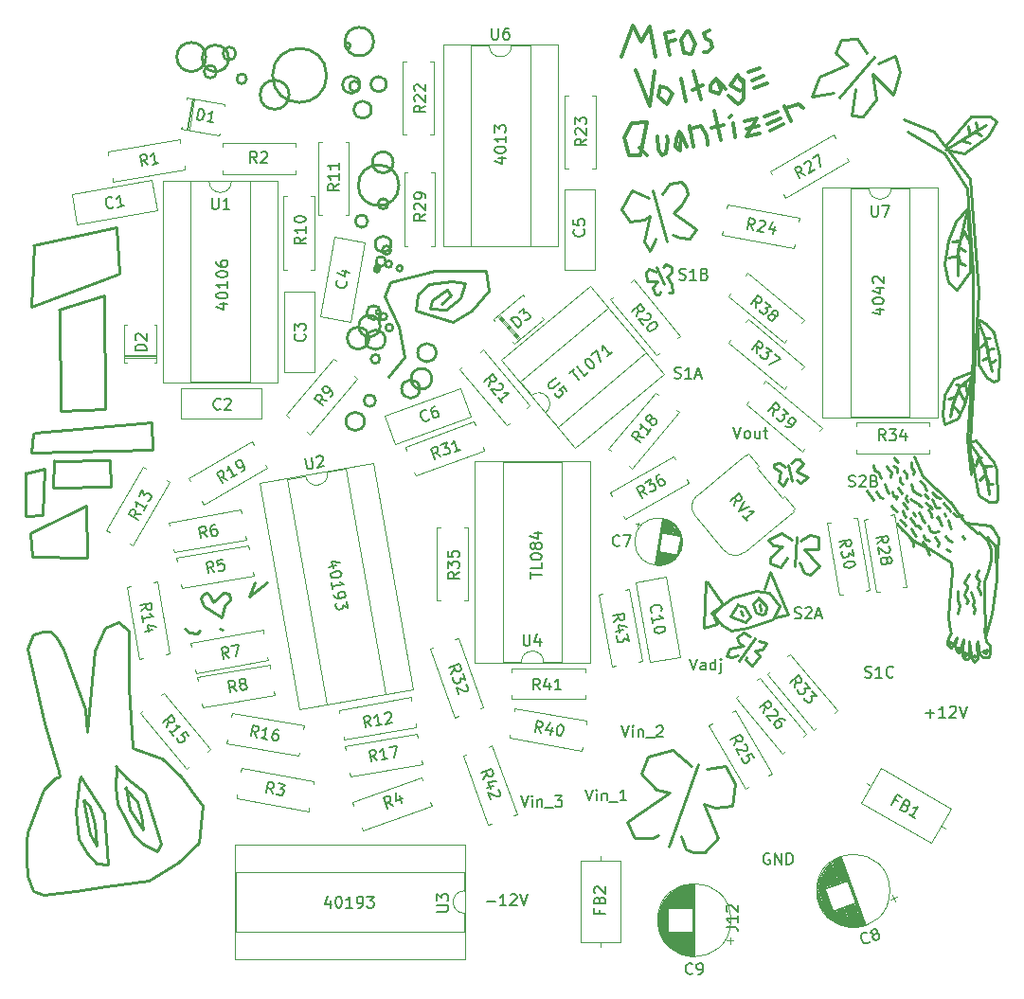
<source format=gbr>
G04 #@! TF.GenerationSoftware,KiCad,Pcbnew,(5.1.2-1)-1*
G04 #@! TF.CreationDate,2021-05-31T13:25:01-04:00*
G04 #@! TF.ProjectId,Voltage Quantizer - MFOS,566f6c74-6167-4652-9051-75616e74697a,rev?*
G04 #@! TF.SameCoordinates,Original*
G04 #@! TF.FileFunction,Legend,Top*
G04 #@! TF.FilePolarity,Positive*
%FSLAX46Y46*%
G04 Gerber Fmt 4.6, Leading zero omitted, Abs format (unit mm)*
G04 Created by KiCad (PCBNEW (5.1.2-1)-1) date 2021-05-31 13:25:01*
%MOMM*%
%LPD*%
G04 APERTURE LIST*
%ADD10C,0.220000*%
%ADD11C,0.320000*%
%ADD12C,0.150000*%
%ADD13C,0.120000*%
G04 APERTURE END LIST*
D10*
X97053400Y-44907200D02*
X97205800Y-45643800D01*
X96824800Y-45135800D02*
X97053400Y-44907200D01*
X96215200Y-45110400D02*
X96824800Y-45135800D01*
X96545400Y-45135800D02*
X96215200Y-45110400D01*
X96443800Y-45567600D02*
X96545400Y-45135800D01*
X97028000Y-46482000D02*
X96443800Y-45567600D01*
X96494600Y-45593000D02*
X97028000Y-46482000D01*
X96088200Y-46253400D02*
X96494600Y-45593000D01*
X95580200Y-46329600D02*
X96088200Y-46253400D01*
X96088200Y-46177200D02*
X95580200Y-46329600D01*
X95961200Y-46939200D02*
X96088200Y-46177200D01*
X96494600Y-47523400D02*
X95961200Y-46939200D01*
X95935800Y-46863000D02*
X96494600Y-47523400D01*
X95758000Y-47929800D02*
X95935800Y-46863000D01*
X96113600Y-46482000D02*
X95758000Y-47929800D01*
X96570800Y-45262800D02*
X96113600Y-46482000D01*
X97637600Y-44399200D02*
X96570800Y-45262800D01*
X97409000Y-45288200D02*
X97637600Y-44399200D01*
X97028000Y-46837600D02*
X97409000Y-45288200D01*
X96443800Y-48158400D02*
X97028000Y-46837600D01*
X95224600Y-48666400D02*
X96443800Y-48158400D01*
X95072200Y-47828200D02*
X95224600Y-48666400D01*
X95250000Y-45974000D02*
X95072200Y-47828200D01*
X96062800Y-44602400D02*
X95250000Y-45974000D01*
X97637600Y-44018200D02*
X96062800Y-44602400D01*
X98221800Y-51689000D02*
X98552000Y-51562000D01*
X98018600Y-52324000D02*
X98221800Y-51689000D01*
X98221800Y-51689000D02*
X98018600Y-52324000D01*
X98704400Y-52476400D02*
X98221800Y-51689000D01*
X99441000Y-52324000D02*
X98704400Y-52476400D01*
X99009200Y-52400200D02*
X99441000Y-52324000D01*
X98780600Y-52349400D02*
X99009200Y-52400200D01*
X98907600Y-53009800D02*
X98780600Y-52349400D01*
X98399600Y-53670200D02*
X98907600Y-53009800D01*
X98907600Y-53111400D02*
X98399600Y-53670200D01*
X99187000Y-53975000D02*
X98907600Y-53111400D01*
X99517200Y-53975000D02*
X99187000Y-53975000D01*
X99136200Y-53949600D02*
X99517200Y-53975000D01*
X99187000Y-54864000D02*
X99136200Y-53949600D01*
X99161600Y-54203600D02*
X99187000Y-54864000D01*
X98704400Y-52476400D02*
X99161600Y-54203600D01*
X98196400Y-51358800D02*
X98704400Y-52476400D01*
X97459800Y-50215800D02*
X98196400Y-51358800D01*
X97993200Y-50114200D02*
X97459800Y-50215800D01*
X99644200Y-52044600D02*
X97993200Y-50114200D01*
X99898200Y-52730400D02*
X99644200Y-52044600D01*
X99974400Y-55270400D02*
X99898200Y-52730400D01*
X99847400Y-55549800D02*
X99974400Y-55270400D01*
X99212400Y-55549800D02*
X99847400Y-55549800D01*
X98298000Y-55016400D02*
X99212400Y-55549800D01*
X97993200Y-53670200D02*
X98298000Y-55016400D01*
X97612200Y-51460400D02*
X97993200Y-53670200D01*
X98806000Y-40944800D02*
X99263200Y-40919400D01*
X98958400Y-41351200D02*
X98806000Y-40944800D01*
X98475800Y-41706800D02*
X98958400Y-41351200D01*
X98856800Y-41351200D02*
X98475800Y-41706800D01*
X99060000Y-41910000D02*
X98856800Y-41351200D01*
X99593400Y-41859200D02*
X99060000Y-41910000D01*
X99009200Y-41960800D02*
X99593400Y-41859200D01*
X99136200Y-42595800D02*
X99009200Y-41960800D01*
X98577400Y-42875200D02*
X99136200Y-42595800D01*
X99136200Y-42672000D02*
X98577400Y-42875200D01*
X99339400Y-43154600D02*
X99136200Y-42672000D01*
X99822000Y-42875200D02*
X99339400Y-43154600D01*
X99263200Y-43205400D02*
X99822000Y-42875200D01*
X99466400Y-43916600D02*
X99263200Y-43205400D01*
X99212400Y-42900600D02*
X99466400Y-43916600D01*
X98933000Y-41249600D02*
X99212400Y-42900600D01*
X98196400Y-39319200D02*
X98933000Y-41249600D01*
X98348800Y-39344600D02*
X98196400Y-39319200D01*
X98983800Y-39700200D02*
X98348800Y-39344600D01*
X99593400Y-40462200D02*
X98983800Y-39700200D01*
X100101400Y-42545000D02*
X99593400Y-40462200D01*
X100025200Y-44678600D02*
X100101400Y-42545000D01*
X99618800Y-44856400D02*
X100025200Y-44678600D01*
X99060000Y-44526200D02*
X99618800Y-44856400D01*
X98247200Y-43332400D02*
X99060000Y-44526200D01*
X98196400Y-39979600D02*
X98247200Y-43332400D01*
X96977200Y-31343600D02*
X97256600Y-32029400D01*
X96596200Y-32181800D02*
X96977200Y-31343600D01*
X95885000Y-32308800D02*
X96596200Y-32181800D01*
X96621600Y-32334200D02*
X95885000Y-32308800D01*
X96469200Y-32766000D02*
X96621600Y-32334200D01*
X97104200Y-33147000D02*
X96469200Y-32766000D01*
X96494600Y-32791400D02*
X97104200Y-33147000D01*
X96443800Y-33578800D02*
X96494600Y-32791400D01*
X95580200Y-33731200D02*
X96443800Y-33578800D01*
X96469200Y-33553400D02*
X95580200Y-33731200D01*
X96570800Y-34163000D02*
X96469200Y-33553400D01*
X97078800Y-34442400D02*
X96570800Y-34163000D01*
X96418400Y-34137600D02*
X97078800Y-34442400D01*
X96443800Y-35356800D02*
X96418400Y-34137600D01*
X96443800Y-33045400D02*
X96443800Y-35356800D01*
X97256600Y-29413200D02*
X96443800Y-33045400D01*
X97536000Y-33121600D02*
X97256600Y-29413200D01*
X97485200Y-34975800D02*
X97536000Y-33121600D01*
X96316800Y-36652200D02*
X97485200Y-34975800D01*
X95554800Y-35966400D02*
X96316800Y-36652200D01*
X95199200Y-34290000D02*
X95554800Y-35966400D01*
X95580200Y-32181800D02*
X95199200Y-34290000D01*
X96266000Y-30480000D02*
X95580200Y-32181800D01*
X97307400Y-29235400D02*
X96266000Y-30480000D01*
X96672400Y-23215600D02*
X97485200Y-23469600D01*
X97917000Y-22479000D02*
X96672400Y-23215600D01*
X98552000Y-22783800D02*
X97917000Y-22479000D01*
X97993200Y-22504400D02*
X98552000Y-22783800D01*
X97485200Y-22707600D02*
X97993200Y-22504400D01*
X97332800Y-21971000D02*
X97485200Y-22707600D01*
X97434400Y-22758400D02*
X97332800Y-21971000D01*
X98171000Y-22301200D02*
X97434400Y-22758400D01*
X98018600Y-21640800D02*
X98171000Y-22301200D01*
X98196400Y-22326600D02*
X98018600Y-21640800D01*
X98933000Y-21920200D02*
X98196400Y-22326600D01*
X95300800Y-24053800D02*
X98933000Y-21920200D01*
X97028000Y-24409400D02*
X95300800Y-24053800D01*
X99136200Y-22885400D02*
X97028000Y-24409400D01*
X99923600Y-21513800D02*
X99136200Y-22885400D01*
X99288600Y-21107400D02*
X99923600Y-21513800D01*
X97561400Y-21158200D02*
X99288600Y-21107400D01*
X95377000Y-23698200D02*
X97561400Y-21158200D01*
X94335600Y-22453600D02*
X91592400Y-21386800D01*
X97510600Y-26670000D02*
X94335600Y-22453600D01*
X98298000Y-36753800D02*
X97510600Y-26670000D01*
X97510600Y-50139600D02*
X98298000Y-36753800D01*
X97586800Y-53136800D02*
X97510600Y-50139600D01*
X97231200Y-49961800D02*
X97586800Y-53136800D01*
X97739200Y-42646600D02*
X97231200Y-49961800D01*
X97790000Y-35026600D02*
X97739200Y-42646600D01*
X97231200Y-27559000D02*
X97790000Y-35026600D01*
X95250000Y-24384000D02*
X97231200Y-27559000D01*
X91948000Y-22504400D02*
X95250000Y-24384000D01*
X86969600Y-21056600D02*
X87274400Y-18643600D01*
X87960200Y-21158200D02*
X86969600Y-21056600D01*
X89128600Y-19608800D02*
X87960200Y-21158200D01*
X88823800Y-17348200D02*
X89128600Y-19608800D01*
X90627200Y-19151600D02*
X88823800Y-17348200D01*
X91262200Y-17145000D02*
X90627200Y-19151600D01*
X90805000Y-15671800D02*
X91262200Y-17145000D01*
X89306400Y-16357600D02*
X90805000Y-15671800D01*
X83362800Y-19304000D02*
X85344000Y-19024600D01*
X84023200Y-17602200D02*
X83362800Y-19304000D01*
X86563200Y-16459200D02*
X84023200Y-17602200D01*
X85496400Y-15417800D02*
X86563200Y-16459200D01*
X86004400Y-14224000D02*
X85496400Y-15417800D01*
X87452200Y-14173200D02*
X86004400Y-14224000D01*
X88290400Y-15417800D02*
X87452200Y-14173200D01*
X85826600Y-19431000D02*
X88950800Y-15824200D01*
X80848200Y-54152800D02*
X81203800Y-53441600D01*
X80441800Y-53822600D02*
X80848200Y-54152800D01*
X80568800Y-52857400D02*
X80441800Y-53822600D01*
X79984600Y-52552600D02*
X80568800Y-52857400D01*
X79959200Y-52222400D02*
X79984600Y-52552600D01*
X80492600Y-52095400D02*
X79959200Y-52222400D01*
X81000600Y-52425600D02*
X80492600Y-52095400D01*
X82397600Y-53873400D02*
X82042000Y-53594000D01*
X83007200Y-53365400D02*
X82397600Y-53873400D01*
X81991200Y-52857400D02*
X83007200Y-53365400D01*
X82042000Y-52781200D02*
X81991200Y-52857400D01*
X82600800Y-52222400D02*
X82042000Y-52781200D01*
X82270600Y-51790600D02*
X82600800Y-52222400D01*
X81965800Y-51739800D02*
X82270600Y-51790600D01*
X81534000Y-52146200D02*
X81965800Y-51739800D01*
X81229200Y-52247800D02*
X81635600Y-53721000D01*
X80619600Y-61417200D02*
X81178400Y-60553600D01*
X79654400Y-61112400D02*
X80619600Y-61417200D01*
X79629000Y-60553600D02*
X79654400Y-61112400D01*
X80746600Y-59563000D02*
X79629000Y-60553600D01*
X79908400Y-59512200D02*
X80746600Y-59563000D01*
X79476600Y-58978800D02*
X79908400Y-59512200D01*
X80645000Y-58394600D02*
X79476600Y-58978800D01*
X81559400Y-58978800D02*
X80645000Y-58394600D01*
X82702400Y-61899800D02*
X82270600Y-61010800D01*
X83235800Y-62077600D02*
X82702400Y-61899800D01*
X84074000Y-61315600D02*
X83235800Y-62077600D01*
X82727800Y-59842400D02*
X84074000Y-61315600D01*
X83947000Y-59791600D02*
X82727800Y-59842400D01*
X83947000Y-58750200D02*
X83947000Y-59791600D01*
X83185000Y-58572400D02*
X83947000Y-58750200D01*
X83058000Y-58597800D02*
X83185000Y-58572400D01*
X82372200Y-59055000D02*
X83058000Y-58597800D01*
X81991200Y-58750200D02*
X81813400Y-61315600D01*
X77470000Y-69748400D02*
X77495400Y-69494400D01*
X78003400Y-70205600D02*
X77470000Y-69748400D01*
X78689200Y-69418200D02*
X78003400Y-70205600D01*
X78282800Y-68834000D02*
X78689200Y-69418200D01*
X78994000Y-68783200D02*
X78282800Y-68834000D01*
X79273400Y-68173600D02*
X78994000Y-68783200D01*
X78663800Y-68046600D02*
X79273400Y-68173600D01*
X76301600Y-69469000D02*
X76784200Y-69316600D01*
X75793600Y-69342000D02*
X76301600Y-69469000D01*
X75971400Y-68707000D02*
X75793600Y-69342000D01*
X77241400Y-68427600D02*
X75971400Y-68707000D01*
X76885800Y-68224400D02*
X77241400Y-68427600D01*
X76657200Y-67691000D02*
X76885800Y-68224400D01*
X77292200Y-67233800D02*
X76657200Y-67691000D01*
X77851000Y-67614800D02*
X77292200Y-67233800D01*
X76885800Y-69773800D02*
X78308200Y-67767200D01*
X72085200Y-86639400D02*
X71704200Y-85471000D01*
X72796400Y-86944200D02*
X72085200Y-86639400D01*
X73837800Y-86893400D02*
X72796400Y-86944200D01*
X74980800Y-85598000D02*
X73837800Y-86893400D01*
X73761600Y-82575400D02*
X74980800Y-85598000D01*
X74726800Y-82905600D02*
X73761600Y-82575400D01*
X76276200Y-82778600D02*
X74726800Y-82905600D01*
X76530200Y-80772000D02*
X76276200Y-82778600D01*
X75641200Y-79171800D02*
X76530200Y-80772000D01*
X73964800Y-79476600D02*
X75641200Y-79171800D01*
X69189600Y-85674200D02*
X69646800Y-85344000D01*
X67513200Y-85674200D02*
X69189600Y-85674200D01*
X66878200Y-84175600D02*
X67513200Y-85674200D01*
X70688200Y-81610200D02*
X66878200Y-84175600D01*
X69519800Y-81280000D02*
X70688200Y-81610200D01*
X68097400Y-79857600D02*
X69519800Y-81280000D01*
X68757800Y-78333600D02*
X68097400Y-79857600D01*
X70942200Y-77800200D02*
X68757800Y-78333600D01*
X72618600Y-79222600D02*
X70942200Y-77800200D01*
X70612000Y-86436200D02*
X73177400Y-79044800D01*
X69773800Y-37033200D02*
X69824600Y-36779200D01*
X69392800Y-37033200D02*
X69773800Y-37033200D01*
X69189600Y-36423600D02*
X69392800Y-37033200D01*
X69596000Y-35839400D02*
X69189600Y-36423600D01*
X68681600Y-35839400D02*
X69596000Y-35839400D01*
X68529200Y-35077400D02*
X68681600Y-35839400D01*
X68783200Y-34721800D02*
X68529200Y-35077400D01*
X69494400Y-35001200D02*
X68783200Y-34721800D01*
X70967600Y-36880800D02*
X70612000Y-36906200D01*
X70866000Y-36068000D02*
X70967600Y-36880800D01*
X70408800Y-35407600D02*
X70866000Y-36068000D01*
X70815200Y-35052000D02*
X70408800Y-35407600D01*
X70866000Y-34594800D02*
X70815200Y-35052000D01*
X70358000Y-34290000D02*
X70866000Y-34594800D01*
X70053200Y-34620200D02*
X70358000Y-34290000D01*
X69519800Y-34544000D02*
X70154800Y-36118800D01*
X69316600Y-32334200D02*
X69367400Y-32004000D01*
X68859400Y-33121600D02*
X69316600Y-32334200D01*
X68351400Y-32334200D02*
X68859400Y-33121600D01*
X68859400Y-29972000D02*
X68351400Y-32334200D01*
X68402200Y-30353000D02*
X68859400Y-29972000D01*
X67106800Y-30556200D02*
X68402200Y-30353000D01*
X66395600Y-29387800D02*
X67106800Y-30556200D01*
X67284600Y-27762200D02*
X66395600Y-29387800D01*
X68783200Y-28397200D02*
X67284600Y-27762200D01*
X71602600Y-31978600D02*
X70967600Y-31724600D01*
X72466200Y-32054800D02*
X71602600Y-31978600D01*
X73050400Y-31165800D02*
X72466200Y-32054800D01*
X71018400Y-29794200D02*
X73050400Y-31165800D01*
X71678800Y-29108400D02*
X71018400Y-29794200D01*
X72263000Y-28067000D02*
X71678800Y-29108400D01*
X72136000Y-27406600D02*
X72263000Y-28067000D01*
X71653400Y-26974800D02*
X72136000Y-27406600D01*
X70637400Y-27152600D02*
X71653400Y-26974800D01*
X69977000Y-28092400D02*
X70637400Y-27152600D01*
X69113400Y-27736800D02*
X70408800Y-32258000D01*
X44389434Y-46532800D02*
G75*
G03X44389434Y-46532800I-523634J0D01*
G01*
X43397364Y-48387000D02*
G75*
G03X43397364Y-48387000I-826964J0D01*
G01*
X49412127Y-44577000D02*
G75*
G03X49412127Y-44577000I-923527J0D01*
G01*
X48341343Y-45491400D02*
G75*
G03X48341343Y-45491400I-817943J0D01*
G01*
X49798164Y-42240200D02*
G75*
G03X49798164Y-42240200I-826964J0D01*
G01*
X44768931Y-42799000D02*
G75*
G03X44768931Y-42799000I-395131J0D01*
G01*
X45932581Y-40005000D02*
G75*
G03X45932581Y-40005000I-314181J0D01*
G01*
X45394004Y-39014400D02*
G75*
G03X45394004Y-39014400I-309004J0D01*
G01*
X44787315Y-38633400D02*
G75*
G03X44787315Y-38633400I-184915J0D01*
G01*
X44844089Y-38658800D02*
G75*
G03X44844089Y-38658800I-622689J0D01*
G01*
X44788742Y-39852600D02*
G75*
G03X44788742Y-39852600I-948342J0D01*
G01*
X43791603Y-40944800D02*
G75*
G03X43791603Y-40944800I-967203J0D01*
G01*
X45250744Y-41097200D02*
G75*
G03X45250744Y-41097200I-876944J0D01*
G01*
X46782961Y-34696400D02*
G75*
G03X46782961Y-34696400I-250161J0D01*
G01*
X45831805Y-34315400D02*
G75*
G03X45831805Y-34315400I-289605J0D01*
G01*
X45288946Y-34086800D02*
G75*
G03X45288946Y-34086800I-432546J0D01*
G01*
X44804185Y-34594800D02*
G75*
G03X44804185Y-34594800I-227185J0D01*
G01*
X44734976Y-34798000D02*
G75*
G03X44734976Y-34798000I-234176J0D01*
G01*
X45751281Y-33070800D02*
G75*
G03X45751281Y-33070800I-386881J0D01*
G01*
X45776672Y-32537400D02*
G75*
G03X45776672Y-32537400I-717072J0D01*
G01*
X43686265Y-30480000D02*
G75*
G03X43686265Y-30480000I-557065J0D01*
G01*
X45519614Y-28930600D02*
G75*
G03X45519614Y-28930600I-460014J0D01*
G01*
X46471031Y-27279600D02*
G75*
G03X46471031Y-27279600I-1817831J0D01*
G01*
X45966072Y-25222200D02*
G75*
G03X45966072Y-25222200I-931872J0D01*
G01*
X45339470Y-18237200D02*
G75*
G03X45339470Y-18237200I-686270J0D01*
G01*
X42943572Y-18415000D02*
G75*
G03X42943572Y-18415000I-449372J0D01*
G01*
X42987311Y-18288000D02*
G75*
G03X42987311Y-18288000I-772511J0D01*
G01*
X44008306Y-20523200D02*
G75*
G03X44008306Y-20523200I-777506J0D01*
G01*
X44202334Y-14427200D02*
G75*
G03X44202334Y-14427200I-1276334J0D01*
G01*
X42136047Y-14782800D02*
G75*
G03X42136047Y-14782800I-251447J0D01*
G01*
X40007004Y-17449800D02*
G75*
G03X40007004Y-17449800I-2415004J0D01*
G01*
X36654439Y-19177000D02*
G75*
G03X36654439Y-19177000I-1297639J0D01*
G01*
X32844435Y-17754600D02*
G75*
G03X32844435Y-17754600I-434035J0D01*
G01*
X31255451Y-15925800D02*
G75*
G03X31255451Y-15925800I-1181851J0D01*
G01*
X30180372Y-17119600D02*
G75*
G03X30180372Y-17119600I-563972J0D01*
G01*
X31897409Y-15494000D02*
G75*
G03X31897409Y-15494000I-579209J0D01*
G01*
X29210996Y-15798800D02*
G75*
G03X29210996Y-15798800I-1296396J0D01*
G01*
X51079400Y-37160200D02*
X50241200Y-37846000D01*
X50749200Y-36652200D02*
X51079400Y-37160200D01*
X49403000Y-37515800D02*
X50749200Y-36652200D01*
X49225200Y-38277800D02*
X49403000Y-37515800D01*
X50673000Y-38354000D02*
X49225200Y-38277800D01*
X51993800Y-37338000D02*
X50673000Y-38354000D01*
X52349400Y-36042600D02*
X51993800Y-37338000D01*
X51181000Y-35839400D02*
X52349400Y-36042600D01*
X49199800Y-36118800D02*
X51181000Y-35839400D01*
X48158400Y-37058600D02*
X49199800Y-36118800D01*
X47980600Y-38506400D02*
X48158400Y-37058600D01*
X51257200Y-39522400D02*
X47980600Y-38506400D01*
X52984400Y-38455600D02*
X51257200Y-39522400D01*
X54483000Y-36728400D02*
X52984400Y-38455600D01*
X54254400Y-34925000D02*
X54483000Y-36728400D01*
X49707800Y-34899600D02*
X54254400Y-34925000D01*
X45720000Y-35941000D02*
X49707800Y-34899600D01*
X45212000Y-37236400D02*
X45720000Y-35941000D01*
X46431200Y-39928800D02*
X45212000Y-37236400D01*
X46964600Y-42595800D02*
X46431200Y-39928800D01*
X45491400Y-44399200D02*
X46964600Y-42595800D01*
X78714600Y-64744600D02*
X78841600Y-65278000D01*
X76987400Y-65328800D02*
X77190600Y-65709800D01*
X79349600Y-64922400D02*
X78663800Y-64236600D01*
X79197200Y-65557400D02*
X79349600Y-64922400D01*
X78867000Y-65633600D02*
X79197200Y-65557400D01*
X78384400Y-65506600D02*
X78867000Y-65633600D01*
X78105000Y-64719200D02*
X78384400Y-65506600D01*
X78638400Y-64160400D02*
X78105000Y-64719200D01*
X77343000Y-64947800D02*
X76784200Y-64846200D01*
X77901800Y-65836800D02*
X77343000Y-64947800D01*
X77470000Y-66319400D02*
X77901800Y-65836800D01*
X76098400Y-65786000D02*
X77470000Y-66319400D01*
X76784200Y-64744600D02*
X76098400Y-65786000D01*
X81280000Y-65684400D02*
X80035400Y-65887600D01*
X79629000Y-61823600D02*
X81280000Y-65684400D01*
X79146400Y-63398400D02*
X79629000Y-61823600D01*
X75387200Y-64744600D02*
X74091800Y-62788800D01*
X74549000Y-65633600D02*
X75387200Y-64744600D01*
X74904600Y-66471800D02*
X74549000Y-65633600D01*
X73710800Y-66802000D02*
X74904600Y-66471800D01*
X73888600Y-62712600D02*
X73710800Y-66802000D01*
X75336400Y-66598800D02*
X74422000Y-65481200D01*
X76174600Y-67132200D02*
X75336400Y-66598800D01*
X77622400Y-66802000D02*
X76174600Y-67132200D01*
X79908400Y-66116200D02*
X77622400Y-66802000D01*
X80467200Y-64922400D02*
X79908400Y-66116200D01*
X79603600Y-63703200D02*
X80467200Y-64922400D01*
X78359000Y-63550800D02*
X79603600Y-63703200D01*
X76352400Y-64109600D02*
X78359000Y-63550800D01*
X74422000Y-65506600D02*
X76352400Y-64109600D01*
X88976200Y-52806600D02*
X88900000Y-52298600D01*
X89306400Y-52857400D02*
X88976200Y-52806600D01*
X89535000Y-53467000D02*
X89306400Y-52857400D01*
X90957400Y-52501800D02*
X90678000Y-52400200D01*
X91033600Y-52933600D02*
X90957400Y-52501800D01*
X90754200Y-51663600D02*
X90754200Y-51638200D01*
X91084400Y-52019200D02*
X90754200Y-51663600D01*
X90449400Y-52832000D02*
X90373200Y-53390800D01*
X90195400Y-52730400D02*
X90449400Y-52832000D01*
X90068400Y-52324000D02*
X90195400Y-52730400D01*
X90043000Y-54457600D02*
X90195400Y-54787800D01*
X89890600Y-53949600D02*
X90043000Y-54457600D01*
X95402400Y-59842400D02*
X95732600Y-59994800D01*
X96850200Y-58597800D02*
X97002600Y-58877200D01*
X95529400Y-58953400D02*
X95885000Y-59131200D01*
X95351600Y-58597800D02*
X95529400Y-58953400D01*
X95224600Y-56565800D02*
X95275400Y-56870600D01*
X96316800Y-56845200D02*
X96824800Y-56769000D01*
X95986600Y-56591200D02*
X96316800Y-56845200D01*
X93700600Y-59918600D02*
X93878400Y-60325000D01*
X93522800Y-59512200D02*
X93700600Y-59918600D01*
X93243400Y-59131200D02*
X93522800Y-59512200D01*
X92456000Y-59232800D02*
X92430600Y-59588400D01*
X92125800Y-58724800D02*
X92456000Y-59232800D01*
X94742000Y-59232800D02*
X94640400Y-59537600D01*
X94361000Y-58724800D02*
X94742000Y-59232800D01*
X93421200Y-58851800D02*
X93878400Y-59055000D01*
X93345000Y-58547000D02*
X93421200Y-58851800D01*
X92481400Y-58420000D02*
X92710000Y-58648600D01*
X92252800Y-57962800D02*
X92481400Y-58420000D01*
X95681800Y-56159400D02*
X95758000Y-56388000D01*
X95453200Y-56108600D02*
X95681800Y-56159400D01*
X95173800Y-55702200D02*
X95453200Y-56108600D01*
X94513400Y-55194200D02*
X94869000Y-55270400D01*
X94157800Y-54737000D02*
X94513400Y-55194200D01*
X93446600Y-54864000D02*
X93776800Y-55219600D01*
X92456000Y-56515000D02*
X92583000Y-56845200D01*
X91617800Y-56642000D02*
X91770200Y-56972200D01*
X91516200Y-56311800D02*
X91617800Y-56642000D01*
X91617800Y-57429400D02*
X91770200Y-57734200D01*
X91287600Y-57175400D02*
X91617800Y-57429400D01*
X90627200Y-56210200D02*
X91008200Y-56438800D01*
X90474800Y-55880000D02*
X90627200Y-56210200D01*
X91846400Y-53136800D02*
X91871800Y-53441600D01*
X91592400Y-52755800D02*
X91846400Y-53136800D01*
X92227400Y-52501800D02*
X92278200Y-52019200D01*
X92481400Y-52806600D02*
X92227400Y-52501800D01*
X92430600Y-53136800D02*
X92481400Y-52806600D01*
X93395800Y-53975000D02*
X93599000Y-54559200D01*
X93065600Y-53746400D02*
X93395800Y-53975000D01*
X91744800Y-55270400D02*
X91846400Y-54965600D01*
X91897200Y-55575200D02*
X91744800Y-55270400D01*
X91109800Y-54305200D02*
X91440000Y-54813200D01*
X91236800Y-53822600D02*
X91541600Y-54000400D01*
X91236800Y-53340000D02*
X91236800Y-53822600D01*
X90957400Y-55067200D02*
X90906600Y-55346600D01*
X90678000Y-55067200D02*
X90957400Y-55067200D01*
X90576400Y-54660800D02*
X90678000Y-55067200D01*
X89509600Y-55143400D02*
X89738200Y-55245000D01*
X88900000Y-55372000D02*
X88265000Y-54533800D01*
X93903800Y-55930800D02*
X94157800Y-56134000D01*
X93573600Y-55626000D02*
X93903800Y-55930800D01*
X94462600Y-56083200D02*
X94767400Y-56108600D01*
X94132400Y-55346600D02*
X94462600Y-56083200D01*
X95758000Y-57886600D02*
X95859600Y-57937400D01*
X95605600Y-57175400D02*
X95758000Y-57886600D01*
X94310200Y-58318400D02*
X94716600Y-58191400D01*
X93929200Y-58216800D02*
X94310200Y-58318400D01*
X93802200Y-57658000D02*
X93929200Y-58216800D01*
X92837000Y-57683400D02*
X93116400Y-57912000D01*
X92659200Y-57658000D02*
X92811600Y-57708800D01*
X92633800Y-57658000D02*
X92659200Y-57658000D01*
X92506800Y-57454800D02*
X92532200Y-57556400D01*
X92430600Y-57378600D02*
X92506800Y-57454800D01*
X92329000Y-57251600D02*
X92430600Y-57378600D01*
X92151200Y-56997600D02*
X92329000Y-57251600D01*
X93065600Y-55956200D02*
X93192600Y-55981600D01*
X92938600Y-55905400D02*
X93065600Y-55956200D01*
X92964000Y-55930800D02*
X92938600Y-55905400D01*
X93040200Y-55803800D02*
X92964000Y-55930800D01*
X92202000Y-55346600D02*
X93040200Y-55803800D01*
X92633800Y-54737000D02*
X93141800Y-54965600D01*
X92583000Y-54660800D02*
X92633800Y-54737000D01*
X92532200Y-54610000D02*
X92583000Y-54660800D01*
X92456000Y-54610000D02*
X92532200Y-54610000D01*
X92252800Y-54000400D02*
X92456000Y-54610000D01*
X91846400Y-56083200D02*
X91922600Y-56134000D01*
X91694000Y-55854600D02*
X91846400Y-56083200D01*
X91465400Y-55651400D02*
X91694000Y-55854600D01*
X93446600Y-57378600D02*
X93472000Y-57404000D01*
X93218000Y-57124600D02*
X93446600Y-57378600D01*
X93218000Y-56896000D02*
X93218000Y-57124600D01*
X92938600Y-56489600D02*
X93218000Y-56896000D01*
X94615000Y-56845200D02*
X94513400Y-57023000D01*
X94970600Y-57683400D02*
X94615000Y-56845200D01*
X94945200Y-57683400D02*
X94970600Y-57683400D01*
X94869000Y-57404000D02*
X94945200Y-57683400D01*
X94056200Y-56896000D02*
X94132400Y-56896000D01*
X94081600Y-56692800D02*
X94056200Y-56896000D01*
X93751400Y-56235600D02*
X94081600Y-56692800D01*
X98450400Y-63881000D02*
X98425000Y-63881000D01*
X98450400Y-63677800D02*
X98450400Y-63881000D01*
X98221800Y-63220600D02*
X98450400Y-63677800D01*
X98399600Y-62636400D02*
X98221800Y-63220600D01*
X98018600Y-62306200D02*
X98399600Y-62636400D01*
X98298000Y-61696600D02*
X98018600Y-62306200D01*
X97942400Y-65074800D02*
X97866200Y-65582800D01*
X97739200Y-64922400D02*
X97942400Y-65074800D01*
X97840800Y-64389000D02*
X97739200Y-64922400D01*
X97637600Y-63601600D02*
X97840800Y-64389000D01*
X96418400Y-65532000D02*
X96443800Y-65532000D01*
X96596200Y-64820800D02*
X96418400Y-65532000D01*
X96443800Y-64363600D02*
X96596200Y-64820800D01*
X96443800Y-63576200D02*
X96443800Y-64363600D01*
X97307400Y-64465200D02*
X97155000Y-64643000D01*
X97002600Y-63906400D02*
X97307400Y-64465200D01*
X97104200Y-63652400D02*
X97002600Y-63906400D01*
X97256600Y-63322200D02*
X97104200Y-63652400D01*
X97256600Y-63144400D02*
X97256600Y-63322200D01*
X97002600Y-62788800D02*
X97256600Y-63144400D01*
X97409000Y-62052200D02*
X97002600Y-62788800D01*
X96393000Y-68630800D02*
X96469200Y-68580000D01*
X96469200Y-68783200D02*
X96393000Y-68630800D01*
X96469200Y-68580000D02*
X96469200Y-68783200D01*
X95681800Y-68148200D02*
X95707200Y-68097400D01*
X95758000Y-68275200D02*
X95681800Y-68148200D01*
X95834200Y-68122800D02*
X95758000Y-68275200D01*
X95732600Y-68072000D02*
X95834200Y-68122800D01*
X97155000Y-69316600D02*
X97028000Y-69189600D01*
X97256600Y-69138800D02*
X97155000Y-69316600D01*
X97028000Y-69062600D02*
X97256600Y-69138800D01*
X97840800Y-69316600D02*
X97967800Y-69291200D01*
X97942400Y-69443600D02*
X97840800Y-69316600D01*
X97917000Y-69265800D02*
X97942400Y-69443600D01*
X98958400Y-69138800D02*
X98704400Y-69062600D01*
X99034600Y-68808600D02*
X98958400Y-69138800D01*
X98628200Y-68986400D02*
X99034600Y-68808600D01*
X99898200Y-61163200D02*
X99898200Y-61366400D01*
X100025200Y-58775600D02*
X99898200Y-61163200D01*
X99568000Y-57988200D02*
X100025200Y-58775600D01*
X99288600Y-57708800D02*
X99568000Y-57988200D01*
X98577400Y-57607200D02*
X99288600Y-57708800D01*
X97053400Y-57429400D02*
X98577400Y-57607200D01*
X99771200Y-59563000D02*
X99060000Y-58724800D01*
X99898200Y-62484000D02*
X99771200Y-59563000D01*
X99466400Y-65557400D02*
X99898200Y-62484000D01*
X98907600Y-67716400D02*
X99466400Y-65557400D01*
X89458800Y-55143400D02*
X89154000Y-54660800D01*
X91389200Y-58013600D02*
X91033600Y-57531000D01*
X92633800Y-59105800D02*
X91389200Y-58013600D01*
X93954600Y-59842400D02*
X92633800Y-59105800D01*
X95834200Y-60985400D02*
X93954600Y-59842400D01*
X95885000Y-61823600D02*
X95834200Y-60985400D01*
X95631000Y-64643000D02*
X95885000Y-61823600D01*
X95529400Y-65887600D02*
X95631000Y-64643000D01*
X95732600Y-67106800D02*
X95529400Y-65887600D01*
X93319600Y-53263800D02*
X92481400Y-51485800D01*
X95783400Y-55651400D02*
X93319600Y-53263800D01*
X96520000Y-56642000D02*
X95783400Y-55651400D01*
X97078800Y-57480200D02*
X96520000Y-56642000D01*
X98221800Y-58369200D02*
X97078800Y-57480200D01*
X99060000Y-59004200D02*
X98298000Y-58318400D01*
X99339400Y-59842400D02*
X99060000Y-59004200D01*
X99339400Y-60731400D02*
X99339400Y-59842400D01*
X99110800Y-61722000D02*
X99339400Y-60731400D01*
X98806000Y-62661800D02*
X99110800Y-61722000D01*
X98755200Y-64744600D02*
X98806000Y-62661800D01*
X98907600Y-66471800D02*
X98755200Y-64744600D01*
X98755200Y-67157600D02*
X98907600Y-66471800D01*
X95631000Y-67589400D02*
X95783400Y-67233800D01*
X95453200Y-67995800D02*
X95631000Y-67589400D01*
X95478600Y-68275200D02*
X95453200Y-67995800D01*
X95605600Y-68453000D02*
X95478600Y-68275200D01*
X95783400Y-68605400D02*
X95605600Y-68453000D01*
X96062800Y-68224400D02*
X95783400Y-68605400D01*
X96367600Y-67665600D02*
X96062800Y-68224400D01*
X96266000Y-68021200D02*
X96367600Y-67665600D01*
X96189800Y-68351400D02*
X96266000Y-68021200D01*
X96240600Y-68732400D02*
X96189800Y-68351400D01*
X96342200Y-68910200D02*
X96240600Y-68732400D01*
X96393000Y-69037200D02*
X96342200Y-68910200D01*
X96545400Y-69062600D02*
X96393000Y-69037200D01*
X96697800Y-68605400D02*
X96545400Y-69062600D01*
X96951800Y-67843400D02*
X96697800Y-68605400D01*
X96799400Y-68707000D02*
X96951800Y-67843400D01*
X96850200Y-69367400D02*
X96799400Y-68707000D01*
X97078800Y-69621400D02*
X96850200Y-69367400D01*
X97256600Y-69672200D02*
X97078800Y-69621400D01*
X97434400Y-69519800D02*
X97256600Y-69672200D01*
X97459800Y-69062600D02*
X97434400Y-69519800D01*
X97459800Y-68021200D02*
X97459800Y-69062600D01*
X97612200Y-69215000D02*
X97459800Y-68021200D01*
X97713800Y-69545200D02*
X97612200Y-69215000D01*
X97840800Y-69850000D02*
X97713800Y-69545200D01*
X98171000Y-69672200D02*
X97840800Y-69850000D01*
X98196400Y-69342000D02*
X98171000Y-69672200D01*
X98069400Y-68351400D02*
X98196400Y-69342000D01*
X98221800Y-68021200D02*
X98069400Y-68351400D01*
X98298000Y-68732400D02*
X98221800Y-68021200D01*
X98399600Y-69240400D02*
X98298000Y-68732400D01*
X98704400Y-69469000D02*
X98399600Y-69240400D01*
X99187000Y-69469000D02*
X98704400Y-69469000D01*
X99263200Y-69011800D02*
X99187000Y-69469000D01*
X99263200Y-68478400D02*
X99263200Y-69011800D01*
X98933000Y-67995800D02*
X99263200Y-68478400D01*
X98780600Y-67132200D02*
X98933000Y-67995800D01*
X29540200Y-63881000D02*
X29895800Y-64516000D01*
X29235400Y-63728600D02*
X29540200Y-63881000D01*
X28956000Y-63855600D02*
X29235400Y-63728600D01*
X28752800Y-64236600D02*
X28956000Y-63855600D01*
X29057600Y-64871600D02*
X28752800Y-64236600D01*
X29692600Y-65354200D02*
X29057600Y-64871600D01*
X30607000Y-65913000D02*
X29692600Y-65354200D01*
X30911800Y-64897000D02*
X30607000Y-65913000D01*
X31369000Y-64338200D02*
X30911800Y-64897000D01*
X31292800Y-63830200D02*
X31369000Y-64338200D01*
X30759400Y-63703200D02*
X31292800Y-63830200D01*
X29946600Y-64465200D02*
X30759400Y-63703200D01*
X13716000Y-60528200D02*
X13487400Y-58343800D01*
X18592800Y-60604400D02*
X13716000Y-60528200D01*
X18516600Y-55905400D02*
X18592800Y-60604400D01*
X13563600Y-58343800D02*
X18516600Y-55905400D01*
X20650200Y-51892200D02*
X15621000Y-51968400D01*
X20726400Y-54254400D02*
X20650200Y-51892200D01*
X15544800Y-54330600D02*
X20726400Y-54254400D01*
X15621000Y-51892200D02*
X15544800Y-54330600D01*
X14757400Y-52603400D02*
X13106400Y-53060600D01*
X14655800Y-56769000D02*
X14757400Y-52603400D01*
X13106400Y-56845200D02*
X14655800Y-56769000D01*
X13106400Y-52984400D02*
X13106400Y-56845200D01*
X13639800Y-51181000D02*
X13792200Y-49453800D01*
X24434800Y-50927000D02*
X13639800Y-51181000D01*
X24333200Y-48488600D02*
X24434800Y-50927000D01*
X13970000Y-49377600D02*
X24333200Y-48488600D01*
X20091400Y-37084000D02*
X16078200Y-38354000D01*
X20243800Y-47320200D02*
X20091400Y-37084000D01*
X16230600Y-47472600D02*
X20243800Y-47320200D01*
X16154400Y-38354000D02*
X16230600Y-47472600D01*
X21209000Y-31038800D02*
X13792200Y-32613600D01*
X21513800Y-35204400D02*
X21209000Y-31038800D01*
X13639800Y-38125400D02*
X21513800Y-35204400D01*
X13893800Y-32613600D02*
X13639800Y-38125400D01*
X30429200Y-66903600D02*
X30708600Y-67030600D01*
X28397200Y-67360800D02*
X28702000Y-67081400D01*
X27736800Y-67259200D02*
X28397200Y-67360800D01*
X27305000Y-66954400D02*
X27736800Y-67259200D01*
X33045400Y-64033400D02*
X34671000Y-62763400D01*
X33604200Y-62738000D02*
X33045400Y-64033400D01*
X23114000Y-82448400D02*
X22021800Y-81153000D01*
X23444200Y-83642200D02*
X23114000Y-82448400D01*
X23596600Y-84886800D02*
X23444200Y-83642200D01*
X22910800Y-83896200D02*
X23596600Y-84886800D01*
X22402800Y-83083400D02*
X22910800Y-83896200D01*
X22072600Y-81102200D02*
X22402800Y-83083400D01*
X18846800Y-82829400D02*
X18338800Y-82270600D01*
X19253200Y-84353400D02*
X18846800Y-82829400D01*
X19431000Y-86283800D02*
X19253200Y-84353400D01*
X18846800Y-85267800D02*
X19431000Y-86283800D01*
X18288000Y-82219800D02*
X18846800Y-85267800D01*
X22148800Y-80289400D02*
X21107400Y-79197200D01*
X23774400Y-81534000D02*
X22148800Y-80289400D01*
X25171400Y-86182200D02*
X23774400Y-81534000D01*
X24841200Y-86791800D02*
X25171400Y-86182200D01*
X23698200Y-86233000D02*
X24841200Y-86791800D01*
X22783800Y-85420200D02*
X23698200Y-86233000D01*
X21971000Y-83896200D02*
X22783800Y-85420200D01*
X21285200Y-82600800D02*
X21971000Y-83896200D01*
X21107400Y-81076800D02*
X21285200Y-82600800D01*
X21209000Y-79400400D02*
X21107400Y-81076800D01*
X20091400Y-83413600D02*
X18008600Y-80162400D01*
X20472400Y-88036400D02*
X20091400Y-83413600D01*
X19481800Y-87909400D02*
X20472400Y-88036400D01*
X18618200Y-86995000D02*
X19481800Y-87909400D01*
X17856200Y-85699600D02*
X18618200Y-86995000D01*
X17576800Y-83261200D02*
X17856200Y-85699600D01*
X17957800Y-80289400D02*
X17576800Y-83261200D01*
X16179800Y-80111600D02*
X15976600Y-79248000D01*
X15697200Y-80289400D02*
X16179800Y-80111600D01*
X14706600Y-81305400D02*
X15697200Y-80289400D01*
X13258800Y-85166200D02*
X14706600Y-81305400D01*
X13157200Y-85852000D02*
X13258800Y-85166200D01*
X13157200Y-87477600D02*
X13157200Y-85852000D01*
X13309600Y-89001600D02*
X13157200Y-87477600D01*
X13741400Y-90347800D02*
X13309600Y-89001600D01*
X14706600Y-90728800D02*
X13741400Y-90347800D01*
X17602200Y-90398600D02*
X14706600Y-90728800D01*
X20294600Y-89916000D02*
X17602200Y-90398600D01*
X24130000Y-89433400D02*
X20294600Y-89916000D01*
X26746200Y-87807800D02*
X24130000Y-89433400D01*
X28575000Y-86029800D02*
X26746200Y-87807800D01*
X28956000Y-82778600D02*
X28575000Y-86029800D01*
X27000200Y-80162400D02*
X28956000Y-82778600D01*
X25323800Y-78486000D02*
X27000200Y-80162400D01*
X23825200Y-78054200D02*
X25323800Y-78486000D01*
X22682200Y-77571600D02*
X23825200Y-78054200D01*
X22352000Y-72110600D02*
X22682200Y-77571600D01*
X22352000Y-67056000D02*
X22352000Y-72110600D01*
X21386800Y-66344800D02*
X22352000Y-67056000D01*
X20193000Y-66802000D02*
X21386800Y-66344800D01*
X19253200Y-68910200D02*
X20193000Y-66802000D01*
X18567400Y-76149200D02*
X19253200Y-68910200D01*
X18465800Y-74142600D02*
X18567400Y-76149200D01*
X16510000Y-68783200D02*
X18465800Y-74142600D01*
X15798800Y-67589400D02*
X16510000Y-68783200D01*
X15265400Y-67183000D02*
X15798800Y-67589400D01*
X14986000Y-67183000D02*
X15265400Y-67183000D01*
X14655800Y-67183000D02*
X14986000Y-67183000D01*
X14122400Y-67335400D02*
X14655800Y-67183000D01*
X13792200Y-67437000D02*
X14122400Y-67335400D01*
X13309600Y-68732400D02*
X13792200Y-67437000D01*
X14833600Y-75412600D02*
X13309600Y-68732400D01*
X15976600Y-79349600D02*
X14833600Y-75412600D01*
D11*
X82169000Y-20040600D02*
X82626200Y-20320000D01*
X81051400Y-20320000D02*
X82169000Y-20040600D01*
X80949800Y-20167600D02*
X81051400Y-20320000D01*
X81534000Y-21539200D02*
X80949800Y-20167600D01*
X79654400Y-22352000D02*
X80822800Y-21793200D01*
X79400400Y-21793200D02*
X80568800Y-21310600D01*
X79121000Y-21082000D02*
X80340200Y-20701000D01*
X77520800Y-22225000D02*
X78663800Y-21971000D01*
X77571600Y-22885400D02*
X78689200Y-22631400D01*
X78486000Y-21310600D02*
X77571600Y-22885400D01*
X77343000Y-21564600D02*
X78486000Y-21310600D01*
X76174600Y-21005800D02*
X75996800Y-21183600D01*
X76352400Y-21742400D02*
X76555600Y-23012400D01*
X74371200Y-22098000D02*
X75514200Y-21844000D01*
X74650600Y-20650200D02*
X75260200Y-23241000D01*
X74066400Y-23495000D02*
X74041000Y-23672800D01*
X73990200Y-22783800D02*
X74066400Y-23495000D01*
X73431400Y-21971000D02*
X73990200Y-22783800D01*
X72821800Y-22174200D02*
X73431400Y-21971000D01*
X72466200Y-22326600D02*
X72821800Y-22174200D01*
X72415400Y-21971000D02*
X72466200Y-22326600D01*
X72821800Y-23799800D02*
X72415400Y-21971000D01*
X71678800Y-22656800D02*
X72161400Y-23850600D01*
X71602600Y-24155400D02*
X71678800Y-22656800D01*
X71145400Y-23850600D02*
X71602600Y-24155400D01*
X71247000Y-23190200D02*
X71145400Y-23850600D01*
X71501000Y-22453600D02*
X71247000Y-23190200D01*
X70510400Y-23266400D02*
X70459600Y-22885400D01*
X70332600Y-24409400D02*
X70510400Y-23266400D01*
X70027800Y-24612600D02*
X70332600Y-24409400D01*
X69621400Y-24053800D02*
X70027800Y-24612600D01*
X69596000Y-22936200D02*
X69621400Y-24053800D01*
X67970400Y-23876000D02*
X68681600Y-24612600D01*
X68072000Y-24612600D02*
X68630800Y-21666200D01*
X67056000Y-24587200D02*
X68072000Y-24612600D01*
X66573400Y-22961600D02*
X67056000Y-24587200D01*
X67284600Y-21717000D02*
X66573400Y-22961600D01*
X68630800Y-21615400D02*
X67284600Y-21717000D01*
X78206600Y-18618200D02*
X79425800Y-18186400D01*
X78028800Y-17881600D02*
X79095600Y-17475200D01*
X77724000Y-17119600D02*
X78689200Y-16814800D01*
X76733400Y-20015200D02*
X75895200Y-19227800D01*
X77038200Y-19837400D02*
X76733400Y-20015200D01*
X77292200Y-19481800D02*
X77038200Y-19837400D01*
X77266800Y-18186400D02*
X77292200Y-19481800D01*
X76809600Y-17576800D02*
X77266800Y-18186400D01*
X77292200Y-17907000D02*
X76809600Y-17576800D01*
X77266800Y-18694400D02*
X77292200Y-17907000D01*
X76911200Y-18821400D02*
X77266800Y-18694400D01*
X76123800Y-18338800D02*
X76911200Y-18821400D01*
X76733400Y-17399000D02*
X76123800Y-18338800D01*
X74904600Y-17830800D02*
X75641200Y-18643600D01*
X75209400Y-18745200D02*
X74904600Y-17830800D01*
X75082400Y-19100800D02*
X75209400Y-18745200D01*
X74345800Y-18796000D02*
X75082400Y-19100800D01*
X74345800Y-18313400D02*
X74345800Y-18796000D01*
X74853800Y-17703800D02*
X74345800Y-18313400D01*
X72669400Y-18745200D02*
X73634600Y-18313400D01*
X72771000Y-17094200D02*
X73431400Y-19608800D01*
X71678800Y-17703800D02*
X72110600Y-19735800D01*
X70459600Y-18567400D02*
X70104000Y-18516600D01*
X70942200Y-19050000D02*
X70459600Y-18567400D01*
X70408800Y-20015200D02*
X70942200Y-19050000D01*
X69672200Y-19304000D02*
X70408800Y-20015200D01*
X69799200Y-18440400D02*
X69672200Y-19304000D01*
X68935600Y-20218400D02*
X69291200Y-17094200D01*
X67665600Y-16992600D02*
X68935600Y-20218400D01*
X74041000Y-15392400D02*
X73710800Y-15341600D01*
X74523600Y-14960600D02*
X74041000Y-15392400D01*
X74345800Y-14376400D02*
X74523600Y-14960600D01*
X73888600Y-14173200D02*
X74345800Y-14376400D01*
X73710800Y-13665200D02*
X73888600Y-14173200D01*
X74244200Y-13385800D02*
X73710800Y-13665200D01*
X72999600Y-14630400D02*
X72364600Y-13512800D01*
X72593200Y-15544800D02*
X72999600Y-14630400D01*
X71983600Y-15443200D02*
X72593200Y-15544800D01*
X71729600Y-14224000D02*
X71983600Y-15443200D01*
X72186800Y-13538200D02*
X71729600Y-14224000D01*
X70561200Y-14427200D02*
X71221600Y-14249400D01*
X70256400Y-13665200D02*
X71018400Y-13462000D01*
X70688200Y-15646400D02*
X70256400Y-13665200D01*
X70281800Y-13665200D02*
X70688200Y-15646400D01*
X68884800Y-13055600D02*
X69418200Y-15824200D01*
X68122800Y-14401800D02*
X68884800Y-13055600D01*
X67386200Y-12979400D02*
X68122800Y-14401800D01*
X66319400Y-15824200D02*
X67386200Y-12979400D01*
D12*
X61702512Y-44097197D02*
X62140252Y-43729889D01*
X62564170Y-44679587D02*
X61921382Y-43913543D01*
X63403171Y-43975582D02*
X63038388Y-44281671D01*
X62395600Y-43515627D01*
X63161644Y-42872839D02*
X63234601Y-42811621D01*
X63338167Y-42786882D01*
X63405254Y-42792751D01*
X63502950Y-42835099D01*
X63661864Y-42950403D01*
X63814909Y-43132795D01*
X63900866Y-43309317D01*
X63925606Y-43412882D01*
X63919736Y-43479970D01*
X63877389Y-43577666D01*
X63804432Y-43638884D01*
X63700866Y-43663623D01*
X63633779Y-43657754D01*
X63536083Y-43615406D01*
X63377169Y-43500102D01*
X63224124Y-43317710D01*
X63138167Y-43141188D01*
X63113427Y-43037623D01*
X63119297Y-42970535D01*
X63161644Y-42872839D01*
X63672341Y-42444314D02*
X64183037Y-42015789D01*
X64497520Y-43057314D01*
X65518912Y-42200264D02*
X65081173Y-42567571D01*
X65300043Y-42383917D02*
X64657255Y-41617873D01*
X64676125Y-41788526D01*
X64664386Y-41922700D01*
X64622039Y-42020396D01*
X58227980Y-62418647D02*
X58227980Y-61847219D01*
X59227980Y-62132933D02*
X58227980Y-62132933D01*
X59227980Y-61037695D02*
X59227980Y-61513885D01*
X58227980Y-61513885D01*
X58227980Y-60513885D02*
X58227980Y-60418647D01*
X58275600Y-60323409D01*
X58323219Y-60275790D01*
X58418457Y-60228171D01*
X58608933Y-60180552D01*
X58847028Y-60180552D01*
X59037504Y-60228171D01*
X59132742Y-60275790D01*
X59180361Y-60323409D01*
X59227980Y-60418647D01*
X59227980Y-60513885D01*
X59180361Y-60609123D01*
X59132742Y-60656742D01*
X59037504Y-60704361D01*
X58847028Y-60751980D01*
X58608933Y-60751980D01*
X58418457Y-60704361D01*
X58323219Y-60656742D01*
X58275600Y-60609123D01*
X58227980Y-60513885D01*
X58656552Y-59609123D02*
X58608933Y-59704361D01*
X58561314Y-59751980D01*
X58466076Y-59799600D01*
X58418457Y-59799600D01*
X58323219Y-59751980D01*
X58275600Y-59704361D01*
X58227980Y-59609123D01*
X58227980Y-59418647D01*
X58275600Y-59323409D01*
X58323219Y-59275790D01*
X58418457Y-59228171D01*
X58466076Y-59228171D01*
X58561314Y-59275790D01*
X58608933Y-59323409D01*
X58656552Y-59418647D01*
X58656552Y-59609123D01*
X58704171Y-59704361D01*
X58751790Y-59751980D01*
X58847028Y-59799600D01*
X59037504Y-59799600D01*
X59132742Y-59751980D01*
X59180361Y-59704361D01*
X59227980Y-59609123D01*
X59227980Y-59418647D01*
X59180361Y-59323409D01*
X59132742Y-59275790D01*
X59037504Y-59228171D01*
X58847028Y-59228171D01*
X58751790Y-59275790D01*
X58704171Y-59323409D01*
X58656552Y-59418647D01*
X58561314Y-58371028D02*
X59227980Y-58371028D01*
X58180361Y-58609123D02*
X58894647Y-58847219D01*
X58894647Y-58228171D01*
X88120695Y-71245361D02*
X88263552Y-71292980D01*
X88501647Y-71292980D01*
X88596885Y-71245361D01*
X88644504Y-71197742D01*
X88692123Y-71102504D01*
X88692123Y-71007266D01*
X88644504Y-70912028D01*
X88596885Y-70864409D01*
X88501647Y-70816790D01*
X88311171Y-70769171D01*
X88215933Y-70721552D01*
X88168314Y-70673933D01*
X88120695Y-70578695D01*
X88120695Y-70483457D01*
X88168314Y-70388219D01*
X88215933Y-70340600D01*
X88311171Y-70292980D01*
X88549266Y-70292980D01*
X88692123Y-70340600D01*
X89644504Y-71292980D02*
X89073076Y-71292980D01*
X89358790Y-71292980D02*
X89358790Y-70292980D01*
X89263552Y-70435838D01*
X89168314Y-70531076D01*
X89073076Y-70578695D01*
X90644504Y-71197742D02*
X90596885Y-71245361D01*
X90454028Y-71292980D01*
X90358790Y-71292980D01*
X90215933Y-71245361D01*
X90120695Y-71150123D01*
X90073076Y-71054885D01*
X90025457Y-70864409D01*
X90025457Y-70721552D01*
X90073076Y-70531076D01*
X90120695Y-70435838D01*
X90215933Y-70340600D01*
X90358790Y-70292980D01*
X90454028Y-70292980D01*
X90596885Y-70340600D01*
X90644504Y-70388219D01*
X81842123Y-65962161D02*
X81984980Y-66009780D01*
X82223076Y-66009780D01*
X82318314Y-65962161D01*
X82365933Y-65914542D01*
X82413552Y-65819304D01*
X82413552Y-65724066D01*
X82365933Y-65628828D01*
X82318314Y-65581209D01*
X82223076Y-65533590D01*
X82032600Y-65485971D01*
X81937361Y-65438352D01*
X81889742Y-65390733D01*
X81842123Y-65295495D01*
X81842123Y-65200257D01*
X81889742Y-65105019D01*
X81937361Y-65057400D01*
X82032600Y-65009780D01*
X82270695Y-65009780D01*
X82413552Y-65057400D01*
X82794504Y-65105019D02*
X82842123Y-65057400D01*
X82937361Y-65009780D01*
X83175457Y-65009780D01*
X83270695Y-65057400D01*
X83318314Y-65105019D01*
X83365933Y-65200257D01*
X83365933Y-65295495D01*
X83318314Y-65438352D01*
X82746885Y-66009780D01*
X83365933Y-66009780D01*
X83746885Y-65724066D02*
X84223076Y-65724066D01*
X83651647Y-66009780D02*
X83984980Y-65009780D01*
X84318314Y-66009780D01*
X72437809Y-69607180D02*
X72771142Y-70607180D01*
X73104476Y-69607180D01*
X73866380Y-70607180D02*
X73866380Y-70083371D01*
X73818761Y-69988133D01*
X73723523Y-69940514D01*
X73533047Y-69940514D01*
X73437809Y-69988133D01*
X73866380Y-70559561D02*
X73771142Y-70607180D01*
X73533047Y-70607180D01*
X73437809Y-70559561D01*
X73390190Y-70464323D01*
X73390190Y-70369085D01*
X73437809Y-70273847D01*
X73533047Y-70226228D01*
X73771142Y-70226228D01*
X73866380Y-70178609D01*
X74771142Y-70607180D02*
X74771142Y-69607180D01*
X74771142Y-70559561D02*
X74675904Y-70607180D01*
X74485428Y-70607180D01*
X74390190Y-70559561D01*
X74342571Y-70511942D01*
X74294952Y-70416704D01*
X74294952Y-70130990D01*
X74342571Y-70035752D01*
X74390190Y-69988133D01*
X74485428Y-69940514D01*
X74675904Y-69940514D01*
X74771142Y-69988133D01*
X75247333Y-69940514D02*
X75247333Y-70797657D01*
X75199714Y-70892895D01*
X75104476Y-70940514D01*
X75056857Y-70940514D01*
X75247333Y-69607180D02*
X75199714Y-69654800D01*
X75247333Y-69702419D01*
X75294952Y-69654800D01*
X75247333Y-69607180D01*
X75247333Y-69702419D01*
X57377247Y-81849980D02*
X57710580Y-82849980D01*
X58043914Y-81849980D01*
X58377247Y-82849980D02*
X58377247Y-82183314D01*
X58377247Y-81849980D02*
X58329628Y-81897600D01*
X58377247Y-81945219D01*
X58424866Y-81897600D01*
X58377247Y-81849980D01*
X58377247Y-81945219D01*
X58853438Y-82183314D02*
X58853438Y-82849980D01*
X58853438Y-82278552D02*
X58901057Y-82230933D01*
X58996295Y-82183314D01*
X59139152Y-82183314D01*
X59234390Y-82230933D01*
X59282009Y-82326171D01*
X59282009Y-82849980D01*
X59520104Y-82945219D02*
X60282009Y-82945219D01*
X60424866Y-81849980D02*
X61043914Y-81849980D01*
X60710580Y-82230933D01*
X60853438Y-82230933D01*
X60948676Y-82278552D01*
X60996295Y-82326171D01*
X61043914Y-82421409D01*
X61043914Y-82659504D01*
X60996295Y-82754742D01*
X60948676Y-82802361D01*
X60853438Y-82849980D01*
X60567723Y-82849980D01*
X60472485Y-82802361D01*
X60424866Y-82754742D01*
X66394247Y-75601580D02*
X66727580Y-76601580D01*
X67060914Y-75601580D01*
X67394247Y-76601580D02*
X67394247Y-75934914D01*
X67394247Y-75601580D02*
X67346628Y-75649200D01*
X67394247Y-75696819D01*
X67441866Y-75649200D01*
X67394247Y-75601580D01*
X67394247Y-75696819D01*
X67870438Y-75934914D02*
X67870438Y-76601580D01*
X67870438Y-76030152D02*
X67918057Y-75982533D01*
X68013295Y-75934914D01*
X68156152Y-75934914D01*
X68251390Y-75982533D01*
X68299009Y-76077771D01*
X68299009Y-76601580D01*
X68537104Y-76696819D02*
X69299009Y-76696819D01*
X69489485Y-75696819D02*
X69537104Y-75649200D01*
X69632342Y-75601580D01*
X69870438Y-75601580D01*
X69965676Y-75649200D01*
X70013295Y-75696819D01*
X70060914Y-75792057D01*
X70060914Y-75887295D01*
X70013295Y-76030152D01*
X69441866Y-76601580D01*
X70060914Y-76601580D01*
X63143047Y-81291180D02*
X63476380Y-82291180D01*
X63809714Y-81291180D01*
X64143047Y-82291180D02*
X64143047Y-81624514D01*
X64143047Y-81291180D02*
X64095428Y-81338800D01*
X64143047Y-81386419D01*
X64190666Y-81338800D01*
X64143047Y-81291180D01*
X64143047Y-81386419D01*
X64619238Y-81624514D02*
X64619238Y-82291180D01*
X64619238Y-81719752D02*
X64666857Y-81672133D01*
X64762095Y-81624514D01*
X64904952Y-81624514D01*
X65000190Y-81672133D01*
X65047809Y-81767371D01*
X65047809Y-82291180D01*
X65285904Y-82386419D02*
X66047809Y-82386419D01*
X66809714Y-82291180D02*
X66238285Y-82291180D01*
X66524000Y-82291180D02*
X66524000Y-81291180D01*
X66428761Y-81434038D01*
X66333523Y-81529276D01*
X66238285Y-81576895D01*
X54295895Y-91282828D02*
X55057800Y-91282828D01*
X56057800Y-91663780D02*
X55486371Y-91663780D01*
X55772085Y-91663780D02*
X55772085Y-90663780D01*
X55676847Y-90806638D01*
X55581609Y-90901876D01*
X55486371Y-90949495D01*
X56438752Y-90759019D02*
X56486371Y-90711400D01*
X56581609Y-90663780D01*
X56819704Y-90663780D01*
X56914942Y-90711400D01*
X56962561Y-90759019D01*
X57010180Y-90854257D01*
X57010180Y-90949495D01*
X56962561Y-91092352D01*
X56391133Y-91663780D01*
X57010180Y-91663780D01*
X57295895Y-90663780D02*
X57629228Y-91663780D01*
X57962561Y-90663780D01*
X79603695Y-87028400D02*
X79508457Y-86980780D01*
X79365600Y-86980780D01*
X79222742Y-87028400D01*
X79127504Y-87123638D01*
X79079885Y-87218876D01*
X79032266Y-87409352D01*
X79032266Y-87552209D01*
X79079885Y-87742685D01*
X79127504Y-87837923D01*
X79222742Y-87933161D01*
X79365600Y-87980780D01*
X79460838Y-87980780D01*
X79603695Y-87933161D01*
X79651314Y-87885542D01*
X79651314Y-87552209D01*
X79460838Y-87552209D01*
X80079885Y-87980780D02*
X80079885Y-86980780D01*
X80651314Y-87980780D01*
X80651314Y-86980780D01*
X81127504Y-87980780D02*
X81127504Y-86980780D01*
X81365600Y-86980780D01*
X81508457Y-87028400D01*
X81603695Y-87123638D01*
X81651314Y-87218876D01*
X81698933Y-87409352D01*
X81698933Y-87552209D01*
X81651314Y-87742685D01*
X81603695Y-87837923D01*
X81508457Y-87933161D01*
X81365600Y-87980780D01*
X81127504Y-87980780D01*
X93564295Y-74468028D02*
X94326200Y-74468028D01*
X93945247Y-74848980D02*
X93945247Y-74087076D01*
X95326200Y-74848980D02*
X94754771Y-74848980D01*
X95040485Y-74848980D02*
X95040485Y-73848980D01*
X94945247Y-73991838D01*
X94850009Y-74087076D01*
X94754771Y-74134695D01*
X95707152Y-73944219D02*
X95754771Y-73896600D01*
X95850009Y-73848980D01*
X96088104Y-73848980D01*
X96183342Y-73896600D01*
X96230961Y-73944219D01*
X96278580Y-74039457D01*
X96278580Y-74134695D01*
X96230961Y-74277552D01*
X95659533Y-74848980D01*
X96278580Y-74848980D01*
X96564295Y-73848980D02*
X96897628Y-74848980D01*
X97230961Y-73848980D01*
X86672895Y-54176561D02*
X86815752Y-54224180D01*
X87053847Y-54224180D01*
X87149085Y-54176561D01*
X87196704Y-54128942D01*
X87244323Y-54033704D01*
X87244323Y-53938466D01*
X87196704Y-53843228D01*
X87149085Y-53795609D01*
X87053847Y-53747990D01*
X86863371Y-53700371D01*
X86768133Y-53652752D01*
X86720514Y-53605133D01*
X86672895Y-53509895D01*
X86672895Y-53414657D01*
X86720514Y-53319419D01*
X86768133Y-53271800D01*
X86863371Y-53224180D01*
X87101466Y-53224180D01*
X87244323Y-53271800D01*
X87625276Y-53319419D02*
X87672895Y-53271800D01*
X87768133Y-53224180D01*
X88006228Y-53224180D01*
X88101466Y-53271800D01*
X88149085Y-53319419D01*
X88196704Y-53414657D01*
X88196704Y-53509895D01*
X88149085Y-53652752D01*
X87577657Y-54224180D01*
X88196704Y-54224180D01*
X88958609Y-53700371D02*
X89101466Y-53747990D01*
X89149085Y-53795609D01*
X89196704Y-53890847D01*
X89196704Y-54033704D01*
X89149085Y-54128942D01*
X89101466Y-54176561D01*
X89006228Y-54224180D01*
X88625276Y-54224180D01*
X88625276Y-53224180D01*
X88958609Y-53224180D01*
X89053847Y-53271800D01*
X89101466Y-53319419D01*
X89149085Y-53414657D01*
X89149085Y-53509895D01*
X89101466Y-53605133D01*
X89053847Y-53652752D01*
X88958609Y-53700371D01*
X88625276Y-53700371D01*
X76377990Y-48906180D02*
X76711323Y-49906180D01*
X77044657Y-48906180D01*
X77520847Y-49906180D02*
X77425609Y-49858561D01*
X77377990Y-49810942D01*
X77330371Y-49715704D01*
X77330371Y-49429990D01*
X77377990Y-49334752D01*
X77425609Y-49287133D01*
X77520847Y-49239514D01*
X77663704Y-49239514D01*
X77758942Y-49287133D01*
X77806561Y-49334752D01*
X77854180Y-49429990D01*
X77854180Y-49715704D01*
X77806561Y-49810942D01*
X77758942Y-49858561D01*
X77663704Y-49906180D01*
X77520847Y-49906180D01*
X78711323Y-49239514D02*
X78711323Y-49906180D01*
X78282752Y-49239514D02*
X78282752Y-49763323D01*
X78330371Y-49858561D01*
X78425609Y-49906180D01*
X78568466Y-49906180D01*
X78663704Y-49858561D01*
X78711323Y-49810942D01*
X79044657Y-49239514D02*
X79425609Y-49239514D01*
X79187514Y-48906180D02*
X79187514Y-49763323D01*
X79235133Y-49858561D01*
X79330371Y-49906180D01*
X79425609Y-49906180D01*
X71097923Y-44499161D02*
X71240780Y-44546780D01*
X71478876Y-44546780D01*
X71574114Y-44499161D01*
X71621733Y-44451542D01*
X71669352Y-44356304D01*
X71669352Y-44261066D01*
X71621733Y-44165828D01*
X71574114Y-44118209D01*
X71478876Y-44070590D01*
X71288400Y-44022971D01*
X71193161Y-43975352D01*
X71145542Y-43927733D01*
X71097923Y-43832495D01*
X71097923Y-43737257D01*
X71145542Y-43642019D01*
X71193161Y-43594400D01*
X71288400Y-43546780D01*
X71526495Y-43546780D01*
X71669352Y-43594400D01*
X72621733Y-44546780D02*
X72050304Y-44546780D01*
X72336019Y-44546780D02*
X72336019Y-43546780D01*
X72240780Y-43689638D01*
X72145542Y-43784876D01*
X72050304Y-43832495D01*
X73002685Y-44261066D02*
X73478876Y-44261066D01*
X72907447Y-44546780D02*
X73240780Y-43546780D01*
X73574114Y-44546780D01*
X71534495Y-35685361D02*
X71677352Y-35732980D01*
X71915447Y-35732980D01*
X72010685Y-35685361D01*
X72058304Y-35637742D01*
X72105923Y-35542504D01*
X72105923Y-35447266D01*
X72058304Y-35352028D01*
X72010685Y-35304409D01*
X71915447Y-35256790D01*
X71724971Y-35209171D01*
X71629733Y-35161552D01*
X71582114Y-35113933D01*
X71534495Y-35018695D01*
X71534495Y-34923457D01*
X71582114Y-34828219D01*
X71629733Y-34780600D01*
X71724971Y-34732980D01*
X71963066Y-34732980D01*
X72105923Y-34780600D01*
X73058304Y-35732980D02*
X72486876Y-35732980D01*
X72772590Y-35732980D02*
X72772590Y-34732980D01*
X72677352Y-34875838D01*
X72582114Y-34971076D01*
X72486876Y-35018695D01*
X73820209Y-35209171D02*
X73963066Y-35256790D01*
X74010685Y-35304409D01*
X74058304Y-35399647D01*
X74058304Y-35542504D01*
X74010685Y-35637742D01*
X73963066Y-35685361D01*
X73867828Y-35732980D01*
X73486876Y-35732980D01*
X73486876Y-34732980D01*
X73820209Y-34732980D01*
X73915447Y-34780600D01*
X73963066Y-34828219D01*
X74010685Y-34923457D01*
X74010685Y-35018695D01*
X73963066Y-35113933D01*
X73915447Y-35161552D01*
X73820209Y-35209171D01*
X73486876Y-35209171D01*
X30494314Y-37883885D02*
X31160980Y-37883885D01*
X30113361Y-38121980D02*
X30827647Y-38360076D01*
X30827647Y-37741028D01*
X30160980Y-37169600D02*
X30160980Y-37074361D01*
X30208600Y-36979123D01*
X30256219Y-36931504D01*
X30351457Y-36883885D01*
X30541933Y-36836266D01*
X30780028Y-36836266D01*
X30970504Y-36883885D01*
X31065742Y-36931504D01*
X31113361Y-36979123D01*
X31160980Y-37074361D01*
X31160980Y-37169600D01*
X31113361Y-37264838D01*
X31065742Y-37312457D01*
X30970504Y-37360076D01*
X30780028Y-37407695D01*
X30541933Y-37407695D01*
X30351457Y-37360076D01*
X30256219Y-37312457D01*
X30208600Y-37264838D01*
X30160980Y-37169600D01*
X31160980Y-35883885D02*
X31160980Y-36455314D01*
X31160980Y-36169600D02*
X30160980Y-36169600D01*
X30303838Y-36264838D01*
X30399076Y-36360076D01*
X30446695Y-36455314D01*
X30160980Y-35264838D02*
X30160980Y-35169600D01*
X30208600Y-35074361D01*
X30256219Y-35026742D01*
X30351457Y-34979123D01*
X30541933Y-34931504D01*
X30780028Y-34931504D01*
X30970504Y-34979123D01*
X31065742Y-35026742D01*
X31113361Y-35074361D01*
X31160980Y-35169600D01*
X31160980Y-35264838D01*
X31113361Y-35360076D01*
X31065742Y-35407695D01*
X30970504Y-35455314D01*
X30780028Y-35502933D01*
X30541933Y-35502933D01*
X30351457Y-35455314D01*
X30256219Y-35407695D01*
X30208600Y-35360076D01*
X30160980Y-35264838D01*
X30160980Y-34074361D02*
X30160980Y-34264838D01*
X30208600Y-34360076D01*
X30256219Y-34407695D01*
X30399076Y-34502933D01*
X30589552Y-34550552D01*
X30970504Y-34550552D01*
X31065742Y-34502933D01*
X31113361Y-34455314D01*
X31160980Y-34360076D01*
X31160980Y-34169600D01*
X31113361Y-34074361D01*
X31065742Y-34026742D01*
X30970504Y-33979123D01*
X30732409Y-33979123D01*
X30637171Y-34026742D01*
X30589552Y-34074361D01*
X30541933Y-34169600D01*
X30541933Y-34360076D01*
X30589552Y-34455314D01*
X30637171Y-34502933D01*
X30732409Y-34550552D01*
X55360914Y-24860095D02*
X56027580Y-24860095D01*
X54979961Y-25098190D02*
X55694247Y-25336285D01*
X55694247Y-24717238D01*
X55027580Y-24145809D02*
X55027580Y-24050571D01*
X55075200Y-23955333D01*
X55122819Y-23907714D01*
X55218057Y-23860095D01*
X55408533Y-23812476D01*
X55646628Y-23812476D01*
X55837104Y-23860095D01*
X55932342Y-23907714D01*
X55979961Y-23955333D01*
X56027580Y-24050571D01*
X56027580Y-24145809D01*
X55979961Y-24241047D01*
X55932342Y-24288666D01*
X55837104Y-24336285D01*
X55646628Y-24383904D01*
X55408533Y-24383904D01*
X55218057Y-24336285D01*
X55122819Y-24288666D01*
X55075200Y-24241047D01*
X55027580Y-24145809D01*
X56027580Y-22860095D02*
X56027580Y-23431523D01*
X56027580Y-23145809D02*
X55027580Y-23145809D01*
X55170438Y-23241047D01*
X55265676Y-23336285D01*
X55313295Y-23431523D01*
X55027580Y-22526761D02*
X55027580Y-21907714D01*
X55408533Y-22241047D01*
X55408533Y-22098190D01*
X55456152Y-22002952D01*
X55503771Y-21955333D01*
X55599009Y-21907714D01*
X55837104Y-21907714D01*
X55932342Y-21955333D01*
X55979961Y-22002952D01*
X56027580Y-22098190D01*
X56027580Y-22383904D01*
X55979961Y-22479142D01*
X55932342Y-22526761D01*
X89142914Y-38372895D02*
X89809580Y-38372895D01*
X88761961Y-38610990D02*
X89476247Y-38849085D01*
X89476247Y-38230038D01*
X88809580Y-37658609D02*
X88809580Y-37563371D01*
X88857200Y-37468133D01*
X88904819Y-37420514D01*
X89000057Y-37372895D01*
X89190533Y-37325276D01*
X89428628Y-37325276D01*
X89619104Y-37372895D01*
X89714342Y-37420514D01*
X89761961Y-37468133D01*
X89809580Y-37563371D01*
X89809580Y-37658609D01*
X89761961Y-37753847D01*
X89714342Y-37801466D01*
X89619104Y-37849085D01*
X89428628Y-37896704D01*
X89190533Y-37896704D01*
X89000057Y-37849085D01*
X88904819Y-37801466D01*
X88857200Y-37753847D01*
X88809580Y-37658609D01*
X89142914Y-36468133D02*
X89809580Y-36468133D01*
X88761961Y-36706228D02*
X89476247Y-36944323D01*
X89476247Y-36325276D01*
X88904819Y-35991942D02*
X88857200Y-35944323D01*
X88809580Y-35849085D01*
X88809580Y-35610990D01*
X88857200Y-35515752D01*
X88904819Y-35468133D01*
X89000057Y-35420514D01*
X89095295Y-35420514D01*
X89238152Y-35468133D01*
X89809580Y-36039561D01*
X89809580Y-35420514D01*
X40883547Y-61291947D02*
X40227009Y-61407713D01*
X41217367Y-60991318D02*
X40472588Y-60880874D01*
X40580085Y-61490517D01*
X41335851Y-61937499D02*
X41352389Y-62031290D01*
X41322031Y-62133350D01*
X41283404Y-62188515D01*
X41197882Y-62251948D01*
X41018569Y-62331920D01*
X40784091Y-62373264D01*
X40588239Y-62359445D01*
X40486179Y-62329087D01*
X40431015Y-62290460D01*
X40367581Y-62204938D01*
X40351043Y-62111147D01*
X40381401Y-62009087D01*
X40420027Y-61953922D01*
X40505550Y-61890489D01*
X40684863Y-61810517D01*
X40919341Y-61769172D01*
X41115193Y-61782992D01*
X41217253Y-61813350D01*
X41272417Y-61851976D01*
X41335851Y-61937499D01*
X40574305Y-63377328D02*
X40475077Y-62814581D01*
X40524691Y-63095955D02*
X41509499Y-62922306D01*
X41352274Y-62853322D01*
X41241945Y-62776069D01*
X41178512Y-62690547D01*
X40656995Y-63846284D02*
X40690070Y-64033867D01*
X40753504Y-64119389D01*
X40808669Y-64158016D01*
X40965893Y-64227000D01*
X41161745Y-64240820D01*
X41536910Y-64174668D01*
X41622432Y-64111235D01*
X41661058Y-64056070D01*
X41691416Y-63954010D01*
X41658340Y-63766427D01*
X41594907Y-63680905D01*
X41539742Y-63642278D01*
X41437682Y-63611921D01*
X41203204Y-63653266D01*
X41117682Y-63716699D01*
X41079055Y-63771864D01*
X41048697Y-63873924D01*
X41081773Y-64061506D01*
X41145207Y-64147029D01*
X41200371Y-64185655D01*
X41302432Y-64216013D01*
X41782375Y-64469861D02*
X41889871Y-65079504D01*
X41456824Y-64817387D01*
X41481630Y-64958074D01*
X41451273Y-65060134D01*
X41412646Y-65115298D01*
X41327124Y-65178732D01*
X41092646Y-65220077D01*
X40990586Y-65189719D01*
X40935421Y-65151092D01*
X40871988Y-65065570D01*
X40822374Y-64784196D01*
X40852732Y-64682136D01*
X40891358Y-64626972D01*
X40322714Y-91200314D02*
X40322714Y-91866980D01*
X40084619Y-90819361D02*
X39846523Y-91533647D01*
X40465571Y-91533647D01*
X41037000Y-90866980D02*
X41132238Y-90866980D01*
X41227476Y-90914600D01*
X41275095Y-90962219D01*
X41322714Y-91057457D01*
X41370333Y-91247933D01*
X41370333Y-91486028D01*
X41322714Y-91676504D01*
X41275095Y-91771742D01*
X41227476Y-91819361D01*
X41132238Y-91866980D01*
X41037000Y-91866980D01*
X40941761Y-91819361D01*
X40894142Y-91771742D01*
X40846523Y-91676504D01*
X40798904Y-91486028D01*
X40798904Y-91247933D01*
X40846523Y-91057457D01*
X40894142Y-90962219D01*
X40941761Y-90914600D01*
X41037000Y-90866980D01*
X42322714Y-91866980D02*
X41751285Y-91866980D01*
X42037000Y-91866980D02*
X42037000Y-90866980D01*
X41941761Y-91009838D01*
X41846523Y-91105076D01*
X41751285Y-91152695D01*
X42798904Y-91866980D02*
X42989380Y-91866980D01*
X43084619Y-91819361D01*
X43132238Y-91771742D01*
X43227476Y-91628885D01*
X43275095Y-91438409D01*
X43275095Y-91057457D01*
X43227476Y-90962219D01*
X43179857Y-90914600D01*
X43084619Y-90866980D01*
X42894142Y-90866980D01*
X42798904Y-90914600D01*
X42751285Y-90962219D01*
X42703666Y-91057457D01*
X42703666Y-91295552D01*
X42751285Y-91390790D01*
X42798904Y-91438409D01*
X42894142Y-91486028D01*
X43084619Y-91486028D01*
X43179857Y-91438409D01*
X43227476Y-91390790D01*
X43275095Y-91295552D01*
X43608428Y-90866980D02*
X44227476Y-90866980D01*
X43894142Y-91247933D01*
X44037000Y-91247933D01*
X44132238Y-91295552D01*
X44179857Y-91343171D01*
X44227476Y-91438409D01*
X44227476Y-91676504D01*
X44179857Y-91771742D01*
X44132238Y-91819361D01*
X44037000Y-91866980D01*
X43751285Y-91866980D01*
X43656047Y-91819361D01*
X43608428Y-91771742D01*
D13*
X24835883Y-29475701D02*
X17705875Y-30732913D01*
X24360087Y-26777327D02*
X17230079Y-28034540D01*
X24835883Y-29475701D02*
X24360087Y-26777327D01*
X17705875Y-30732913D02*
X17230079Y-28034540D01*
X26976200Y-48144100D02*
X26976200Y-45404100D01*
X34216200Y-48144100D02*
X34216200Y-45404100D01*
X34216200Y-45404100D02*
X26976200Y-45404100D01*
X34216200Y-48144100D02*
X26976200Y-48144100D01*
X36209300Y-43995200D02*
X36209300Y-36755200D01*
X38949300Y-43995200D02*
X38949300Y-36755200D01*
X36209300Y-43995200D02*
X38949300Y-43995200D01*
X36209300Y-36755200D02*
X38949300Y-36755200D01*
X42158360Y-39500821D02*
X39459987Y-39025025D01*
X43415573Y-32370813D02*
X40717199Y-31895017D01*
X40717199Y-31895017D02*
X39459987Y-39025025D01*
X43415573Y-32370813D02*
X42158360Y-39500821D01*
X61279100Y-34876600D02*
X61279100Y-27636600D01*
X64019100Y-34876600D02*
X64019100Y-27636600D01*
X61279100Y-34876600D02*
X64019100Y-34876600D01*
X61279100Y-27636600D02*
X64019100Y-27636600D01*
X45185493Y-47871697D02*
X51988867Y-45395471D01*
X46122628Y-50446454D02*
X52926002Y-47970229D01*
X45185493Y-47871697D02*
X46122628Y-50446454D01*
X51988867Y-45395471D02*
X52926002Y-47970229D01*
X71787411Y-59140794D02*
G75*
G03X71787411Y-59140794I-2120000J0D01*
G01*
X70028599Y-57092394D02*
X69306223Y-61189194D01*
X70067991Y-57099340D02*
X69345615Y-61196140D01*
X70107210Y-57107271D02*
X69385181Y-61202101D01*
X70146255Y-57116186D02*
X69424920Y-61207078D01*
X70185126Y-57126087D02*
X69464834Y-61211069D01*
X70223998Y-57135987D02*
X70010237Y-58348285D01*
X69718508Y-60002762D02*
X69504747Y-61215061D01*
X70262695Y-57146872D02*
X70049629Y-58355231D01*
X69757900Y-60009708D02*
X69544834Y-61218067D01*
X70301219Y-57158742D02*
X70089021Y-58362177D01*
X69797292Y-60016654D02*
X69585094Y-61220089D01*
X70339570Y-57171597D02*
X70128414Y-58369123D01*
X69836685Y-60023600D02*
X69625529Y-61221126D01*
X70377920Y-57184452D02*
X70167806Y-58376069D01*
X69876077Y-60030546D02*
X69665963Y-61222163D01*
X70415923Y-57199276D02*
X70207198Y-58383015D01*
X69915469Y-60037492D02*
X69706744Y-61221231D01*
X70453927Y-57214100D02*
X70246591Y-58389961D01*
X69954862Y-60044438D02*
X69747526Y-61220298D01*
X70491756Y-57229910D02*
X70285983Y-58396907D01*
X69994254Y-60051384D02*
X69788481Y-61218381D01*
X70529586Y-57245719D02*
X70325375Y-58403853D01*
X70033646Y-60058330D02*
X69829436Y-61216464D01*
X70567068Y-57263498D02*
X70364768Y-58410799D01*
X70073039Y-60065276D02*
X69870738Y-61212577D01*
X70604550Y-57281276D02*
X70404160Y-58417745D01*
X70112431Y-60072222D02*
X69912041Y-61208690D01*
X70641858Y-57300040D02*
X70443552Y-58424690D01*
X70151823Y-60079168D02*
X69953517Y-61203818D01*
X70678820Y-57320773D02*
X70482944Y-58431636D01*
X70191216Y-60086113D02*
X69995340Y-61196977D01*
X70716766Y-57341680D02*
X70523322Y-58438756D01*
X70231593Y-60093233D02*
X70038149Y-61190309D01*
X70753727Y-57362413D02*
X70562714Y-58445702D01*
X70270985Y-60100179D02*
X70079972Y-61183467D01*
X70790341Y-57385116D02*
X70602106Y-58452648D01*
X70310377Y-60107125D02*
X70122143Y-61174656D01*
X70826781Y-57408804D02*
X70641499Y-58459594D01*
X70349770Y-60114071D02*
X70164487Y-61164861D01*
X70863048Y-57433476D02*
X70680891Y-58466540D01*
X70389162Y-60121017D02*
X70207005Y-61154080D01*
X70899141Y-57459134D02*
X70720283Y-58473486D01*
X70428554Y-60127963D02*
X70249697Y-61142315D01*
X70935234Y-57484791D02*
X70759675Y-58480432D01*
X70467947Y-60134909D02*
X70292388Y-61130549D01*
X70970979Y-57512418D02*
X70799068Y-58487377D01*
X70507339Y-60141855D02*
X70335427Y-61116814D01*
X71006552Y-57541030D02*
X70838460Y-58494323D01*
X70546731Y-60148800D02*
X70378640Y-61102094D01*
X71041950Y-57570626D02*
X70877852Y-58501269D01*
X70586123Y-60155746D02*
X70422026Y-61086390D01*
X71077001Y-57602192D02*
X70917245Y-58508215D01*
X70625516Y-60162692D02*
X70465759Y-61068715D01*
X71112052Y-57633758D02*
X70956637Y-58515161D01*
X70664908Y-60169638D02*
X70509493Y-61051041D01*
X71146756Y-57667294D02*
X70996029Y-58522107D01*
X70704300Y-60176584D02*
X70553574Y-61031397D01*
X71181286Y-57701815D02*
X71035422Y-58529053D01*
X70743693Y-60183530D02*
X70597828Y-61010769D01*
X71215469Y-57738305D02*
X71074814Y-58535999D01*
X70783085Y-60190476D02*
X70642430Y-60988170D01*
X71249478Y-57775780D02*
X71114206Y-58542945D01*
X70822477Y-60197422D02*
X70687205Y-60964587D01*
X71283314Y-57814239D02*
X71153599Y-58549891D01*
X70861870Y-60204368D02*
X70732154Y-60940019D01*
X71316628Y-57855654D02*
X71192991Y-58556837D01*
X70901262Y-60211314D02*
X70777624Y-60912497D01*
X71349769Y-57898053D02*
X71232383Y-58563783D01*
X70940654Y-60218260D02*
X70823268Y-60883990D01*
X71382563Y-57942421D02*
X71271776Y-58570729D01*
X70980047Y-60225206D02*
X70869259Y-60853513D01*
X71415009Y-57988760D02*
X71311168Y-58577675D01*
X71019439Y-60232152D02*
X70915597Y-60821067D01*
X71447109Y-58037067D02*
X71350560Y-58584620D01*
X71058831Y-60239097D02*
X70962283Y-60786651D01*
X71478687Y-58088330D02*
X71389952Y-58591566D01*
X71098223Y-60246043D02*
X71009489Y-60749280D01*
X71509917Y-58141562D02*
X71429345Y-58598512D01*
X71137616Y-60252989D02*
X71057043Y-60709940D01*
X71540627Y-58197748D02*
X71468737Y-58605458D01*
X71177008Y-60259935D02*
X71105118Y-60667646D01*
X71570643Y-58257873D02*
X71508129Y-58612404D01*
X71216400Y-60266881D02*
X71153887Y-60621412D01*
X71599963Y-58321938D02*
X71547522Y-58619350D01*
X71255793Y-60273827D02*
X71203351Y-60571239D01*
X71628590Y-58389942D02*
X71586914Y-58626296D01*
X71295185Y-60280773D02*
X71253509Y-60517127D01*
X71656347Y-58462870D02*
X71304536Y-60458091D01*
X71683063Y-58541707D02*
X71356605Y-60393146D01*
X71708390Y-58628422D02*
X71410063Y-60320322D01*
X71731981Y-58724986D02*
X71465257Y-60237651D01*
X71753313Y-58834352D02*
X71522709Y-60142177D01*
X71770652Y-58966368D02*
X71584154Y-60024052D01*
X71781046Y-59137777D02*
X71652546Y-59866535D01*
X67639603Y-57569802D02*
X68033526Y-57639261D01*
X67871294Y-57407570D02*
X67801835Y-57801493D01*
X90347684Y-90356225D02*
G75*
G03X90347684Y-90356225I-3270000J0D01*
G01*
X88182409Y-93391432D02*
X85972959Y-87321018D01*
X88144822Y-93405113D02*
X85935371Y-87334699D01*
X88107234Y-93418794D02*
X85897784Y-87348380D01*
X88068962Y-93430595D02*
X85860880Y-87363940D01*
X88031032Y-93443336D02*
X85823634Y-87378560D01*
X87992419Y-93454198D02*
X85787073Y-87395060D01*
X87954147Y-93466000D02*
X87207859Y-91415590D01*
X86496457Y-89461030D02*
X85750169Y-87410620D01*
X87915191Y-93475922D02*
X87170271Y-91429271D01*
X86458869Y-89474710D02*
X85713949Y-87428060D01*
X87876577Y-93486783D02*
X87132684Y-91442952D01*
X86421282Y-89488391D02*
X85677388Y-87444560D01*
X87837622Y-93496705D02*
X87095096Y-91456633D01*
X86383694Y-89502072D02*
X85641168Y-87461999D01*
X87798324Y-93505688D02*
X87057508Y-91470314D01*
X86346106Y-89515753D02*
X85605291Y-87480379D01*
X87759026Y-93514670D02*
X87019920Y-91483994D01*
X86308519Y-89529434D02*
X85569413Y-87498758D01*
X87719386Y-93522713D02*
X86982333Y-91497675D01*
X86270931Y-89543115D02*
X85533877Y-87518077D01*
X87679746Y-93530755D02*
X86944745Y-91511356D01*
X86233343Y-89556795D02*
X85498342Y-87537396D01*
X87639764Y-93537858D02*
X86907157Y-91525037D01*
X86195755Y-89570476D02*
X85463148Y-87557655D01*
X87599783Y-93544961D02*
X86869570Y-91538718D01*
X86158168Y-89584157D02*
X85427955Y-87577913D01*
X87559459Y-93551125D02*
X86831982Y-91552398D01*
X86120580Y-89597838D02*
X85393103Y-87599112D01*
X87519135Y-93557288D02*
X86794394Y-91566079D01*
X86082992Y-89611519D02*
X85358252Y-87620310D01*
X87477529Y-93562853D02*
X86755867Y-91580102D01*
X86044465Y-89625541D02*
X85322802Y-87642790D01*
X87436863Y-93568077D02*
X86718279Y-91593783D01*
X86006877Y-89639222D02*
X85288293Y-87664928D01*
X87395856Y-93572361D02*
X86680691Y-91607464D01*
X85969289Y-89652903D02*
X85254125Y-87688006D01*
X87354848Y-93576645D02*
X86643104Y-91621144D01*
X85931702Y-89666584D02*
X85219958Y-87711083D01*
X87313498Y-93579989D02*
X86605516Y-91634825D01*
X85894114Y-89680265D02*
X85186132Y-87735101D01*
X87271806Y-93582393D02*
X86567928Y-91648506D01*
X85856526Y-89693945D02*
X85152649Y-87760058D01*
X87230114Y-93584798D02*
X86530341Y-91662187D01*
X85818939Y-89707626D02*
X85119165Y-87785015D01*
X87188422Y-93587202D02*
X86492753Y-91675868D01*
X85781351Y-89721307D02*
X85085682Y-87809972D01*
X87146388Y-93588667D02*
X86455165Y-91689548D01*
X85743763Y-89734988D02*
X85052541Y-87835869D01*
X87104012Y-93589192D02*
X86417577Y-91703229D01*
X85706176Y-89748669D02*
X85019741Y-87862706D01*
X87061636Y-93589717D02*
X86379990Y-91716910D01*
X85668588Y-89762349D02*
X84986942Y-87889542D01*
X87018918Y-93589303D02*
X86342402Y-91730591D01*
X85631000Y-89776030D02*
X84954484Y-87917318D01*
X86975858Y-93587949D02*
X86304814Y-91744272D01*
X85593412Y-89789711D02*
X84922369Y-87946034D01*
X86932798Y-93586594D02*
X86267227Y-91757953D01*
X85555825Y-89803392D02*
X84890254Y-87974750D01*
X86889738Y-93585240D02*
X86229639Y-91771633D01*
X85518237Y-89817073D02*
X84858138Y-88003466D01*
X86845994Y-93582006D02*
X86192051Y-91785314D01*
X85480649Y-89830753D02*
X84826707Y-88034061D01*
X86802250Y-93578773D02*
X86154464Y-91798995D01*
X85443062Y-89844434D02*
X84795275Y-88064656D01*
X86758506Y-93575539D02*
X86116876Y-91812676D01*
X85405474Y-89858115D02*
X84763844Y-88095252D01*
X86714077Y-93570426D02*
X86079288Y-91826357D01*
X85367886Y-89871796D02*
X84733097Y-88127726D01*
X86669649Y-93565313D02*
X86041700Y-91840037D01*
X85330299Y-89885477D02*
X84702350Y-88160201D01*
X86625221Y-93560200D02*
X86004113Y-91853718D01*
X85292711Y-89899157D02*
X84671602Y-88192676D01*
X86580109Y-93553208D02*
X85966525Y-91867399D01*
X85255123Y-89912838D02*
X84641539Y-88227030D01*
X86534997Y-93546215D02*
X85928937Y-91881080D01*
X85217535Y-89926519D02*
X84611476Y-88261384D01*
X86489885Y-93539223D02*
X85891350Y-91894761D01*
X85179948Y-89940200D02*
X84581412Y-88295738D01*
X86444089Y-93530351D02*
X85853762Y-91908441D01*
X85142360Y-89953881D02*
X84552033Y-88331971D01*
X86398292Y-93521479D02*
X85816174Y-91922122D01*
X85104772Y-89967562D02*
X84522654Y-88368205D01*
X86351812Y-93510728D02*
X85778586Y-91935803D01*
X85067185Y-89981242D02*
X84493959Y-88406317D01*
X86305332Y-93499977D02*
X85740999Y-91949484D01*
X85029597Y-89994923D02*
X84465264Y-88444430D01*
X86258852Y-93489225D02*
X85703411Y-91963165D01*
X84992009Y-90008604D02*
X84436568Y-88482543D01*
X86211688Y-93476595D02*
X85665823Y-91976845D01*
X84954421Y-90022285D02*
X84408557Y-88522535D01*
X86164181Y-93463025D02*
X85628236Y-91990526D01*
X84916834Y-90035966D02*
X84380888Y-88563467D01*
X86116675Y-93449454D02*
X85590648Y-92004207D01*
X84879246Y-90049646D02*
X84353219Y-88604399D01*
X86068827Y-93434944D02*
X85553060Y-92017888D01*
X84841658Y-90063327D02*
X84325892Y-88646271D01*
X86020294Y-93418555D02*
X85515473Y-92031569D01*
X84804071Y-90077008D02*
X84299249Y-88690022D01*
X85971762Y-93402166D02*
X85477885Y-92045249D01*
X84766483Y-90090689D02*
X84272606Y-88733773D01*
X85922546Y-93383897D02*
X85440297Y-92058930D01*
X84728895Y-90104370D02*
X84246647Y-88779403D01*
X85873329Y-93365628D02*
X85402709Y-92072611D01*
X84691308Y-90118050D02*
X84220688Y-88825033D01*
X85823429Y-93345480D02*
X85365122Y-92086292D01*
X84653720Y-90131731D02*
X84195413Y-88872543D01*
X85773186Y-93324392D02*
X85327534Y-92099973D01*
X84616132Y-90145412D02*
X84170480Y-88920993D01*
X85722602Y-93302365D02*
X85289946Y-92113653D01*
X84578544Y-90159093D02*
X84145889Y-88970382D01*
X85671333Y-93278458D02*
X84121982Y-89021650D01*
X85619723Y-93253611D02*
X84098417Y-89073858D01*
X85567770Y-93227825D02*
X84075194Y-89127006D01*
X85514792Y-93199219D02*
X84052997Y-89182973D01*
X85461813Y-93170614D02*
X84030801Y-89238940D01*
X85407808Y-93139190D02*
X84009630Y-89297726D01*
X85353462Y-93106826D02*
X83988801Y-89357452D01*
X85298431Y-93072582D02*
X83968657Y-89419057D01*
X85242374Y-93035519D02*
X83949538Y-89483481D01*
X85185633Y-92996577D02*
X83931103Y-89549785D01*
X85128208Y-92955756D02*
X83913353Y-89617968D01*
X85069415Y-92911176D02*
X83896970Y-89689910D01*
X85009938Y-92864716D02*
X83881272Y-89763731D01*
X84948751Y-92813558D02*
X83867284Y-89842250D01*
X84886538Y-92759581D02*
X83854321Y-89923589D01*
X84822615Y-92700906D02*
X83843069Y-90009626D01*
X84756982Y-92637532D02*
X83833527Y-90100362D01*
X84689296Y-92568520D02*
X83826037Y-90196736D01*
X84618532Y-92491050D02*
X83821625Y-90301567D01*
X84544691Y-92405124D02*
X83820292Y-90414855D01*
X84466402Y-92306981D02*
X83823405Y-90540359D01*
X84381616Y-92190984D02*
X83833016Y-90683717D01*
X84286227Y-92045857D02*
X83853229Y-90856206D01*
X84169633Y-91842469D02*
X83894648Y-91086956D01*
X90995810Y-90887167D02*
X90403804Y-91102640D01*
X90807543Y-91290907D02*
X90592070Y-90698900D01*
X76052441Y-95130700D02*
X76052441Y-94500700D01*
X76367441Y-94815700D02*
X75737441Y-94815700D01*
X69626200Y-93378700D02*
X69626200Y-92574700D01*
X69666200Y-93609700D02*
X69666200Y-92343700D01*
X69706200Y-93778700D02*
X69706200Y-92174700D01*
X69746200Y-93916700D02*
X69746200Y-92036700D01*
X69786200Y-94035700D02*
X69786200Y-91917700D01*
X69826200Y-94141700D02*
X69826200Y-91811700D01*
X69866200Y-94238700D02*
X69866200Y-91714700D01*
X69906200Y-94326700D02*
X69906200Y-91626700D01*
X69946200Y-94408700D02*
X69946200Y-91544700D01*
X69986200Y-94485700D02*
X69986200Y-91467700D01*
X70026200Y-94557700D02*
X70026200Y-91395700D01*
X70066200Y-94626700D02*
X70066200Y-91326700D01*
X70106200Y-94690700D02*
X70106200Y-91262700D01*
X70146200Y-94752700D02*
X70146200Y-91200700D01*
X70186200Y-94810700D02*
X70186200Y-91142700D01*
X70226200Y-94866700D02*
X70226200Y-91086700D01*
X70266200Y-94920700D02*
X70266200Y-91032700D01*
X70306200Y-94971700D02*
X70306200Y-90981700D01*
X70346200Y-95020700D02*
X70346200Y-90932700D01*
X70386200Y-95068700D02*
X70386200Y-90884700D01*
X70426200Y-95113700D02*
X70426200Y-90839700D01*
X70466200Y-95158700D02*
X70466200Y-90794700D01*
X70506200Y-95200700D02*
X70506200Y-90752700D01*
X70546200Y-95241700D02*
X70546200Y-90711700D01*
X70586200Y-91936700D02*
X70586200Y-90671700D01*
X70586200Y-95281700D02*
X70586200Y-94016700D01*
X70626200Y-91936700D02*
X70626200Y-90633700D01*
X70626200Y-95319700D02*
X70626200Y-94016700D01*
X70666200Y-91936700D02*
X70666200Y-90596700D01*
X70666200Y-95356700D02*
X70666200Y-94016700D01*
X70706200Y-91936700D02*
X70706200Y-90560700D01*
X70706200Y-95392700D02*
X70706200Y-94016700D01*
X70746200Y-91936700D02*
X70746200Y-90526700D01*
X70746200Y-95426700D02*
X70746200Y-94016700D01*
X70786200Y-91936700D02*
X70786200Y-90492700D01*
X70786200Y-95460700D02*
X70786200Y-94016700D01*
X70826200Y-91936700D02*
X70826200Y-90460700D01*
X70826200Y-95492700D02*
X70826200Y-94016700D01*
X70866200Y-91936700D02*
X70866200Y-90428700D01*
X70866200Y-95524700D02*
X70866200Y-94016700D01*
X70906200Y-91936700D02*
X70906200Y-90398700D01*
X70906200Y-95554700D02*
X70906200Y-94016700D01*
X70946200Y-91936700D02*
X70946200Y-90369700D01*
X70946200Y-95583700D02*
X70946200Y-94016700D01*
X70986200Y-91936700D02*
X70986200Y-90340700D01*
X70986200Y-95612700D02*
X70986200Y-94016700D01*
X71026200Y-91936700D02*
X71026200Y-90312700D01*
X71026200Y-95640700D02*
X71026200Y-94016700D01*
X71066200Y-91936700D02*
X71066200Y-90286700D01*
X71066200Y-95666700D02*
X71066200Y-94016700D01*
X71106200Y-91936700D02*
X71106200Y-90260700D01*
X71106200Y-95692700D02*
X71106200Y-94016700D01*
X71146200Y-91936700D02*
X71146200Y-90234700D01*
X71146200Y-95718700D02*
X71146200Y-94016700D01*
X71186200Y-91936700D02*
X71186200Y-90210700D01*
X71186200Y-95742700D02*
X71186200Y-94016700D01*
X71226200Y-91936700D02*
X71226200Y-90186700D01*
X71226200Y-95766700D02*
X71226200Y-94016700D01*
X71266200Y-91936700D02*
X71266200Y-90164700D01*
X71266200Y-95788700D02*
X71266200Y-94016700D01*
X71306200Y-91936700D02*
X71306200Y-90142700D01*
X71306200Y-95810700D02*
X71306200Y-94016700D01*
X71346200Y-91936700D02*
X71346200Y-90120700D01*
X71346200Y-95832700D02*
X71346200Y-94016700D01*
X71386200Y-91936700D02*
X71386200Y-90100700D01*
X71386200Y-95852700D02*
X71386200Y-94016700D01*
X71426200Y-91936700D02*
X71426200Y-90080700D01*
X71426200Y-95872700D02*
X71426200Y-94016700D01*
X71466200Y-91936700D02*
X71466200Y-90060700D01*
X71466200Y-95892700D02*
X71466200Y-94016700D01*
X71506200Y-91936700D02*
X71506200Y-90042700D01*
X71506200Y-95910700D02*
X71506200Y-94016700D01*
X71546200Y-91936700D02*
X71546200Y-90024700D01*
X71546200Y-95928700D02*
X71546200Y-94016700D01*
X71586200Y-91936700D02*
X71586200Y-90006700D01*
X71586200Y-95946700D02*
X71586200Y-94016700D01*
X71626200Y-91936700D02*
X71626200Y-89990700D01*
X71626200Y-95962700D02*
X71626200Y-94016700D01*
X71666200Y-91936700D02*
X71666200Y-89974700D01*
X71666200Y-95978700D02*
X71666200Y-94016700D01*
X71706200Y-91936700D02*
X71706200Y-89958700D01*
X71706200Y-95994700D02*
X71706200Y-94016700D01*
X71746200Y-91936700D02*
X71746200Y-89943700D01*
X71746200Y-96009700D02*
X71746200Y-94016700D01*
X71786200Y-91936700D02*
X71786200Y-89929700D01*
X71786200Y-96023700D02*
X71786200Y-94016700D01*
X71826200Y-91936700D02*
X71826200Y-89915700D01*
X71826200Y-96037700D02*
X71826200Y-94016700D01*
X71866200Y-91936700D02*
X71866200Y-89902700D01*
X71866200Y-96050700D02*
X71866200Y-94016700D01*
X71906200Y-91936700D02*
X71906200Y-89890700D01*
X71906200Y-96062700D02*
X71906200Y-94016700D01*
X71946200Y-91936700D02*
X71946200Y-89878700D01*
X71946200Y-96074700D02*
X71946200Y-94016700D01*
X71986200Y-91936700D02*
X71986200Y-89866700D01*
X71986200Y-96086700D02*
X71986200Y-94016700D01*
X72026200Y-91936700D02*
X72026200Y-89855700D01*
X72026200Y-96097700D02*
X72026200Y-94016700D01*
X72066200Y-91936700D02*
X72066200Y-89845700D01*
X72066200Y-96107700D02*
X72066200Y-94016700D01*
X72106200Y-91936700D02*
X72106200Y-89835700D01*
X72106200Y-96117700D02*
X72106200Y-94016700D01*
X72146200Y-91936700D02*
X72146200Y-89826700D01*
X72146200Y-96126700D02*
X72146200Y-94016700D01*
X72187200Y-91936700D02*
X72187200Y-89817700D01*
X72187200Y-96135700D02*
X72187200Y-94016700D01*
X72227200Y-91936700D02*
X72227200Y-89809700D01*
X72227200Y-96143700D02*
X72227200Y-94016700D01*
X72267200Y-91936700D02*
X72267200Y-89801700D01*
X72267200Y-96151700D02*
X72267200Y-94016700D01*
X72307200Y-91936700D02*
X72307200Y-89794700D01*
X72307200Y-96158700D02*
X72307200Y-94016700D01*
X72347200Y-91936700D02*
X72347200Y-89787700D01*
X72347200Y-96165700D02*
X72347200Y-94016700D01*
X72387200Y-91936700D02*
X72387200Y-89781700D01*
X72387200Y-96171700D02*
X72387200Y-94016700D01*
X72427200Y-91936700D02*
X72427200Y-89775700D01*
X72427200Y-96177700D02*
X72427200Y-94016700D01*
X72467200Y-91936700D02*
X72467200Y-89770700D01*
X72467200Y-96182700D02*
X72467200Y-94016700D01*
X72507200Y-91936700D02*
X72507200Y-89765700D01*
X72507200Y-96187700D02*
X72507200Y-94016700D01*
X72547200Y-91936700D02*
X72547200Y-89761700D01*
X72547200Y-96191700D02*
X72547200Y-94016700D01*
X72587200Y-91936700D02*
X72587200Y-89758700D01*
X72587200Y-96194700D02*
X72587200Y-94016700D01*
X72627200Y-91936700D02*
X72627200Y-89754700D01*
X72627200Y-96198700D02*
X72627200Y-94016700D01*
X72667200Y-96200700D02*
X72667200Y-89752700D01*
X72707200Y-96203700D02*
X72707200Y-89749700D01*
X72747200Y-96204700D02*
X72747200Y-89748700D01*
X72787200Y-96206700D02*
X72787200Y-89746700D01*
X72827200Y-96206700D02*
X72827200Y-89746700D01*
X72867200Y-96206700D02*
X72867200Y-89746700D01*
X76137200Y-92976700D02*
G75*
G03X76137200Y-92976700I-3270000J0D01*
G01*
X67615667Y-62780451D02*
X70314040Y-62304655D01*
X68872879Y-69910459D02*
X71571253Y-69434663D01*
X71571253Y-69434663D02*
X70314040Y-62304655D01*
X68872879Y-69910459D02*
X67615667Y-62780451D01*
X27464266Y-19596830D02*
X27495523Y-19419564D01*
X27495523Y-19419564D02*
X30883261Y-20016914D01*
X30883261Y-20016914D02*
X30852005Y-20194180D01*
X27033619Y-22039153D02*
X27002362Y-22216419D01*
X27002362Y-22216419D02*
X30390101Y-22813768D01*
X30390101Y-22813768D02*
X30421357Y-22636503D01*
X28086407Y-19523753D02*
X27593247Y-22320607D01*
X28204584Y-19544591D02*
X27711424Y-22341445D01*
X27968230Y-19502916D02*
X27475070Y-22299770D01*
X22128000Y-43172800D02*
X21948000Y-43172800D01*
X21948000Y-43172800D02*
X21948000Y-39732800D01*
X21948000Y-39732800D02*
X22128000Y-39732800D01*
X24608000Y-43172800D02*
X24788000Y-43172800D01*
X24788000Y-43172800D02*
X24788000Y-39732800D01*
X24788000Y-39732800D02*
X24608000Y-39732800D01*
X21948000Y-42572800D02*
X24788000Y-42572800D01*
X21948000Y-42452800D02*
X24788000Y-42452800D01*
X21948000Y-42692800D02*
X24788000Y-42692800D01*
X55290104Y-38946894D02*
X57115621Y-41122460D01*
X55473955Y-38792625D02*
X57299472Y-40968191D01*
X55382030Y-38869759D02*
X57207547Y-41045326D01*
X59383113Y-39219809D02*
X59267411Y-39081921D01*
X56747920Y-41430998D02*
X59383113Y-39219809D01*
X56632218Y-41293110D02*
X56747920Y-41430998D01*
X57557596Y-37044243D02*
X57673298Y-37182131D01*
X54922403Y-39255432D02*
X57557596Y-37044243D01*
X55038105Y-39393320D02*
X54922403Y-39255432D01*
X88278948Y-80733200D02*
X88642679Y-80943200D01*
X95276434Y-84773200D02*
X94912703Y-84563200D01*
X87757679Y-82476065D02*
X94027703Y-86096065D01*
X89527679Y-79410335D02*
X87757679Y-82476065D01*
X95797703Y-83030335D02*
X89527679Y-79410335D01*
X94027703Y-86096065D02*
X95797703Y-83030335D01*
X62720600Y-94920300D02*
X66260600Y-94920300D01*
X66260600Y-94920300D02*
X66260600Y-87680300D01*
X66260600Y-87680300D02*
X62720600Y-87680300D01*
X62720600Y-87680300D02*
X62720600Y-94920300D01*
X64490600Y-95340300D02*
X64490600Y-94920300D01*
X64490600Y-87260300D02*
X64490600Y-87680300D01*
X27352537Y-25824558D02*
X27295233Y-25499571D01*
X20911894Y-26960217D02*
X27352537Y-25824558D01*
X20854590Y-26635230D02*
X20911894Y-26960217D01*
X26876741Y-23126184D02*
X26934045Y-23451171D01*
X20436098Y-24261843D02*
X26876741Y-23126184D01*
X20493402Y-24586830D02*
X20436098Y-24261843D01*
X37255200Y-26262000D02*
X37255200Y-25932000D01*
X30715200Y-26262000D02*
X37255200Y-26262000D01*
X30715200Y-25932000D02*
X30715200Y-26262000D01*
X37255200Y-23522000D02*
X37255200Y-23852000D01*
X30715200Y-23522000D02*
X37255200Y-23522000D01*
X30715200Y-23852000D02*
X30715200Y-23522000D01*
X32359449Y-79718723D02*
X32416753Y-79393736D01*
X32416753Y-79393736D02*
X38857396Y-80529395D01*
X38857396Y-80529395D02*
X38800092Y-80854382D01*
X31998261Y-81767123D02*
X31940957Y-82092110D01*
X31940957Y-82092110D02*
X38381600Y-83227769D01*
X38381600Y-83227769D02*
X38438904Y-82902782D01*
X42417307Y-82734531D02*
X42304440Y-82424432D01*
X42304440Y-82424432D02*
X48450030Y-80187620D01*
X48450030Y-80187620D02*
X48562897Y-80497719D01*
X43128709Y-84689091D02*
X43241576Y-84999190D01*
X43241576Y-84999190D02*
X49387165Y-82762378D01*
X49387165Y-82762378D02*
X49274299Y-82452280D01*
X26571531Y-60602759D02*
X26628835Y-60927746D01*
X33012174Y-59467100D02*
X26571531Y-60602759D01*
X33069478Y-59792087D02*
X33012174Y-59467100D01*
X27047327Y-63301133D02*
X26990023Y-62976146D01*
X33487970Y-62165474D02*
X27047327Y-63301133D01*
X33430666Y-61840487D02*
X33487970Y-62165474D01*
X32763839Y-58643816D02*
X32821143Y-58968803D01*
X32821143Y-58968803D02*
X26380500Y-60104462D01*
X26380500Y-60104462D02*
X26323196Y-59779475D01*
X32402651Y-56595416D02*
X32345347Y-56270429D01*
X32345347Y-56270429D02*
X25904704Y-57406088D01*
X25904704Y-57406088D02*
X25962008Y-57731075D01*
X27870440Y-68188653D02*
X27927744Y-68513640D01*
X34311083Y-67052994D02*
X27870440Y-68188653D01*
X34368387Y-67377981D02*
X34311083Y-67052994D01*
X28346236Y-70887027D02*
X28288932Y-70562040D01*
X34786879Y-69751368D02*
X28346236Y-70887027D01*
X34729575Y-69426381D02*
X34786879Y-69751368D01*
X35324321Y-72506803D02*
X35381625Y-72831790D01*
X35381625Y-72831790D02*
X28940982Y-73967449D01*
X28940982Y-73967449D02*
X28883678Y-73642462D01*
X34963133Y-70458403D02*
X34905829Y-70133416D01*
X34905829Y-70133416D02*
X28465186Y-71269075D01*
X28465186Y-71269075D02*
X28522490Y-71594062D01*
X42473881Y-44338363D02*
X42726676Y-44550483D01*
X42726676Y-44550483D02*
X38522845Y-49560414D01*
X38522845Y-49560414D02*
X38270050Y-49348294D01*
X40880508Y-43001365D02*
X40627714Y-42789245D01*
X40627714Y-42789245D02*
X36423883Y-47799176D01*
X36423883Y-47799176D02*
X36676678Y-48011296D01*
X36171200Y-34816800D02*
X36501200Y-34816800D01*
X36171200Y-28276800D02*
X36171200Y-34816800D01*
X36501200Y-28276800D02*
X36171200Y-28276800D01*
X38911200Y-34816800D02*
X38581200Y-34816800D01*
X38911200Y-28276800D02*
X38911200Y-34816800D01*
X38581200Y-28276800D02*
X38911200Y-28276800D01*
X41680000Y-23400000D02*
X42010000Y-23400000D01*
X42010000Y-23400000D02*
X42010000Y-29940000D01*
X42010000Y-29940000D02*
X41680000Y-29940000D01*
X39600000Y-23400000D02*
X39270000Y-23400000D01*
X39270000Y-23400000D02*
X39270000Y-29940000D01*
X39270000Y-29940000D02*
X39600000Y-29940000D01*
X41099543Y-74173872D02*
X41156847Y-74498859D01*
X47540186Y-73038213D02*
X41099543Y-74173872D01*
X47597490Y-73363200D02*
X47540186Y-73038213D01*
X41575339Y-76872246D02*
X41518035Y-76547259D01*
X48015982Y-75736587D02*
X41575339Y-76872246D01*
X47958678Y-75411600D02*
X48015982Y-75736587D01*
X25977494Y-53836036D02*
X25691705Y-53671036D01*
X22707494Y-59499842D02*
X25977494Y-53836036D01*
X22421705Y-59334842D02*
X22707494Y-59499842D01*
X23604584Y-52466036D02*
X23890373Y-52631036D01*
X20334584Y-58129842D02*
X23604584Y-52466036D01*
X20620373Y-58294842D02*
X20334584Y-58129842D01*
X24534447Y-62772458D02*
X24859434Y-62715154D01*
X24859434Y-62715154D02*
X25995093Y-69155797D01*
X25995093Y-69155797D02*
X25670106Y-69213101D01*
X22486047Y-63133646D02*
X22161060Y-63190950D01*
X22161060Y-63190950D02*
X23296719Y-69631593D01*
X23296719Y-69631593D02*
X23621706Y-69574289D01*
X25425987Y-72670863D02*
X25173192Y-72882983D01*
X29629818Y-77680794D02*
X25425987Y-72670863D01*
X29377023Y-77892914D02*
X29629818Y-77680794D01*
X23327025Y-74432101D02*
X23579820Y-74219981D01*
X27530856Y-79442032D02*
X23327025Y-74432101D01*
X27783650Y-79229912D02*
X27530856Y-79442032D01*
X37500192Y-78302193D02*
X37557496Y-77977206D01*
X31059549Y-77166534D02*
X37500192Y-78302193D01*
X31116853Y-76841547D02*
X31059549Y-77166534D01*
X37975988Y-75603819D02*
X37918684Y-75928806D01*
X31535345Y-74468160D02*
X37975988Y-75603819D01*
X31478041Y-74793147D02*
X31535345Y-74468160D01*
X41682410Y-77772023D02*
X41625106Y-77447036D01*
X41625106Y-77447036D02*
X48065749Y-76311377D01*
X48065749Y-76311377D02*
X48123053Y-76636364D01*
X42043598Y-79820423D02*
X42100902Y-80145410D01*
X42100902Y-80145410D02*
X48541545Y-79009751D01*
X48541545Y-79009751D02*
X48484241Y-78684764D01*
X65464834Y-51035312D02*
X65212039Y-50823192D01*
X65212039Y-50823192D02*
X69415870Y-45813261D01*
X69415870Y-45813261D02*
X69668665Y-46025381D01*
X67058207Y-52372310D02*
X67311001Y-52584430D01*
X67311001Y-52584430D02*
X71514832Y-47574499D01*
X71514832Y-47574499D02*
X71262037Y-47362379D01*
X27803603Y-53736122D02*
X27638603Y-53450333D01*
X27638603Y-53450333D02*
X33302409Y-50180333D01*
X33302409Y-50180333D02*
X33467409Y-50466122D01*
X28843603Y-55537454D02*
X29008603Y-55823243D01*
X29008603Y-55823243D02*
X34672409Y-52553243D01*
X34672409Y-52553243D02*
X34507409Y-52267454D01*
X67425493Y-35716039D02*
X67172698Y-35928159D01*
X71629324Y-40725970D02*
X67425493Y-35716039D01*
X71376529Y-40938090D02*
X71629324Y-40725970D01*
X65326531Y-37477277D02*
X65579326Y-37265157D01*
X69530362Y-42487208D02*
X65326531Y-37477277D01*
X69783156Y-42275088D02*
X69530362Y-42487208D01*
X56074639Y-48737983D02*
X56327434Y-48525863D01*
X51870808Y-43728052D02*
X56074639Y-48737983D01*
X52123603Y-43515932D02*
X51870808Y-43728052D01*
X58173601Y-46976745D02*
X57920806Y-47188865D01*
X53969770Y-41966814D02*
X58173601Y-46976745D01*
X53716976Y-42178934D02*
X53969770Y-41966814D01*
X49236500Y-16186400D02*
X49566500Y-16186400D01*
X49566500Y-16186400D02*
X49566500Y-22726400D01*
X49566500Y-22726400D02*
X49236500Y-22726400D01*
X47156500Y-16186400D02*
X46826500Y-16186400D01*
X46826500Y-16186400D02*
X46826500Y-22726400D01*
X46826500Y-22726400D02*
X47156500Y-22726400D01*
X61304500Y-25799800D02*
X61634500Y-25799800D01*
X61304500Y-19259800D02*
X61304500Y-25799800D01*
X61634500Y-19259800D02*
X61304500Y-19259800D01*
X64044500Y-25799800D02*
X63714500Y-25799800D01*
X64044500Y-19259800D02*
X64044500Y-25799800D01*
X63714500Y-19259800D02*
X64044500Y-19259800D01*
X75831098Y-29035528D02*
X75773794Y-29360515D01*
X82271741Y-30171187D02*
X75831098Y-29035528D01*
X82214437Y-30496174D02*
X82271741Y-30171187D01*
X75355302Y-31733902D02*
X75412606Y-31408915D01*
X81795945Y-32869561D02*
X75355302Y-31733902D01*
X81853249Y-32544574D02*
X81795945Y-32869561D01*
X76247089Y-74368419D02*
X76532878Y-74203419D01*
X76532878Y-74203419D02*
X79802878Y-79867225D01*
X79802878Y-79867225D02*
X79517089Y-80032225D01*
X74445757Y-75408419D02*
X74159968Y-75573419D01*
X74159968Y-75573419D02*
X77429968Y-81237225D01*
X77429968Y-81237225D02*
X77715757Y-81072225D01*
X78432498Y-71529435D02*
X78685292Y-71317315D01*
X78685292Y-71317315D02*
X82889123Y-76327246D01*
X82889123Y-76327246D02*
X82636328Y-76539366D01*
X76839125Y-72866433D02*
X76586330Y-73078553D01*
X76586330Y-73078553D02*
X80790161Y-78088484D01*
X80790161Y-78088484D02*
X81042956Y-77876364D01*
X86689700Y-25120399D02*
X86524700Y-24834610D01*
X81025894Y-28390399D02*
X86689700Y-25120399D01*
X80860894Y-28104610D02*
X81025894Y-28390399D01*
X85319700Y-22747489D02*
X85484700Y-23033278D01*
X79655894Y-26017489D02*
X85319700Y-22747489D01*
X79820894Y-26303278D02*
X79655894Y-26017489D01*
X90377925Y-56782018D02*
X90702912Y-56724714D01*
X90702912Y-56724714D02*
X91838571Y-63165357D01*
X91838571Y-63165357D02*
X91513584Y-63222661D01*
X88329525Y-57143206D02*
X88004538Y-57200510D01*
X88004538Y-57200510D02*
X89140197Y-63641153D01*
X89140197Y-63641153D02*
X89465184Y-63583849D01*
X46928100Y-32683200D02*
X47258100Y-32683200D01*
X46928100Y-26143200D02*
X46928100Y-32683200D01*
X47258100Y-26143200D02*
X46928100Y-26143200D01*
X49668100Y-32683200D02*
X49338100Y-32683200D01*
X49668100Y-26143200D02*
X49668100Y-32683200D01*
X49338100Y-26143200D02*
X49668100Y-26143200D01*
X86172420Y-63860216D02*
X85847433Y-63917520D01*
X85847433Y-63917520D02*
X84711774Y-57476877D01*
X84711774Y-57476877D02*
X85036761Y-57419573D01*
X88220820Y-63499028D02*
X88545807Y-63441724D01*
X88545807Y-63441724D02*
X87410148Y-57001081D01*
X87410148Y-57001081D02*
X87085161Y-57058385D01*
X53991835Y-50690975D02*
X54104702Y-51001074D01*
X54104702Y-51001074D02*
X47959112Y-53237886D01*
X47959112Y-53237886D02*
X47846245Y-52927787D01*
X53280433Y-48736415D02*
X53167566Y-48426316D01*
X53167566Y-48426316D02*
X47021977Y-50663128D01*
X47021977Y-50663128D02*
X47134843Y-50973226D01*
X51787753Y-67778432D02*
X51477655Y-67891298D01*
X54024565Y-73924021D02*
X51787753Y-67778432D01*
X53714466Y-74036888D02*
X54024565Y-73924021D01*
X49212995Y-68715567D02*
X49523094Y-68602700D01*
X51449807Y-74861157D02*
X49212995Y-68715567D01*
X51759906Y-74748290D02*
X51449807Y-74861157D01*
X83571407Y-75979141D02*
X83824202Y-75767021D01*
X79367576Y-70969210D02*
X83571407Y-75979141D01*
X79620371Y-70757090D02*
X79367576Y-70969210D01*
X85670369Y-74217903D02*
X85417574Y-74430023D01*
X81466538Y-69207972D02*
X85670369Y-74217903D01*
X81213744Y-69420092D02*
X81466538Y-69207972D01*
X87322040Y-48836744D02*
X87322040Y-48506744D01*
X87322040Y-48506744D02*
X93862040Y-48506744D01*
X93862040Y-48506744D02*
X93862040Y-48836744D01*
X87322040Y-50916744D02*
X87322040Y-51246744D01*
X87322040Y-51246744D02*
X93862040Y-51246744D01*
X93862040Y-51246744D02*
X93862040Y-50916744D01*
X52283269Y-57875162D02*
X52613269Y-57875162D01*
X52613269Y-57875162D02*
X52613269Y-64415162D01*
X52613269Y-64415162D02*
X52283269Y-64415162D01*
X50203269Y-57875162D02*
X49873269Y-57875162D01*
X49873269Y-57875162D02*
X49873269Y-64415162D01*
X49873269Y-64415162D02*
X50203269Y-64415162D01*
X65354232Y-54773524D02*
X65519232Y-55059313D01*
X71018038Y-51503524D02*
X65354232Y-54773524D01*
X71183038Y-51789313D02*
X71018038Y-51503524D01*
X66724232Y-57146434D02*
X66559232Y-56860645D01*
X72388038Y-53876434D02*
X66724232Y-57146434D01*
X72223038Y-53590645D02*
X72388038Y-53876434D01*
X77662322Y-39230269D02*
X77450202Y-39483064D01*
X82672253Y-43434100D02*
X77662322Y-39230269D01*
X82460133Y-43686894D02*
X82672253Y-43434100D01*
X75901084Y-41329231D02*
X76113204Y-41076436D01*
X80911015Y-45533062D02*
X75901084Y-41329231D01*
X81123135Y-45280267D02*
X80911015Y-45533062D01*
X77654363Y-35081527D02*
X77442243Y-35334322D01*
X82664294Y-39285358D02*
X77654363Y-35081527D01*
X82452174Y-39538152D02*
X82664294Y-39285358D01*
X75893125Y-37180489D02*
X76105245Y-36927694D01*
X80903056Y-41384320D02*
X75893125Y-37180489D01*
X81115176Y-41131525D02*
X80903056Y-41384320D01*
X82715377Y-50808925D02*
X82503257Y-51061720D01*
X82503257Y-51061720D02*
X77493326Y-46857889D01*
X77493326Y-46857889D02*
X77705446Y-46605094D01*
X84052375Y-49215552D02*
X84264495Y-48962758D01*
X84264495Y-48962758D02*
X79254564Y-44758927D01*
X79254564Y-44758927D02*
X79042444Y-45011722D01*
X56767525Y-74332726D02*
X56824829Y-74007739D01*
X56824829Y-74007739D02*
X63265472Y-75143398D01*
X63265472Y-75143398D02*
X63208168Y-75468385D01*
X56406337Y-76381126D02*
X56349033Y-76706113D01*
X56349033Y-76706113D02*
X62789676Y-77841772D01*
X62789676Y-77841772D02*
X62846980Y-77516785D01*
X63113540Y-73219546D02*
X63113540Y-72889546D01*
X56573540Y-73219546D02*
X63113540Y-73219546D01*
X56573540Y-72889546D02*
X56573540Y-73219546D01*
X63113540Y-70479546D02*
X63113540Y-70809546D01*
X56573540Y-70479546D02*
X63113540Y-70479546D01*
X56573540Y-70809546D02*
X56573540Y-70479546D01*
X54461654Y-77486947D02*
X54771753Y-77374080D01*
X54771753Y-77374080D02*
X57008565Y-83519670D01*
X57008565Y-83519670D02*
X56698466Y-83632537D01*
X52507094Y-78198349D02*
X52196995Y-78311216D01*
X52196995Y-78311216D02*
X54433807Y-84456805D01*
X54433807Y-84456805D02*
X54743905Y-84343939D01*
X66726278Y-63458391D02*
X67051265Y-63401087D01*
X67051265Y-63401087D02*
X68186924Y-69841730D01*
X68186924Y-69841730D02*
X67861937Y-69899034D01*
X64677878Y-63819579D02*
X64352891Y-63876883D01*
X64352891Y-63876883D02*
X65488550Y-70317526D01*
X65488550Y-70317526D02*
X65813537Y-70260222D01*
X81748048Y-56399657D02*
X81219477Y-56843181D01*
X81683769Y-56323053D02*
X81748048Y-56399657D01*
X77492794Y-51328443D02*
X77301283Y-51489140D01*
X77557073Y-51405047D02*
X77492794Y-51328443D01*
X77710281Y-51276490D02*
X77557073Y-51405047D01*
X78469831Y-52492831D02*
X78623040Y-52364273D01*
X77373934Y-60069974D02*
G75*
G02X75528364Y-59908508I-842052J1003518D01*
G01*
X72957214Y-56844330D02*
G75*
G02X73118680Y-54998760I1003518J842052D01*
G01*
X75528364Y-59908508D02*
X74570610Y-58767102D01*
X80422791Y-57511680D02*
X77373934Y-60069974D01*
X73118680Y-54998760D02*
X75830477Y-52723292D01*
X73914967Y-57985736D02*
X72957214Y-56844330D01*
X81836978Y-56194495D02*
X81683769Y-56323053D01*
X80924220Y-55106712D02*
X81836978Y-56194495D01*
X80771011Y-55235270D02*
X80924220Y-55106712D01*
X78469831Y-52492831D02*
X80771011Y-55235270D01*
X77710281Y-51276490D02*
X78623040Y-52364273D01*
X81219477Y-56843181D02*
X80422791Y-57511680D01*
X77301283Y-51489140D02*
X75830477Y-52723292D01*
X74570610Y-58767102D02*
X73914967Y-57985736D01*
X31505400Y-26914800D02*
G75*
G02X29505400Y-26914800I-1000000J0D01*
G01*
X29505400Y-26914800D02*
X27855400Y-26914800D01*
X27855400Y-26914800D02*
X27855400Y-44814800D01*
X27855400Y-44814800D02*
X33155400Y-44814800D01*
X33155400Y-44814800D02*
X33155400Y-26914800D01*
X33155400Y-26914800D02*
X31505400Y-26914800D01*
X25365400Y-26854800D02*
X25365400Y-44874800D01*
X25365400Y-44874800D02*
X35645400Y-44874800D01*
X35645400Y-44874800D02*
X35645400Y-26854800D01*
X35645400Y-26854800D02*
X25365400Y-26854800D01*
X40086659Y-52908489D02*
G75*
G02X38117045Y-53255785I-984807J-173648D01*
G01*
X38117045Y-53255785D02*
X36492112Y-53542305D01*
X36492112Y-53542305D02*
X40041481Y-73671775D01*
X40041481Y-73671775D02*
X45260962Y-72751440D01*
X45260962Y-72751440D02*
X41711593Y-52621969D01*
X41711593Y-52621969D02*
X40086660Y-52908489D01*
X34029522Y-53915600D02*
X37599728Y-74163248D01*
X37599728Y-74163248D02*
X47723552Y-72378144D01*
X47723552Y-72378144D02*
X44153345Y-52130497D01*
X44153345Y-52130497D02*
X34029522Y-53915600D01*
X52380500Y-96503800D02*
X52380500Y-86223800D01*
X31820500Y-96503800D02*
X52380500Y-96503800D01*
X31820500Y-86223800D02*
X31820500Y-96503800D01*
X52380500Y-86223800D02*
X31820500Y-86223800D01*
X52320500Y-94013800D02*
X52320500Y-92363800D01*
X31880500Y-94013800D02*
X52320500Y-94013800D01*
X31880500Y-88713800D02*
X31880500Y-94013800D01*
X52320500Y-88713800D02*
X31880500Y-88713800D01*
X52320500Y-90363800D02*
X52320500Y-88713800D01*
X52320500Y-92363800D02*
G75*
G02X52320500Y-90363800I0J1000000D01*
G01*
X53266744Y-69982766D02*
X63546744Y-69982766D01*
X53266744Y-51962766D02*
X53266744Y-69982766D01*
X63546744Y-51962766D02*
X53266744Y-51962766D01*
X63546744Y-69982766D02*
X63546744Y-51962766D01*
X55756744Y-69922766D02*
X57406744Y-69922766D01*
X55756744Y-52022766D02*
X55756744Y-69922766D01*
X61056744Y-52022766D02*
X55756744Y-52022766D01*
X61056744Y-69922766D02*
X61056744Y-52022766D01*
X59406744Y-69922766D02*
X61056744Y-69922766D01*
X57406744Y-69922766D02*
G75*
G02X59406744Y-69922766I1000000J0D01*
G01*
X58318948Y-46055354D02*
G75*
G02X59604524Y-47587444I642788J-766045D01*
G01*
X59604524Y-47587444D02*
X60665123Y-48851417D01*
X60665123Y-48851417D02*
X68540060Y-42243560D01*
X68540060Y-42243560D02*
X65133286Y-38183525D01*
X65133286Y-38183525D02*
X57258349Y-44791381D01*
X57258349Y-44791381D02*
X58318948Y-46055355D01*
X62219702Y-50797435D02*
X70186564Y-44112444D01*
X70186564Y-44112444D02*
X63578707Y-36237507D01*
X63578707Y-36237507D02*
X55611845Y-42922498D01*
X55611845Y-42922498D02*
X62219702Y-50797435D01*
X56537100Y-14786300D02*
G75*
G02X54537100Y-14786300I-1000000J0D01*
G01*
X54537100Y-14786300D02*
X52887100Y-14786300D01*
X52887100Y-14786300D02*
X52887100Y-32686300D01*
X52887100Y-32686300D02*
X58187100Y-32686300D01*
X58187100Y-32686300D02*
X58187100Y-14786300D01*
X58187100Y-14786300D02*
X56537100Y-14786300D01*
X50397100Y-14726300D02*
X50397100Y-32746300D01*
X50397100Y-32746300D02*
X60677100Y-32746300D01*
X60677100Y-32746300D02*
X60677100Y-14726300D01*
X60677100Y-14726300D02*
X50397100Y-14726300D01*
X90474439Y-27515544D02*
G75*
G02X88474439Y-27515544I-1000000J0D01*
G01*
X88474439Y-27515544D02*
X86824439Y-27515544D01*
X86824439Y-27515544D02*
X86824439Y-47955544D01*
X86824439Y-47955544D02*
X92124439Y-47955544D01*
X92124439Y-47955544D02*
X92124439Y-27515544D01*
X92124439Y-27515544D02*
X90474439Y-27515544D01*
X84334439Y-27455544D02*
X84334439Y-48015544D01*
X84334439Y-48015544D02*
X94614439Y-48015544D01*
X94614439Y-48015544D02*
X94614439Y-27455544D01*
X94614439Y-27455544D02*
X84334439Y-27455544D01*
D12*
X20954482Y-29184259D02*
X20915855Y-29239423D01*
X20783438Y-29311126D01*
X20689646Y-29327664D01*
X20540691Y-29305575D01*
X20430361Y-29228322D01*
X20366928Y-29142800D01*
X20286956Y-28963486D01*
X20262150Y-28822799D01*
X20275969Y-28626948D01*
X20306327Y-28524888D01*
X20383580Y-28414559D01*
X20515998Y-28342856D01*
X20609789Y-28326318D01*
X20758745Y-28348407D01*
X20813910Y-28387034D01*
X21908932Y-29112671D02*
X21346185Y-29211898D01*
X21627559Y-29162285D02*
X21453910Y-28177477D01*
X21384926Y-28334702D01*
X21307673Y-28445031D01*
X21222150Y-28508464D01*
X30516533Y-47245542D02*
X30468914Y-47293161D01*
X30326057Y-47340780D01*
X30230819Y-47340780D01*
X30087961Y-47293161D01*
X29992723Y-47197923D01*
X29945104Y-47102685D01*
X29897485Y-46912209D01*
X29897485Y-46769352D01*
X29945104Y-46578876D01*
X29992723Y-46483638D01*
X30087961Y-46388400D01*
X30230819Y-46340780D01*
X30326057Y-46340780D01*
X30468914Y-46388400D01*
X30516533Y-46436019D01*
X30897485Y-46436019D02*
X30945104Y-46388400D01*
X31040342Y-46340780D01*
X31278438Y-46340780D01*
X31373676Y-46388400D01*
X31421295Y-46436019D01*
X31468914Y-46531257D01*
X31468914Y-46626495D01*
X31421295Y-46769352D01*
X30849866Y-47340780D01*
X31468914Y-47340780D01*
X38025342Y-40578066D02*
X38072961Y-40625685D01*
X38120580Y-40768542D01*
X38120580Y-40863780D01*
X38072961Y-41006638D01*
X37977723Y-41101876D01*
X37882485Y-41149495D01*
X37692009Y-41197114D01*
X37549152Y-41197114D01*
X37358676Y-41149495D01*
X37263438Y-41101876D01*
X37168200Y-41006638D01*
X37120580Y-40863780D01*
X37120580Y-40768542D01*
X37168200Y-40625685D01*
X37215819Y-40578066D01*
X37120580Y-40244733D02*
X37120580Y-39625685D01*
X37501533Y-39959019D01*
X37501533Y-39816161D01*
X37549152Y-39720923D01*
X37596771Y-39673304D01*
X37692009Y-39625685D01*
X37930104Y-39625685D01*
X38025342Y-39673304D01*
X38072961Y-39720923D01*
X38120580Y-39816161D01*
X38120580Y-40101876D01*
X38072961Y-40197114D01*
X38025342Y-40244733D01*
X41775575Y-35887751D02*
X41814202Y-35942916D01*
X41836291Y-36091872D01*
X41819753Y-36185663D01*
X41748050Y-36318081D01*
X41637721Y-36395334D01*
X41535661Y-36425692D01*
X41339809Y-36439512D01*
X41199123Y-36414705D01*
X41019809Y-36334733D01*
X40934287Y-36271300D01*
X40857034Y-36160971D01*
X40834945Y-36012015D01*
X40851483Y-35918224D01*
X40923185Y-35785806D01*
X40978350Y-35747179D01*
X41361669Y-34944403D02*
X42018208Y-35060168D01*
X40945160Y-35112729D02*
X41607249Y-35471242D01*
X41714745Y-34861599D01*
X62968142Y-31230866D02*
X63015761Y-31278485D01*
X63063380Y-31421342D01*
X63063380Y-31516580D01*
X63015761Y-31659438D01*
X62920523Y-31754676D01*
X62825285Y-31802295D01*
X62634809Y-31849914D01*
X62491952Y-31849914D01*
X62301476Y-31802295D01*
X62206238Y-31754676D01*
X62111000Y-31659438D01*
X62063380Y-31516580D01*
X62063380Y-31421342D01*
X62111000Y-31278485D01*
X62158619Y-31230866D01*
X62063380Y-30326104D02*
X62063380Y-30802295D01*
X62539571Y-30849914D01*
X62491952Y-30802295D01*
X62444333Y-30707057D01*
X62444333Y-30468961D01*
X62491952Y-30373723D01*
X62539571Y-30326104D01*
X62634809Y-30278485D01*
X62872904Y-30278485D01*
X62968142Y-30326104D01*
X63015761Y-30373723D01*
X63063380Y-30468961D01*
X63063380Y-30707057D01*
X63015761Y-30802295D01*
X62968142Y-30849914D01*
X49190734Y-48170006D02*
X49162274Y-48231040D01*
X49044318Y-48324648D01*
X48954824Y-48357221D01*
X48804295Y-48361334D01*
X48682227Y-48304413D01*
X48604907Y-48231205D01*
X48495013Y-48068502D01*
X48446153Y-47934260D01*
X48425753Y-47738985D01*
X48437927Y-47633203D01*
X48494849Y-47511136D01*
X48612804Y-47417528D01*
X48702298Y-47384955D01*
X48852827Y-47380842D01*
X48913861Y-47409303D01*
X49686738Y-47026648D02*
X49507749Y-47091795D01*
X49434541Y-47169115D01*
X49406081Y-47230149D01*
X49365446Y-47396965D01*
X49385846Y-47592240D01*
X49516139Y-47950218D01*
X49593460Y-48023426D01*
X49654493Y-48051887D01*
X49760275Y-48064061D01*
X49939264Y-47998914D01*
X50012472Y-47921594D01*
X50040932Y-47860560D01*
X50053106Y-47754778D01*
X49971673Y-47531042D01*
X49894352Y-47457834D01*
X49833318Y-47429374D01*
X49727537Y-47417200D01*
X49548548Y-47482346D01*
X49475340Y-47559667D01*
X49446879Y-47620701D01*
X49434706Y-47726482D01*
X66178132Y-59462942D02*
X66130513Y-59510561D01*
X65987656Y-59558180D01*
X65892418Y-59558180D01*
X65749560Y-59510561D01*
X65654322Y-59415323D01*
X65606703Y-59320085D01*
X65559084Y-59129609D01*
X65559084Y-58986752D01*
X65606703Y-58796276D01*
X65654322Y-58701038D01*
X65749560Y-58605800D01*
X65892418Y-58558180D01*
X65987656Y-58558180D01*
X66130513Y-58605800D01*
X66178132Y-58653419D01*
X66511465Y-58558180D02*
X67178132Y-58558180D01*
X66749560Y-59558180D01*
X88548107Y-94883480D02*
X88519647Y-94944514D01*
X88401691Y-95038122D01*
X88312197Y-95070695D01*
X88161668Y-95074808D01*
X88039600Y-95017887D01*
X87962280Y-94944679D01*
X87852386Y-94781976D01*
X87803526Y-94647734D01*
X87783126Y-94452459D01*
X87795300Y-94346677D01*
X87852222Y-94224610D01*
X87970177Y-94131002D01*
X88059671Y-94098429D01*
X88210200Y-94094316D01*
X88271234Y-94122777D01*
X88922208Y-94240568D02*
X88816426Y-94228394D01*
X88755392Y-94199933D01*
X88678072Y-94126725D01*
X88661785Y-94081978D01*
X88673959Y-93976197D01*
X88702420Y-93915163D01*
X88775628Y-93837842D01*
X88954617Y-93772696D01*
X89060398Y-93784869D01*
X89121432Y-93813330D01*
X89198752Y-93886538D01*
X89215039Y-93931285D01*
X89202865Y-94037066D01*
X89174405Y-94098100D01*
X89101197Y-94175421D01*
X88922208Y-94240568D01*
X88849000Y-94317888D01*
X88820539Y-94378922D01*
X88808365Y-94484703D01*
X88873512Y-94663692D01*
X88950833Y-94736900D01*
X89011866Y-94765361D01*
X89117648Y-94777535D01*
X89296637Y-94712388D01*
X89369845Y-94635068D01*
X89398305Y-94574034D01*
X89410479Y-94468252D01*
X89345332Y-94289263D01*
X89268012Y-94216055D01*
X89206978Y-94187595D01*
X89101197Y-94175421D01*
X72700533Y-97733842D02*
X72652914Y-97781461D01*
X72510057Y-97829080D01*
X72414819Y-97829080D01*
X72271961Y-97781461D01*
X72176723Y-97686223D01*
X72129104Y-97590985D01*
X72081485Y-97400509D01*
X72081485Y-97257652D01*
X72129104Y-97067176D01*
X72176723Y-96971938D01*
X72271961Y-96876700D01*
X72414819Y-96829080D01*
X72510057Y-96829080D01*
X72652914Y-96876700D01*
X72700533Y-96924319D01*
X73176723Y-97829080D02*
X73367200Y-97829080D01*
X73462438Y-97781461D01*
X73510057Y-97733842D01*
X73605295Y-97590985D01*
X73652914Y-97400509D01*
X73652914Y-97019557D01*
X73605295Y-96924319D01*
X73557676Y-96876700D01*
X73462438Y-96829080D01*
X73271961Y-96829080D01*
X73176723Y-96876700D01*
X73129104Y-96924319D01*
X73081485Y-97019557D01*
X73081485Y-97257652D01*
X73129104Y-97352890D01*
X73176723Y-97400509D01*
X73271961Y-97448128D01*
X73462438Y-97448128D01*
X73557676Y-97400509D01*
X73605295Y-97352890D01*
X73652914Y-97257652D01*
X69107251Y-65494326D02*
X69052087Y-65455699D01*
X68980384Y-65323282D01*
X68963846Y-65229490D01*
X68985935Y-65080535D01*
X69063189Y-64970205D01*
X69148711Y-64906772D01*
X69328024Y-64826800D01*
X69468711Y-64801994D01*
X69664562Y-64815813D01*
X69766623Y-64846171D01*
X69876952Y-64923424D01*
X69948654Y-65055842D01*
X69965192Y-65149633D01*
X69943103Y-65298589D01*
X69904477Y-65353754D01*
X69178839Y-66448776D02*
X69079612Y-65886029D01*
X69129226Y-66167402D02*
X70114033Y-65993754D01*
X69956809Y-65924770D01*
X69846480Y-65847517D01*
X69783046Y-65761994D01*
X70271144Y-66884771D02*
X70287682Y-66978562D01*
X70257324Y-67080622D01*
X70218697Y-67135787D01*
X70133175Y-67199220D01*
X69953862Y-67279192D01*
X69719384Y-67320537D01*
X69523532Y-67306717D01*
X69421472Y-67276359D01*
X69366307Y-67237732D01*
X69302874Y-67152210D01*
X69286336Y-67058419D01*
X69316694Y-66956359D01*
X69355320Y-66901194D01*
X69440843Y-66837761D01*
X69620156Y-66757789D01*
X69854634Y-66716444D01*
X70050485Y-66730264D01*
X70152546Y-66760622D01*
X70207710Y-66799249D01*
X70271144Y-66884771D01*
X28404562Y-21399339D02*
X28578211Y-20414531D01*
X28812689Y-20455876D01*
X28945107Y-20527578D01*
X29022360Y-20637908D01*
X29052718Y-20739968D01*
X29066537Y-20935819D01*
X29041730Y-21076506D01*
X28961759Y-21255819D01*
X28898325Y-21341342D01*
X28787996Y-21418595D01*
X28639040Y-21440684D01*
X28404562Y-21399339D01*
X29905222Y-21663946D02*
X29342475Y-21564718D01*
X29623848Y-21614332D02*
X29797496Y-20629524D01*
X29678898Y-20753673D01*
X29568569Y-20830926D01*
X29466509Y-20861284D01*
X23896580Y-42063895D02*
X22896580Y-42063895D01*
X22896580Y-41825800D01*
X22944200Y-41682942D01*
X23039438Y-41587704D01*
X23134676Y-41540085D01*
X23325152Y-41492466D01*
X23468009Y-41492466D01*
X23658485Y-41540085D01*
X23753723Y-41587704D01*
X23848961Y-41682942D01*
X23896580Y-41825800D01*
X23896580Y-42063895D01*
X22991819Y-41111514D02*
X22944200Y-41063895D01*
X22896580Y-40968657D01*
X22896580Y-40730561D01*
X22944200Y-40635323D01*
X22991819Y-40587704D01*
X23087057Y-40540085D01*
X23182295Y-40540085D01*
X23325152Y-40587704D01*
X23896580Y-41159133D01*
X23896580Y-40540085D01*
X57129371Y-40013182D02*
X56486583Y-39247137D01*
X56668975Y-39094093D01*
X56809018Y-39038744D01*
X56943193Y-39050483D01*
X57040889Y-39092831D01*
X57199803Y-39208135D01*
X57291630Y-39317570D01*
X57377587Y-39494092D01*
X57402327Y-39597658D01*
X57390588Y-39731832D01*
X57311762Y-39860137D01*
X57129371Y-40013182D01*
X57179671Y-38665568D02*
X57653889Y-38267652D01*
X57643412Y-38773741D01*
X57752847Y-38681914D01*
X57856413Y-38657174D01*
X57923500Y-38663044D01*
X58021196Y-38705391D01*
X58174241Y-38887783D01*
X58198980Y-38991348D01*
X58193111Y-39058436D01*
X58150763Y-39156132D01*
X57931893Y-39339785D01*
X57828328Y-39364525D01*
X57761241Y-39358656D01*
X91058826Y-82350875D02*
X90770151Y-82184208D01*
X90508246Y-82637841D02*
X91008246Y-81771815D01*
X91420639Y-82009910D01*
X91801133Y-82779446D02*
X91901042Y-82892114D01*
X91918472Y-82957163D01*
X91912092Y-83063451D01*
X91840663Y-83187169D01*
X91751805Y-83245838D01*
X91686756Y-83263268D01*
X91580468Y-83256888D01*
X91250554Y-83066412D01*
X91750554Y-82200387D01*
X92039229Y-82367053D01*
X92097898Y-82455912D01*
X92115328Y-82520960D01*
X92108948Y-82627249D01*
X92061329Y-82709727D01*
X91972470Y-82768396D01*
X91907422Y-82785826D01*
X91801133Y-82779446D01*
X91512458Y-82612780D01*
X92570211Y-83828317D02*
X92075340Y-83542602D01*
X92322775Y-83685460D02*
X92822775Y-82819434D01*
X92668868Y-82895533D01*
X92538771Y-82930393D01*
X92432482Y-82924013D01*
X64393771Y-92044733D02*
X64393771Y-92378066D01*
X64917580Y-92378066D02*
X63917580Y-92378066D01*
X63917580Y-91901876D01*
X64393771Y-91187590D02*
X64441390Y-91044733D01*
X64489009Y-90997114D01*
X64584247Y-90949495D01*
X64727104Y-90949495D01*
X64822342Y-90997114D01*
X64869961Y-91044733D01*
X64917580Y-91139971D01*
X64917580Y-91520923D01*
X63917580Y-91520923D01*
X63917580Y-91187590D01*
X63965200Y-91092352D01*
X64012819Y-91044733D01*
X64108057Y-90997114D01*
X64203295Y-90997114D01*
X64298533Y-91044733D01*
X64346152Y-91092352D01*
X64393771Y-91187590D01*
X64393771Y-91520923D01*
X64012819Y-90568542D02*
X63965200Y-90520923D01*
X63917580Y-90425685D01*
X63917580Y-90187590D01*
X63965200Y-90092352D01*
X64012819Y-90044733D01*
X64108057Y-89997114D01*
X64203295Y-89997114D01*
X64346152Y-90044733D01*
X64917580Y-90616161D01*
X64917580Y-89997114D01*
X75728580Y-93583023D02*
X76442866Y-93583023D01*
X76585723Y-93630642D01*
X76680961Y-93725880D01*
X76728580Y-93868738D01*
X76728580Y-93963976D01*
X76728580Y-92583023D02*
X76728580Y-93154452D01*
X76728580Y-92868738D02*
X75728580Y-92868738D01*
X75871438Y-92963976D01*
X75966676Y-93059214D01*
X76014295Y-93154452D01*
X75823819Y-92202071D02*
X75776200Y-92154452D01*
X75728580Y-92059214D01*
X75728580Y-91821119D01*
X75776200Y-91725880D01*
X75823819Y-91678261D01*
X75919057Y-91630642D01*
X76014295Y-91630642D01*
X76157152Y-91678261D01*
X76728580Y-92249690D01*
X76728580Y-91630642D01*
X24044420Y-25468049D02*
X23633461Y-25056976D01*
X23481673Y-25567277D02*
X23308025Y-24582469D01*
X23683189Y-24516317D01*
X23785250Y-24546675D01*
X23840414Y-24585302D01*
X23903848Y-24670824D01*
X23928655Y-24811511D01*
X23898297Y-24913571D01*
X23859670Y-24968735D01*
X23774148Y-25032169D01*
X23398983Y-25098321D01*
X24982332Y-25302670D02*
X24419585Y-25401897D01*
X24700959Y-25352284D02*
X24527310Y-24367476D01*
X24458326Y-24524701D01*
X24381073Y-24635030D01*
X24295550Y-24698463D01*
X33767733Y-25268180D02*
X33434400Y-24791990D01*
X33196304Y-25268180D02*
X33196304Y-24268180D01*
X33577257Y-24268180D01*
X33672495Y-24315800D01*
X33720114Y-24363419D01*
X33767733Y-24458657D01*
X33767733Y-24601514D01*
X33720114Y-24696752D01*
X33672495Y-24744371D01*
X33577257Y-24791990D01*
X33196304Y-24791990D01*
X34148685Y-24363419D02*
X34196304Y-24315800D01*
X34291542Y-24268180D01*
X34529638Y-24268180D01*
X34624876Y-24315800D01*
X34672495Y-24363419D01*
X34720114Y-24458657D01*
X34720114Y-24553895D01*
X34672495Y-24696752D01*
X34101066Y-25268180D01*
X34720114Y-25268180D01*
X35164910Y-81696566D02*
X34919330Y-81169728D01*
X34602162Y-81597339D02*
X34775811Y-80612531D01*
X35150975Y-80678683D01*
X35236498Y-80742116D01*
X35275124Y-80797281D01*
X35305482Y-80899341D01*
X35280675Y-81040028D01*
X35217242Y-81125550D01*
X35162077Y-81164177D01*
X35060017Y-81194534D01*
X34684852Y-81128383D01*
X35666827Y-80769641D02*
X36276470Y-80877138D01*
X35882049Y-81194420D01*
X36022736Y-81219227D01*
X36108258Y-81282660D01*
X36146885Y-81337825D01*
X36177243Y-81439885D01*
X36135898Y-81674363D01*
X36072464Y-81759885D01*
X36017300Y-81798512D01*
X35915239Y-81828870D01*
X35633866Y-81779256D01*
X35548344Y-81715822D01*
X35509717Y-81660658D01*
X45946707Y-82778102D02*
X45470610Y-82444636D01*
X45409740Y-82973542D02*
X45067720Y-82033849D01*
X45425698Y-81903556D01*
X45531479Y-81915730D01*
X45592513Y-81944190D01*
X45669834Y-82017398D01*
X45718694Y-82151640D01*
X45706520Y-82257421D01*
X45678060Y-82318455D01*
X45604852Y-82395776D01*
X45246874Y-82526069D01*
X46524145Y-81858480D02*
X46752158Y-82484942D01*
X46170115Y-81581935D02*
X46190679Y-82334578D01*
X46772393Y-82122851D01*
X29988020Y-61866249D02*
X29577061Y-61455176D01*
X29425273Y-61965477D02*
X29251625Y-60980669D01*
X29626789Y-60914517D01*
X29728850Y-60944875D01*
X29784014Y-60983502D01*
X29847448Y-61069024D01*
X29872255Y-61209711D01*
X29841897Y-61311771D01*
X29803270Y-61366935D01*
X29717748Y-61430369D01*
X29342583Y-61496521D01*
X30705388Y-60724331D02*
X30236432Y-60807021D01*
X30272226Y-61284246D01*
X30310853Y-61229081D01*
X30396375Y-61165648D01*
X30630853Y-61124303D01*
X30732913Y-61154661D01*
X30788078Y-61193287D01*
X30851512Y-61278809D01*
X30892856Y-61513287D01*
X30862499Y-61615348D01*
X30823872Y-61670512D01*
X30738350Y-61733946D01*
X30503872Y-61775291D01*
X30401812Y-61744933D01*
X30346647Y-61706306D01*
X29353020Y-58742049D02*
X28942061Y-58330976D01*
X28790273Y-58841277D02*
X28616625Y-57856469D01*
X28991789Y-57790317D01*
X29093850Y-57820675D01*
X29149014Y-57859302D01*
X29212448Y-57944824D01*
X29237255Y-58085511D01*
X29206897Y-58187571D01*
X29168270Y-58242735D01*
X29082748Y-58306169D01*
X28707583Y-58372321D01*
X30023493Y-57608400D02*
X29835910Y-57641476D01*
X29750388Y-57704909D01*
X29711761Y-57760074D01*
X29642777Y-57917299D01*
X29628957Y-58113150D01*
X29695109Y-58488315D01*
X29758543Y-58573837D01*
X29813707Y-58612464D01*
X29915767Y-58642822D01*
X30103350Y-58609746D01*
X30188872Y-58546312D01*
X30227499Y-58491148D01*
X30257856Y-58389087D01*
X30216512Y-58154609D01*
X30153078Y-58069087D01*
X30097913Y-58030461D01*
X29995853Y-58000103D01*
X29808271Y-58033179D01*
X29722749Y-58096612D01*
X29684122Y-58151777D01*
X29653764Y-58253837D01*
X31334220Y-69511649D02*
X30923261Y-69100576D01*
X30771473Y-69610877D02*
X30597825Y-68626069D01*
X30972989Y-68559917D01*
X31075050Y-68590275D01*
X31130214Y-68628902D01*
X31193648Y-68714424D01*
X31218455Y-68855111D01*
X31188097Y-68957171D01*
X31149470Y-69012335D01*
X31063948Y-69075769D01*
X30688783Y-69141921D01*
X31488841Y-68468959D02*
X32145380Y-68353193D01*
X31896967Y-69412422D01*
X31969220Y-72508849D02*
X31558261Y-72097776D01*
X31406473Y-72608077D02*
X31232825Y-71623269D01*
X31607989Y-71557117D01*
X31710050Y-71587475D01*
X31765214Y-71626102D01*
X31828648Y-71711624D01*
X31853455Y-71852311D01*
X31823097Y-71954371D01*
X31784470Y-72009535D01*
X31698948Y-72072969D01*
X31323783Y-72139121D01*
X32432740Y-71846874D02*
X32330680Y-71816517D01*
X32275515Y-71777890D01*
X32212081Y-71692368D01*
X32203813Y-71645472D01*
X32234170Y-71543412D01*
X32272797Y-71488247D01*
X32358319Y-71424814D01*
X32545902Y-71391738D01*
X32647962Y-71422096D01*
X32703126Y-71460722D01*
X32766560Y-71546245D01*
X32774829Y-71593140D01*
X32744471Y-71695200D01*
X32705844Y-71750365D01*
X32620322Y-71813798D01*
X32432740Y-71846874D01*
X32347218Y-71910308D01*
X32308591Y-71965472D01*
X32278233Y-72067533D01*
X32311309Y-72255115D01*
X32374743Y-72340637D01*
X32429907Y-72379264D01*
X32531967Y-72409622D01*
X32719550Y-72376546D01*
X32805072Y-72313112D01*
X32843699Y-72257948D01*
X32874056Y-72155887D01*
X32840980Y-71968305D01*
X32777547Y-71882783D01*
X32722382Y-71844156D01*
X32620322Y-71813798D01*
X40066612Y-46519458D02*
X39487567Y-46468717D01*
X39699305Y-46957198D02*
X38933260Y-46314411D01*
X39178132Y-46022584D01*
X39275828Y-45980236D01*
X39342915Y-45974367D01*
X39446481Y-45999107D01*
X39555916Y-46090933D01*
X39598264Y-46188630D01*
X39604133Y-46255717D01*
X39579393Y-46359282D01*
X39334522Y-46651109D01*
X40372701Y-46154675D02*
X40495137Y-46008762D01*
X40519877Y-45905197D01*
X40514007Y-45838109D01*
X40465790Y-45673326D01*
X40350486Y-45514412D01*
X40058660Y-45269540D01*
X39955094Y-45244801D01*
X39888007Y-45250670D01*
X39790311Y-45293018D01*
X39667875Y-45438931D01*
X39643135Y-45542497D01*
X39649005Y-45609584D01*
X39691352Y-45707280D01*
X39873744Y-45860325D01*
X39977309Y-45885064D01*
X40044397Y-45879195D01*
X40142093Y-45836847D01*
X40264529Y-45690934D01*
X40289268Y-45587369D01*
X40283399Y-45520281D01*
X40241051Y-45422585D01*
X38120580Y-31935657D02*
X37644390Y-32268990D01*
X38120580Y-32507085D02*
X37120580Y-32507085D01*
X37120580Y-32126133D01*
X37168200Y-32030895D01*
X37215819Y-31983276D01*
X37311057Y-31935657D01*
X37453914Y-31935657D01*
X37549152Y-31983276D01*
X37596771Y-32030895D01*
X37644390Y-32126133D01*
X37644390Y-32507085D01*
X38120580Y-30983276D02*
X38120580Y-31554704D01*
X38120580Y-31268990D02*
X37120580Y-31268990D01*
X37263438Y-31364228D01*
X37358676Y-31459466D01*
X37406295Y-31554704D01*
X37120580Y-30364228D02*
X37120580Y-30268990D01*
X37168200Y-30173752D01*
X37215819Y-30126133D01*
X37311057Y-30078514D01*
X37501533Y-30030895D01*
X37739628Y-30030895D01*
X37930104Y-30078514D01*
X38025342Y-30126133D01*
X38072961Y-30173752D01*
X38120580Y-30268990D01*
X38120580Y-30364228D01*
X38072961Y-30459466D01*
X38025342Y-30507085D01*
X37930104Y-30554704D01*
X37739628Y-30602323D01*
X37501533Y-30602323D01*
X37311057Y-30554704D01*
X37215819Y-30507085D01*
X37168200Y-30459466D01*
X37120580Y-30364228D01*
X41117780Y-27160457D02*
X40641590Y-27493790D01*
X41117780Y-27731885D02*
X40117780Y-27731885D01*
X40117780Y-27350933D01*
X40165400Y-27255695D01*
X40213019Y-27208076D01*
X40308257Y-27160457D01*
X40451114Y-27160457D01*
X40546352Y-27208076D01*
X40593971Y-27255695D01*
X40641590Y-27350933D01*
X40641590Y-27731885D01*
X41117780Y-26208076D02*
X41117780Y-26779504D01*
X41117780Y-26493790D02*
X40117780Y-26493790D01*
X40260638Y-26589028D01*
X40355876Y-26684266D01*
X40403495Y-26779504D01*
X41117780Y-25255695D02*
X41117780Y-25827123D01*
X41117780Y-25541409D02*
X40117780Y-25541409D01*
X40260638Y-25636647D01*
X40355876Y-25731885D01*
X40403495Y-25827123D01*
X44022464Y-75664939D02*
X43611505Y-75253865D01*
X43459717Y-75764166D02*
X43286068Y-74779359D01*
X43661233Y-74713207D01*
X43763293Y-74743565D01*
X43818458Y-74782191D01*
X43881892Y-74867713D01*
X43906698Y-75008400D01*
X43876341Y-75110460D01*
X43837714Y-75165625D01*
X43752192Y-75229059D01*
X43377027Y-75295210D01*
X44960376Y-75499560D02*
X44397629Y-75598787D01*
X44679002Y-75549173D02*
X44505354Y-74564366D01*
X44436370Y-74721590D01*
X44359117Y-74831919D01*
X44273594Y-74895353D01*
X45178431Y-74542391D02*
X45217057Y-74487227D01*
X45302580Y-74423793D01*
X45537058Y-74382448D01*
X45639118Y-74412806D01*
X45694282Y-74451433D01*
X45757716Y-74536955D01*
X45774254Y-74630746D01*
X45752165Y-74779702D01*
X45288645Y-75441677D01*
X45898288Y-75334180D01*
X23463744Y-56662921D02*
X22884685Y-56713500D01*
X23178030Y-57157792D02*
X22312005Y-56657792D01*
X22502481Y-56327878D01*
X22591339Y-56269209D01*
X22656388Y-56251779D01*
X22762676Y-56258159D01*
X22886394Y-56329587D01*
X22945063Y-56418446D01*
X22962493Y-56483494D01*
X22956113Y-56589783D01*
X22765637Y-56919697D01*
X23939935Y-55838134D02*
X23654221Y-56333006D01*
X23797078Y-56085570D02*
X22931052Y-55585570D01*
X23007151Y-55739478D01*
X23042011Y-55869575D01*
X23035631Y-55975863D01*
X23240576Y-55049459D02*
X23550100Y-54513348D01*
X23713348Y-54992500D01*
X23784776Y-54868782D01*
X23873635Y-54810113D01*
X23938683Y-54792683D01*
X24044972Y-54799063D01*
X24251168Y-54918110D01*
X24309837Y-55006969D01*
X24327267Y-55072017D01*
X24320887Y-55178306D01*
X24178030Y-55425741D01*
X24089172Y-55484411D01*
X24024123Y-55501840D01*
X23445860Y-65358464D02*
X23856934Y-64947505D01*
X23346633Y-64795717D02*
X24331440Y-64622068D01*
X24397592Y-64997233D01*
X24367234Y-65099293D01*
X24328608Y-65154458D01*
X24243086Y-65217892D01*
X24102399Y-65242698D01*
X24000339Y-65212341D01*
X23945174Y-65173714D01*
X23881740Y-65088192D01*
X23815589Y-64713027D01*
X23611239Y-66296376D02*
X23512012Y-65733629D01*
X23561626Y-66015002D02*
X24546433Y-65841354D01*
X24389209Y-65772370D01*
X24278880Y-65695117D01*
X24215446Y-65609594D01*
X24416619Y-67024732D02*
X23760081Y-67140497D01*
X24750439Y-66724102D02*
X24005660Y-66613658D01*
X24113157Y-67223301D01*
X25732435Y-75744327D02*
X25882956Y-75182890D01*
X25365128Y-75306588D02*
X26131172Y-74663800D01*
X26376044Y-74955626D01*
X26400783Y-75059192D01*
X26394914Y-75126279D01*
X26352566Y-75223975D01*
X26243131Y-75315802D01*
X26139566Y-75340542D01*
X26072478Y-75334672D01*
X25974782Y-75292325D01*
X25729911Y-75000498D01*
X26344614Y-76473893D02*
X25977306Y-76036154D01*
X26160960Y-76255024D02*
X26927004Y-75612236D01*
X26756352Y-75631106D01*
X26622177Y-75619367D01*
X26524481Y-75577020D01*
X27692228Y-76524194D02*
X27386139Y-76159411D01*
X26990747Y-76429022D01*
X27057834Y-76434891D01*
X27155530Y-76477239D01*
X27308575Y-76659630D01*
X27333314Y-76763196D01*
X27327445Y-76830283D01*
X27285097Y-76927979D01*
X27102706Y-77081024D01*
X26999140Y-77105763D01*
X26932053Y-77099894D01*
X26834357Y-77057546D01*
X26681312Y-76875155D01*
X26656572Y-76771589D01*
X26662442Y-76704502D01*
X33781554Y-76635477D02*
X33535974Y-76108638D01*
X33218806Y-76536249D02*
X33392455Y-75551442D01*
X33767619Y-75617593D01*
X33853142Y-75681027D01*
X33891768Y-75736191D01*
X33922126Y-75838251D01*
X33897319Y-75978938D01*
X33833886Y-76064461D01*
X33778721Y-76103087D01*
X33676661Y-76133445D01*
X33301496Y-76067293D01*
X34719466Y-76800856D02*
X34156719Y-76701628D01*
X34438092Y-76751242D02*
X34611740Y-75766434D01*
X34493142Y-75890583D01*
X34382813Y-75967837D01*
X34280753Y-75998194D01*
X35737235Y-75964890D02*
X35549652Y-75931814D01*
X35447592Y-75962171D01*
X35392428Y-76000798D01*
X35273830Y-76124947D01*
X35193858Y-76304260D01*
X35127707Y-76679425D01*
X35158064Y-76781485D01*
X35196691Y-76836650D01*
X35282213Y-76900084D01*
X35469796Y-76933159D01*
X35571856Y-76902802D01*
X35627020Y-76864175D01*
X35690454Y-76778653D01*
X35731799Y-76544175D01*
X35701441Y-76442115D01*
X35662814Y-76386950D01*
X35577292Y-76323516D01*
X35389710Y-76290441D01*
X35287649Y-76320798D01*
X35232485Y-76359425D01*
X35169051Y-76444947D01*
X44530464Y-78712939D02*
X44119505Y-78301865D01*
X43967717Y-78812166D02*
X43794068Y-77827359D01*
X44169233Y-77761207D01*
X44271293Y-77791565D01*
X44326458Y-77830191D01*
X44389892Y-77915713D01*
X44414698Y-78056400D01*
X44384341Y-78158460D01*
X44345714Y-78213625D01*
X44260192Y-78277059D01*
X43885027Y-78343210D01*
X45468376Y-78547560D02*
X44905629Y-78646787D01*
X45187002Y-78597173D02*
X45013354Y-77612366D01*
X44944370Y-77769590D01*
X44867117Y-77879919D01*
X44781594Y-77943353D01*
X45622997Y-77504869D02*
X46279536Y-77389104D01*
X46031123Y-78448332D01*
X68386323Y-49830642D02*
X67807277Y-49779900D01*
X68019016Y-50268381D02*
X67252971Y-49625594D01*
X67497843Y-49333767D01*
X67595539Y-49291419D01*
X67662626Y-49285550D01*
X67766192Y-49310290D01*
X67875627Y-49402116D01*
X67917974Y-49499813D01*
X67923844Y-49566900D01*
X67899104Y-49670465D01*
X67654233Y-49962292D01*
X68998501Y-49101075D02*
X68631194Y-49538815D01*
X68814848Y-49319945D02*
X68048803Y-48677158D01*
X68097020Y-48841941D01*
X68108759Y-48976116D01*
X68084020Y-49079681D01*
X68928069Y-48296028D02*
X68830373Y-48338376D01*
X68763286Y-48344246D01*
X68659720Y-48319506D01*
X68623242Y-48288897D01*
X68580894Y-48191201D01*
X68575025Y-48124114D01*
X68599764Y-48020548D01*
X68722200Y-47874635D01*
X68819896Y-47832287D01*
X68886983Y-47826418D01*
X68990549Y-47851157D01*
X69027027Y-47881766D01*
X69069375Y-47979462D01*
X69075244Y-48046550D01*
X69050505Y-48150115D01*
X68928069Y-48296028D01*
X68903329Y-48399594D01*
X68909199Y-48466681D01*
X68951547Y-48564377D01*
X69097460Y-48686813D01*
X69201025Y-48711553D01*
X69268113Y-48705683D01*
X69365809Y-48663336D01*
X69488244Y-48517422D01*
X69512984Y-48413857D01*
X69507115Y-48346770D01*
X69464767Y-48249074D01*
X69318854Y-48126638D01*
X69215288Y-48101898D01*
X69148201Y-48107768D01*
X69050505Y-48150115D01*
X31165459Y-53596000D02*
X30638689Y-53350274D01*
X30670588Y-53881715D02*
X30170588Y-53015689D01*
X30500502Y-52825213D01*
X30606790Y-52818833D01*
X30671839Y-52836263D01*
X30760697Y-52894932D01*
X30832126Y-53018650D01*
X30838506Y-53124938D01*
X30821076Y-53189987D01*
X30762407Y-53278846D01*
X30432492Y-53469322D01*
X31990245Y-53119810D02*
X31495374Y-53405524D01*
X31742810Y-53262667D02*
X31242810Y-52396642D01*
X31231760Y-52567979D01*
X31196900Y-52698076D01*
X31138231Y-52786935D01*
X32402639Y-52881715D02*
X32567596Y-52786477D01*
X32626265Y-52697618D01*
X32643695Y-52632569D01*
X32654745Y-52461233D01*
X32600746Y-52272466D01*
X32410270Y-51942551D01*
X32321411Y-51883882D01*
X32256362Y-51866452D01*
X32150074Y-51872832D01*
X31985117Y-51968070D01*
X31926448Y-52056929D01*
X31909018Y-52121977D01*
X31915398Y-52228266D01*
X32034446Y-52434462D01*
X32123304Y-52493131D01*
X32188353Y-52510561D01*
X32294641Y-52504181D01*
X32459598Y-52408943D01*
X32518267Y-52320085D01*
X32535697Y-52255036D01*
X32529317Y-52148748D01*
X67693235Y-38990528D02*
X67843756Y-38429091D01*
X67325928Y-38552789D02*
X68091972Y-37910001D01*
X68336844Y-38201827D01*
X68361583Y-38305393D01*
X68355714Y-38372480D01*
X68313366Y-38470176D01*
X68203931Y-38562003D01*
X68100366Y-38586743D01*
X68033278Y-38580873D01*
X67935582Y-38538526D01*
X67690711Y-38246699D01*
X68631194Y-38700785D02*
X68698282Y-38706654D01*
X68795978Y-38749002D01*
X68949022Y-38931394D01*
X68973762Y-39034959D01*
X68967893Y-39102046D01*
X68925545Y-39199742D01*
X68852588Y-39260960D01*
X68712544Y-39316309D01*
X67907498Y-39245876D01*
X68305414Y-39720094D01*
X69469374Y-39551525D02*
X69530592Y-39624481D01*
X69555332Y-39728047D01*
X69549462Y-39795134D01*
X69507115Y-39892830D01*
X69391810Y-40051744D01*
X69209419Y-40204789D01*
X69032897Y-40290746D01*
X68929331Y-40315486D01*
X68862244Y-40309617D01*
X68764548Y-40267269D01*
X68703330Y-40194312D01*
X68678590Y-40090747D01*
X68684460Y-40023660D01*
X68726807Y-39925963D01*
X68842112Y-39767049D01*
X69024503Y-39614005D01*
X69201025Y-39528047D01*
X69304591Y-39503308D01*
X69371678Y-39509177D01*
X69469374Y-39551525D01*
X54485235Y-45264327D02*
X54635756Y-44702890D01*
X54117928Y-44826588D02*
X54883972Y-44183800D01*
X55128844Y-44475626D01*
X55153583Y-44579192D01*
X55147714Y-44646279D01*
X55105366Y-44743975D01*
X54995931Y-44835802D01*
X54892366Y-44860542D01*
X54825278Y-44854672D01*
X54727582Y-44812325D01*
X54482711Y-44520498D01*
X55423194Y-44974584D02*
X55490282Y-44980453D01*
X55587978Y-45022801D01*
X55741022Y-45205193D01*
X55765762Y-45308758D01*
X55759893Y-45375845D01*
X55717545Y-45473541D01*
X55644588Y-45534759D01*
X55504544Y-45590108D01*
X54699498Y-45519675D01*
X55097414Y-45993893D01*
X55709592Y-46723460D02*
X55342285Y-46285720D01*
X55525939Y-46504590D02*
X56291983Y-45861802D01*
X56121330Y-45880672D01*
X55987156Y-45868933D01*
X55889460Y-45826586D01*
X48839380Y-20150057D02*
X48363190Y-20483390D01*
X48839380Y-20721485D02*
X47839380Y-20721485D01*
X47839380Y-20340533D01*
X47887000Y-20245295D01*
X47934619Y-20197676D01*
X48029857Y-20150057D01*
X48172714Y-20150057D01*
X48267952Y-20197676D01*
X48315571Y-20245295D01*
X48363190Y-20340533D01*
X48363190Y-20721485D01*
X47934619Y-19769104D02*
X47887000Y-19721485D01*
X47839380Y-19626247D01*
X47839380Y-19388152D01*
X47887000Y-19292914D01*
X47934619Y-19245295D01*
X48029857Y-19197676D01*
X48125095Y-19197676D01*
X48267952Y-19245295D01*
X48839380Y-19816723D01*
X48839380Y-19197676D01*
X47934619Y-18816723D02*
X47887000Y-18769104D01*
X47839380Y-18673866D01*
X47839380Y-18435771D01*
X47887000Y-18340533D01*
X47934619Y-18292914D01*
X48029857Y-18245295D01*
X48125095Y-18245295D01*
X48267952Y-18292914D01*
X48839380Y-18864342D01*
X48839380Y-18245295D01*
X63215780Y-23121857D02*
X62739590Y-23455190D01*
X63215780Y-23693285D02*
X62215780Y-23693285D01*
X62215780Y-23312333D01*
X62263400Y-23217095D01*
X62311019Y-23169476D01*
X62406257Y-23121857D01*
X62549114Y-23121857D01*
X62644352Y-23169476D01*
X62691971Y-23217095D01*
X62739590Y-23312333D01*
X62739590Y-23693285D01*
X62311019Y-22740904D02*
X62263400Y-22693285D01*
X62215780Y-22598047D01*
X62215780Y-22359952D01*
X62263400Y-22264714D01*
X62311019Y-22217095D01*
X62406257Y-22169476D01*
X62501495Y-22169476D01*
X62644352Y-22217095D01*
X63215780Y-22788523D01*
X63215780Y-22169476D01*
X62215780Y-21836142D02*
X62215780Y-21217095D01*
X62596733Y-21550428D01*
X62596733Y-21407571D01*
X62644352Y-21312333D01*
X62691971Y-21264714D01*
X62787209Y-21217095D01*
X63025304Y-21217095D01*
X63120542Y-21264714D01*
X63168161Y-21312333D01*
X63215780Y-21407571D01*
X63215780Y-21693285D01*
X63168161Y-21788523D01*
X63120542Y-21836142D01*
X78155354Y-31296477D02*
X77909774Y-30769638D01*
X77592606Y-31197249D02*
X77766255Y-30212442D01*
X78141419Y-30278593D01*
X78226942Y-30342027D01*
X78265568Y-30397191D01*
X78295926Y-30499251D01*
X78271119Y-30639938D01*
X78207686Y-30725461D01*
X78152521Y-30764087D01*
X78050461Y-30794445D01*
X77675296Y-30728293D01*
X78687629Y-30471612D02*
X78742793Y-30432985D01*
X78844854Y-30402628D01*
X79079332Y-30443972D01*
X79164854Y-30507406D01*
X79203480Y-30562571D01*
X79233838Y-30664631D01*
X79217300Y-30758422D01*
X79145598Y-30890840D01*
X78483623Y-31354360D01*
X79093266Y-31461856D01*
X80053152Y-30954159D02*
X79937387Y-31610697D01*
X79884826Y-30537649D02*
X79526313Y-31199738D01*
X80135956Y-31307235D01*
X76401198Y-77368059D02*
X76646924Y-76841289D01*
X76115483Y-76873188D02*
X76981509Y-76373188D01*
X77171985Y-76703102D01*
X77178365Y-76809390D01*
X77160935Y-76874439D01*
X77102266Y-76963297D01*
X76978548Y-77034726D01*
X76872260Y-77041106D01*
X76807211Y-77023676D01*
X76718352Y-76965007D01*
X76527876Y-76635092D01*
X77375221Y-77245593D02*
X77440269Y-77263023D01*
X77529128Y-77321692D01*
X77648175Y-77527888D01*
X77654555Y-77634176D01*
X77637125Y-77699225D01*
X77578456Y-77788084D01*
X77495978Y-77835703D01*
X77348450Y-77865892D01*
X76567864Y-77656734D01*
X76877388Y-78192845D01*
X78195794Y-78476392D02*
X77957699Y-78063999D01*
X77521497Y-78260855D01*
X77586545Y-78278285D01*
X77675404Y-78336954D01*
X77794451Y-78543151D01*
X77800831Y-78649439D01*
X77783401Y-78714487D01*
X77724732Y-78803346D01*
X77518536Y-78922393D01*
X77412248Y-78928773D01*
X77347199Y-78911343D01*
X77258340Y-78852674D01*
X77139293Y-78646478D01*
X77132913Y-78540190D01*
X77150343Y-78475141D01*
X79072435Y-74423527D02*
X79222956Y-73862090D01*
X78705128Y-73985788D02*
X79471172Y-73343000D01*
X79716044Y-73634826D01*
X79740783Y-73738392D01*
X79734914Y-73805479D01*
X79692566Y-73903175D01*
X79583131Y-73995002D01*
X79479566Y-74019742D01*
X79412478Y-74013872D01*
X79314782Y-73971525D01*
X79069911Y-73679698D01*
X80010394Y-74133784D02*
X80077482Y-74139653D01*
X80175178Y-74182001D01*
X80328222Y-74364393D01*
X80352962Y-74467958D01*
X80347093Y-74535045D01*
X80304745Y-74632741D01*
X80231788Y-74693959D01*
X80091744Y-74749308D01*
X79286698Y-74678875D01*
X79684614Y-75153093D01*
X81001619Y-75166915D02*
X80879183Y-75021002D01*
X80781487Y-74978654D01*
X80714400Y-74972785D01*
X80543747Y-74991655D01*
X80367225Y-75077613D01*
X80075398Y-75322484D01*
X80033051Y-75420180D01*
X80027181Y-75487267D01*
X80051921Y-75590833D01*
X80174357Y-75736746D01*
X80272053Y-75779094D01*
X80339140Y-75784963D01*
X80442706Y-75760224D01*
X80625097Y-75607179D01*
X80667445Y-75509483D01*
X80673314Y-75442396D01*
X80648575Y-75338830D01*
X80526139Y-75192917D01*
X80428443Y-75150569D01*
X80361355Y-75144700D01*
X80257790Y-75169439D01*
X82803659Y-26367201D02*
X82276889Y-26121475D01*
X82308788Y-26652916D02*
X81808788Y-25786890D01*
X82138702Y-25596414D01*
X82244990Y-25590034D01*
X82310039Y-25607464D01*
X82398897Y-25666133D01*
X82470326Y-25789851D01*
X82476706Y-25896139D01*
X82459276Y-25961188D01*
X82400607Y-26050047D01*
X82070692Y-26240523D01*
X82681193Y-25393178D02*
X82698623Y-25328130D01*
X82757292Y-25239271D01*
X82963488Y-25120224D01*
X83069776Y-25113844D01*
X83134825Y-25131274D01*
X83223684Y-25189943D01*
X83271303Y-25272421D01*
X83301492Y-25419949D01*
X83092334Y-26200535D01*
X83628445Y-25891011D01*
X83417121Y-24858319D02*
X83994471Y-24524986D01*
X84123317Y-25605297D01*
X89257260Y-59338664D02*
X89668334Y-58927705D01*
X89158033Y-58775917D02*
X90142840Y-58602268D01*
X90208992Y-58977433D01*
X90178634Y-59079493D01*
X90140008Y-59134658D01*
X90054486Y-59198092D01*
X89913799Y-59222898D01*
X89811739Y-59192541D01*
X89756574Y-59153914D01*
X89693140Y-59068392D01*
X89626989Y-58693227D01*
X90214428Y-59556719D02*
X90269593Y-59595345D01*
X90333027Y-59680867D01*
X90374371Y-59915345D01*
X90344014Y-60017406D01*
X90305387Y-60072570D01*
X90219865Y-60136004D01*
X90126074Y-60152542D01*
X89977118Y-60130453D01*
X89315143Y-59666933D01*
X89422639Y-60276576D01*
X90084614Y-60740096D02*
X90114972Y-60638036D01*
X90153599Y-60582871D01*
X90239121Y-60519438D01*
X90286016Y-60511169D01*
X90388077Y-60541526D01*
X90443241Y-60580153D01*
X90506675Y-60665675D01*
X90539751Y-60853258D01*
X90509393Y-60955318D01*
X90470766Y-61010482D01*
X90385244Y-61073916D01*
X90338348Y-61082185D01*
X90236288Y-61051827D01*
X90181124Y-61013201D01*
X90117690Y-60927678D01*
X90084614Y-60740096D01*
X90021181Y-60654574D01*
X89966016Y-60615947D01*
X89863956Y-60585589D01*
X89676374Y-60618665D01*
X89590851Y-60682099D01*
X89552225Y-60737263D01*
X89521867Y-60839323D01*
X89554943Y-61026906D01*
X89618376Y-61112428D01*
X89673541Y-61151055D01*
X89775601Y-61181412D01*
X89963184Y-61148337D01*
X90048706Y-61084903D01*
X90087332Y-61029738D01*
X90117690Y-60927678D01*
X48839380Y-29827457D02*
X48363190Y-30160790D01*
X48839380Y-30398885D02*
X47839380Y-30398885D01*
X47839380Y-30017933D01*
X47887000Y-29922695D01*
X47934619Y-29875076D01*
X48029857Y-29827457D01*
X48172714Y-29827457D01*
X48267952Y-29875076D01*
X48315571Y-29922695D01*
X48363190Y-30017933D01*
X48363190Y-30398885D01*
X47934619Y-29446504D02*
X47887000Y-29398885D01*
X47839380Y-29303647D01*
X47839380Y-29065552D01*
X47887000Y-28970314D01*
X47934619Y-28922695D01*
X48029857Y-28875076D01*
X48125095Y-28875076D01*
X48267952Y-28922695D01*
X48839380Y-29494123D01*
X48839380Y-28875076D01*
X48839380Y-28398885D02*
X48839380Y-28208409D01*
X48791761Y-28113171D01*
X48744142Y-28065552D01*
X48601285Y-27970314D01*
X48410809Y-27922695D01*
X48029857Y-27922695D01*
X47934619Y-27970314D01*
X47887000Y-28017933D01*
X47839380Y-28113171D01*
X47839380Y-28303647D01*
X47887000Y-28398885D01*
X47934619Y-28446504D01*
X48029857Y-28494123D01*
X48267952Y-28494123D01*
X48363190Y-28446504D01*
X48410809Y-28398885D01*
X48458428Y-28303647D01*
X48458428Y-28113171D01*
X48410809Y-28017933D01*
X48363190Y-27970314D01*
X48267952Y-27922695D01*
X85955259Y-59668864D02*
X86366333Y-59257905D01*
X85856032Y-59106117D02*
X86840839Y-58932468D01*
X86906991Y-59307633D01*
X86876633Y-59409693D01*
X86838007Y-59464858D01*
X86752485Y-59528292D01*
X86611798Y-59553098D01*
X86509738Y-59522741D01*
X86454573Y-59484114D01*
X86391139Y-59398592D01*
X86324988Y-59023427D01*
X86997950Y-59823485D02*
X87105446Y-60433128D01*
X86672399Y-60171010D01*
X86697206Y-60311697D01*
X86666848Y-60413757D01*
X86628221Y-60468922D01*
X86542699Y-60532355D01*
X86308221Y-60573700D01*
X86206161Y-60543343D01*
X86150996Y-60504716D01*
X86087563Y-60419194D01*
X86037949Y-60137820D01*
X86068307Y-60035760D01*
X86106933Y-59980595D01*
X87212943Y-61042771D02*
X87229481Y-61136562D01*
X87199123Y-61238622D01*
X87160496Y-61293787D01*
X87074974Y-61357220D01*
X86895661Y-61437192D01*
X86661183Y-61478537D01*
X86465331Y-61464717D01*
X86363271Y-61434359D01*
X86308106Y-61395732D01*
X86244673Y-61310210D01*
X86228135Y-61216419D01*
X86258493Y-61114359D01*
X86297119Y-61059194D01*
X86382642Y-60995761D01*
X86561955Y-60915789D01*
X86796433Y-60874444D01*
X86992284Y-60888264D01*
X87094345Y-60918622D01*
X87149509Y-60957249D01*
X87212943Y-61042771D01*
X50198235Y-51546569D02*
X49722137Y-51213103D01*
X49661268Y-51742009D02*
X49319247Y-50802316D01*
X49677226Y-50672023D01*
X49783007Y-50684197D01*
X49844041Y-50712657D01*
X49921361Y-50785865D01*
X49970221Y-50920107D01*
X49958047Y-51025888D01*
X49929587Y-51086922D01*
X49856379Y-51164243D01*
X49498401Y-51294536D01*
X50169446Y-50492869D02*
X50751160Y-50281143D01*
X50568223Y-50753127D01*
X50702464Y-50704267D01*
X50808246Y-50716441D01*
X50869279Y-50744902D01*
X50946600Y-50818110D01*
X51028033Y-51041846D01*
X51015860Y-51147627D01*
X50987399Y-51208661D01*
X50914191Y-51285982D01*
X50645707Y-51383702D01*
X50539926Y-51371528D01*
X50478892Y-51343067D01*
X51988125Y-50895102D02*
X51451158Y-51090542D01*
X51719642Y-50992822D02*
X51377622Y-50053129D01*
X51336987Y-50219944D01*
X51280066Y-50342012D01*
X51206858Y-50419333D01*
X51145630Y-70975435D02*
X51479096Y-70499337D01*
X50950190Y-70438468D02*
X51889883Y-70096447D01*
X52020176Y-70454426D01*
X52008002Y-70560207D01*
X51979542Y-70621241D01*
X51906334Y-70698561D01*
X51772092Y-70747421D01*
X51666311Y-70735247D01*
X51605277Y-70706787D01*
X51527956Y-70633579D01*
X51397663Y-70275601D01*
X52199330Y-70946646D02*
X52411056Y-71528360D01*
X51939072Y-71345423D01*
X51987932Y-71479664D01*
X51975758Y-71585446D01*
X51947297Y-71646479D01*
X51874089Y-71723800D01*
X51650353Y-71805233D01*
X51544572Y-71793060D01*
X51483538Y-71764599D01*
X51406217Y-71691391D01*
X51308497Y-71422907D01*
X51320671Y-71317126D01*
X51349132Y-71256092D01*
X52451855Y-71918911D02*
X52512889Y-71947372D01*
X52590210Y-72020580D01*
X52671643Y-72244316D01*
X52659469Y-72350097D01*
X52631009Y-72411131D01*
X52557801Y-72488452D01*
X52468306Y-72521025D01*
X52317778Y-72525138D01*
X51585371Y-72183611D01*
X51797097Y-72765325D01*
X81815635Y-72162927D02*
X81966156Y-71601490D01*
X81448328Y-71725188D02*
X82214372Y-71082400D01*
X82459244Y-71374226D01*
X82483983Y-71477792D01*
X82478114Y-71544879D01*
X82435766Y-71642575D01*
X82326331Y-71734402D01*
X82222766Y-71759142D01*
X82155678Y-71753272D01*
X82057982Y-71710925D01*
X81813111Y-71419098D01*
X82795942Y-71775488D02*
X83193858Y-72249706D01*
X82687769Y-72239229D01*
X82779596Y-72348664D01*
X82804335Y-72452230D01*
X82798466Y-72519317D01*
X82756118Y-72617013D01*
X82573727Y-72770058D01*
X82470161Y-72794797D01*
X82403074Y-72788928D01*
X82305378Y-72746580D01*
X82121724Y-72527710D01*
X82096985Y-72424145D01*
X82102854Y-72357058D01*
X83408121Y-72505054D02*
X83806037Y-72979272D01*
X83299948Y-72968795D01*
X83391775Y-73078230D01*
X83416514Y-73181796D01*
X83410645Y-73248883D01*
X83368297Y-73346579D01*
X83185906Y-73499624D01*
X83082340Y-73524363D01*
X83015253Y-73518494D01*
X82917557Y-73476146D01*
X82733903Y-73257276D01*
X82709163Y-73153711D01*
X82715033Y-73086624D01*
X89949182Y-50083980D02*
X89615849Y-49607790D01*
X89377754Y-50083980D02*
X89377754Y-49083980D01*
X89758706Y-49083980D01*
X89853944Y-49131600D01*
X89901563Y-49179219D01*
X89949182Y-49274457D01*
X89949182Y-49417314D01*
X89901563Y-49512552D01*
X89853944Y-49560171D01*
X89758706Y-49607790D01*
X89377754Y-49607790D01*
X90282516Y-49083980D02*
X90901563Y-49083980D01*
X90568230Y-49464933D01*
X90711087Y-49464933D01*
X90806325Y-49512552D01*
X90853944Y-49560171D01*
X90901563Y-49655409D01*
X90901563Y-49893504D01*
X90853944Y-49988742D01*
X90806325Y-50036361D01*
X90711087Y-50083980D01*
X90425373Y-50083980D01*
X90330135Y-50036361D01*
X90282516Y-49988742D01*
X91758706Y-49417314D02*
X91758706Y-50083980D01*
X91520611Y-49036361D02*
X91282516Y-49750647D01*
X91901563Y-49750647D01*
X51836580Y-61856857D02*
X51360390Y-62190190D01*
X51836580Y-62428285D02*
X50836580Y-62428285D01*
X50836580Y-62047333D01*
X50884200Y-61952095D01*
X50931819Y-61904476D01*
X51027057Y-61856857D01*
X51169914Y-61856857D01*
X51265152Y-61904476D01*
X51312771Y-61952095D01*
X51360390Y-62047333D01*
X51360390Y-62428285D01*
X50836580Y-61523523D02*
X50836580Y-60904476D01*
X51217533Y-61237809D01*
X51217533Y-61094952D01*
X51265152Y-60999714D01*
X51312771Y-60952095D01*
X51408009Y-60904476D01*
X51646104Y-60904476D01*
X51741342Y-60952095D01*
X51788961Y-60999714D01*
X51836580Y-61094952D01*
X51836580Y-61380666D01*
X51788961Y-61475904D01*
X51741342Y-61523523D01*
X50836580Y-59999714D02*
X50836580Y-60475904D01*
X51312771Y-60523523D01*
X51265152Y-60475904D01*
X51217533Y-60380666D01*
X51217533Y-60142571D01*
X51265152Y-60047333D01*
X51312771Y-59999714D01*
X51408009Y-59952095D01*
X51646104Y-59952095D01*
X51741342Y-59999714D01*
X51788961Y-60047333D01*
X51836580Y-60142571D01*
X51836580Y-60380666D01*
X51788961Y-60475904D01*
X51741342Y-60523523D01*
X68681259Y-54916801D02*
X68154489Y-54671075D01*
X68186388Y-55202516D02*
X67686388Y-54336490D01*
X68016302Y-54146014D01*
X68122590Y-54139634D01*
X68187639Y-54157064D01*
X68276497Y-54215733D01*
X68347926Y-54339451D01*
X68354306Y-54445739D01*
X68336876Y-54510788D01*
X68278207Y-54599647D01*
X67948292Y-54790123D01*
X68469934Y-53884109D02*
X69006045Y-53574586D01*
X68907847Y-54071167D01*
X69031564Y-53999738D01*
X69137853Y-53993358D01*
X69202901Y-54010788D01*
X69291760Y-54069457D01*
X69410807Y-54275654D01*
X69417187Y-54381942D01*
X69399757Y-54446991D01*
X69341088Y-54535849D01*
X69093652Y-54678706D01*
X68987364Y-54685086D01*
X68922315Y-54667656D01*
X69748353Y-53146014D02*
X69583396Y-53241252D01*
X69524727Y-53330111D01*
X69507297Y-53395159D01*
X69496247Y-53566496D01*
X69550246Y-53755263D01*
X69740722Y-54085178D01*
X69829580Y-54143847D01*
X69894629Y-54161276D01*
X70000917Y-54154897D01*
X70165874Y-54059659D01*
X70224543Y-53970800D01*
X70241973Y-53905751D01*
X70235593Y-53799463D01*
X70116546Y-53593267D01*
X70027687Y-53534598D01*
X69962639Y-53517168D01*
X69856351Y-53523548D01*
X69691393Y-53618786D01*
X69632724Y-53707644D01*
X69615294Y-53772693D01*
X69621674Y-53878981D01*
X78439356Y-42300523D02*
X78490098Y-41721477D01*
X78001617Y-41933216D02*
X78644404Y-41167171D01*
X78936231Y-41412043D01*
X78978579Y-41509739D01*
X78984448Y-41576826D01*
X78959708Y-41680392D01*
X78867882Y-41789827D01*
X78770185Y-41832174D01*
X78703098Y-41838044D01*
X78599533Y-41813304D01*
X78307706Y-41568433D01*
X79337492Y-41748741D02*
X79811710Y-42146657D01*
X79311491Y-42224221D01*
X79420926Y-42316048D01*
X79463273Y-42413744D01*
X79469143Y-42480831D01*
X79444403Y-42584397D01*
X79291358Y-42766788D01*
X79193662Y-42809136D01*
X79126575Y-42815005D01*
X79023009Y-42790266D01*
X78804140Y-42606612D01*
X78761792Y-42508916D01*
X78755923Y-42441829D01*
X80067058Y-42360920D02*
X80577755Y-42789445D01*
X79606662Y-43280009D01*
X78363157Y-38261923D02*
X78413899Y-37682877D01*
X77925418Y-37894616D02*
X78568205Y-37128571D01*
X78860032Y-37373443D01*
X78902380Y-37471139D01*
X78908249Y-37538226D01*
X78883509Y-37641792D01*
X78791683Y-37751227D01*
X78693986Y-37793574D01*
X78626899Y-37799444D01*
X78523334Y-37774704D01*
X78231507Y-37529833D01*
X79261293Y-37710141D02*
X79735511Y-38108057D01*
X79235292Y-38185621D01*
X79344727Y-38277448D01*
X79387074Y-38375144D01*
X79392944Y-38442231D01*
X79368204Y-38545797D01*
X79215159Y-38728188D01*
X79117463Y-38770536D01*
X79050376Y-38776405D01*
X78946810Y-38751666D01*
X78727941Y-38568012D01*
X78685593Y-38470316D01*
X78679724Y-38403229D01*
X79897771Y-38803669D02*
X79855423Y-38705973D01*
X79849553Y-38638886D01*
X79874293Y-38535320D01*
X79904902Y-38498842D01*
X80002598Y-38456494D01*
X80069685Y-38450625D01*
X80173251Y-38475364D01*
X80319164Y-38597800D01*
X80361512Y-38695496D01*
X80367381Y-38762583D01*
X80342642Y-38866149D01*
X80312033Y-38902627D01*
X80214337Y-38944975D01*
X80147249Y-38950844D01*
X80043684Y-38926105D01*
X79897771Y-38803669D01*
X79794205Y-38778929D01*
X79727118Y-38784799D01*
X79629422Y-38827147D01*
X79506986Y-38973060D01*
X79482246Y-39076625D01*
X79488116Y-39143713D01*
X79530463Y-39241409D01*
X79676377Y-39363844D01*
X79779942Y-39388584D01*
X79847029Y-39382715D01*
X79944725Y-39340367D01*
X80067161Y-39194454D01*
X80091901Y-39090888D01*
X80086031Y-39023801D01*
X80043684Y-38926105D01*
X79912558Y-47863123D02*
X79963300Y-47284077D01*
X79474819Y-47495816D02*
X80117606Y-46729771D01*
X80409433Y-46974643D01*
X80451781Y-47072339D01*
X80457650Y-47139426D01*
X80432910Y-47242992D01*
X80341084Y-47352427D01*
X80243387Y-47394774D01*
X80176300Y-47400644D01*
X80072735Y-47375904D01*
X79780908Y-47131033D01*
X80810694Y-47311341D02*
X81284912Y-47709257D01*
X80784693Y-47786821D01*
X80894128Y-47878648D01*
X80936475Y-47976344D01*
X80942345Y-48043431D01*
X80917605Y-48146997D01*
X80764560Y-48329388D01*
X80666864Y-48371736D01*
X80599777Y-48377605D01*
X80496211Y-48352866D01*
X80277342Y-48169212D01*
X80234994Y-48071516D01*
X80229125Y-48004429D01*
X81006908Y-48781391D02*
X81152821Y-48903827D01*
X81256386Y-48928566D01*
X81323474Y-48922697D01*
X81488257Y-48874480D01*
X81647171Y-48759175D01*
X81892043Y-48467349D01*
X81916782Y-48363783D01*
X81910913Y-48296696D01*
X81868565Y-48199000D01*
X81722652Y-48076564D01*
X81619086Y-48051825D01*
X81551999Y-48057694D01*
X81454303Y-48100042D01*
X81301258Y-48282433D01*
X81276519Y-48385999D01*
X81282388Y-48453086D01*
X81324736Y-48550782D01*
X81470649Y-48673218D01*
X81574215Y-48697958D01*
X81641302Y-48692088D01*
X81738998Y-48649740D01*
X59181554Y-76229077D02*
X58935974Y-75702238D01*
X58618806Y-76129849D02*
X58792455Y-75145042D01*
X59167619Y-75211193D01*
X59253142Y-75274627D01*
X59291768Y-75329791D01*
X59322126Y-75431851D01*
X59297319Y-75572538D01*
X59233886Y-75658061D01*
X59178721Y-75696687D01*
X59076661Y-75727045D01*
X58701496Y-75660893D01*
X60141440Y-75721380D02*
X60025675Y-76377918D01*
X59973114Y-75304870D02*
X59614601Y-75966959D01*
X60224244Y-76074456D01*
X60902757Y-75517145D02*
X60996548Y-75533683D01*
X61082070Y-75597116D01*
X61120697Y-75652281D01*
X61151055Y-75754341D01*
X61164874Y-75950192D01*
X61123530Y-76184670D01*
X61043558Y-76363984D01*
X60980125Y-76449506D01*
X60924960Y-76488133D01*
X60822900Y-76518490D01*
X60729109Y-76501953D01*
X60643586Y-76438519D01*
X60604960Y-76383354D01*
X60574602Y-76281294D01*
X60560782Y-76085443D01*
X60602127Y-75850965D01*
X60682099Y-75671651D01*
X60745532Y-75586129D01*
X60800697Y-75547502D01*
X60902757Y-75517145D01*
X59072542Y-72385180D02*
X58739209Y-71908990D01*
X58501114Y-72385180D02*
X58501114Y-71385180D01*
X58882066Y-71385180D01*
X58977304Y-71432800D01*
X59024923Y-71480419D01*
X59072542Y-71575657D01*
X59072542Y-71718514D01*
X59024923Y-71813752D01*
X58977304Y-71861371D01*
X58882066Y-71908990D01*
X58501114Y-71908990D01*
X59929685Y-71718514D02*
X59929685Y-72385180D01*
X59691590Y-71337561D02*
X59453495Y-72051847D01*
X60072542Y-72051847D01*
X60977304Y-72385180D02*
X60405876Y-72385180D01*
X60691590Y-72385180D02*
X60691590Y-71385180D01*
X60596352Y-71528038D01*
X60501114Y-71623276D01*
X60405876Y-71670895D01*
X54015830Y-80373435D02*
X54349296Y-79897337D01*
X53820390Y-79836468D02*
X54760083Y-79494447D01*
X54890376Y-79852426D01*
X54878202Y-79958207D01*
X54849742Y-80019241D01*
X54776534Y-80096561D01*
X54642292Y-80145421D01*
X54536511Y-80133247D01*
X54475477Y-80104787D01*
X54398156Y-80031579D01*
X54267863Y-79673601D01*
X54935452Y-80950872D02*
X54308990Y-81178886D01*
X55211997Y-80596842D02*
X54459355Y-80617406D01*
X54671081Y-81199121D01*
X55322055Y-81316911D02*
X55383089Y-81345372D01*
X55460410Y-81418580D01*
X55541843Y-81642316D01*
X55529669Y-81748097D01*
X55501209Y-81809131D01*
X55428001Y-81886452D01*
X55338506Y-81919025D01*
X55187978Y-81923138D01*
X54455571Y-81581611D01*
X54667297Y-82163325D01*
X65686060Y-66298264D02*
X66097134Y-65887305D01*
X65586833Y-65735517D02*
X66571640Y-65561868D01*
X66637792Y-65937033D01*
X66607434Y-66039093D01*
X66568808Y-66094258D01*
X66483286Y-66157692D01*
X66342599Y-66182498D01*
X66240539Y-66152141D01*
X66185374Y-66113514D01*
X66121940Y-66027992D01*
X66055789Y-65652827D01*
X66491440Y-67026619D02*
X65834902Y-67142385D01*
X66825260Y-66725990D02*
X66080481Y-66615546D01*
X66187978Y-67225189D01*
X66894130Y-67390797D02*
X67001626Y-68000440D01*
X66568579Y-67738322D01*
X66593386Y-67879009D01*
X66563028Y-67981069D01*
X66524401Y-68036234D01*
X66438879Y-68099668D01*
X66204401Y-68141012D01*
X66102341Y-68110655D01*
X66047176Y-68072028D01*
X65983743Y-67986506D01*
X65934129Y-67705132D01*
X65964487Y-67603072D01*
X66003113Y-67547907D01*
X76436044Y-55918006D02*
X76586564Y-55356568D01*
X76068737Y-55480266D02*
X76834781Y-54837478D01*
X77079653Y-55129305D01*
X77104392Y-55232870D01*
X77098523Y-55299957D01*
X77056175Y-55397654D01*
X76946740Y-55489480D01*
X76843175Y-55514220D01*
X76776087Y-55508351D01*
X76678391Y-55466003D01*
X76433520Y-55174177D01*
X77385742Y-55494088D02*
X76833960Y-56392224D01*
X77814267Y-56004784D01*
X77599183Y-57304181D02*
X77231876Y-56866442D01*
X77415530Y-57085311D02*
X78181574Y-56442524D01*
X78010921Y-56461394D01*
X77876747Y-56449655D01*
X77779051Y-56407308D01*
X29768895Y-28408380D02*
X29768895Y-29217904D01*
X29816514Y-29313142D01*
X29864133Y-29360761D01*
X29959371Y-29408380D01*
X30149847Y-29408380D01*
X30245085Y-29360761D01*
X30292704Y-29313142D01*
X30340323Y-29217904D01*
X30340323Y-28408380D01*
X31340323Y-29408380D02*
X30768895Y-29408380D01*
X31054609Y-29408380D02*
X31054609Y-28408380D01*
X30959371Y-28551238D01*
X30864133Y-28646476D01*
X30768895Y-28694095D01*
X38082781Y-51690332D02*
X38223353Y-52487558D01*
X38286787Y-52573080D01*
X38341951Y-52611707D01*
X38444011Y-52642064D01*
X38631594Y-52608988D01*
X38717116Y-52545555D01*
X38755743Y-52490390D01*
X38786100Y-52388330D01*
X38645528Y-51591105D01*
X39084126Y-51610475D02*
X39122753Y-51555311D01*
X39208275Y-51491877D01*
X39442753Y-51450533D01*
X39544814Y-51480890D01*
X39599978Y-51519517D01*
X39663412Y-51605039D01*
X39679950Y-51698830D01*
X39657861Y-51847786D01*
X39194341Y-52509761D01*
X39803984Y-52402264D01*
X49871380Y-92201904D02*
X50680904Y-92201904D01*
X50776142Y-92154285D01*
X50823761Y-92106666D01*
X50871380Y-92011428D01*
X50871380Y-91820952D01*
X50823761Y-91725714D01*
X50776142Y-91678095D01*
X50680904Y-91630476D01*
X49871380Y-91630476D01*
X49871380Y-91249523D02*
X49871380Y-90630476D01*
X50252333Y-90963809D01*
X50252333Y-90820952D01*
X50299952Y-90725714D01*
X50347571Y-90678095D01*
X50442809Y-90630476D01*
X50680904Y-90630476D01*
X50776142Y-90678095D01*
X50823761Y-90725714D01*
X50871380Y-90820952D01*
X50871380Y-91106666D01*
X50823761Y-91201904D01*
X50776142Y-91249523D01*
X57607295Y-67422780D02*
X57607295Y-68232304D01*
X57654914Y-68327542D01*
X57702533Y-68375161D01*
X57797771Y-68422780D01*
X57988247Y-68422780D01*
X58083485Y-68375161D01*
X58131104Y-68327542D01*
X58178723Y-68232304D01*
X58178723Y-67422780D01*
X59083485Y-67756114D02*
X59083485Y-68422780D01*
X58845390Y-67375161D02*
X58607295Y-68089447D01*
X59226342Y-68089447D01*
X60483357Y-44479544D02*
X59863226Y-44999896D01*
X59820878Y-45097592D01*
X59815009Y-45164679D01*
X59839748Y-45268245D01*
X59962184Y-45414158D01*
X60059880Y-45456506D01*
X60126968Y-45462375D01*
X60230533Y-45437635D01*
X60850664Y-44917284D01*
X61462843Y-45646850D02*
X61156754Y-45282067D01*
X60761362Y-45551678D01*
X60828449Y-45557547D01*
X60926145Y-45599895D01*
X61079190Y-45782286D01*
X61103929Y-45885852D01*
X61098060Y-45952939D01*
X61055712Y-46050635D01*
X60873321Y-46203680D01*
X60769755Y-46228419D01*
X60702668Y-46222550D01*
X60604972Y-46180202D01*
X60451927Y-45997811D01*
X60427187Y-45894245D01*
X60433057Y-45827158D01*
X54775195Y-13238680D02*
X54775195Y-14048204D01*
X54822814Y-14143442D01*
X54870433Y-14191061D01*
X54965671Y-14238680D01*
X55156147Y-14238680D01*
X55251385Y-14191061D01*
X55299004Y-14143442D01*
X55346623Y-14048204D01*
X55346623Y-13238680D01*
X56251385Y-13238680D02*
X56060909Y-13238680D01*
X55965671Y-13286300D01*
X55918052Y-13333919D01*
X55822814Y-13476776D01*
X55775195Y-13667252D01*
X55775195Y-14048204D01*
X55822814Y-14143442D01*
X55870433Y-14191061D01*
X55965671Y-14238680D01*
X56156147Y-14238680D01*
X56251385Y-14191061D01*
X56299004Y-14143442D01*
X56346623Y-14048204D01*
X56346623Y-13810109D01*
X56299004Y-13714871D01*
X56251385Y-13667252D01*
X56156147Y-13619633D01*
X55965671Y-13619633D01*
X55870433Y-13667252D01*
X55822814Y-13714871D01*
X55775195Y-13810109D01*
X88722295Y-29068780D02*
X88722295Y-29878304D01*
X88769914Y-29973542D01*
X88817533Y-30021161D01*
X88912771Y-30068780D01*
X89103247Y-30068780D01*
X89198485Y-30021161D01*
X89246104Y-29973542D01*
X89293723Y-29878304D01*
X89293723Y-29068780D01*
X89674676Y-29068780D02*
X90341342Y-29068780D01*
X89912771Y-30068780D01*
M02*

</source>
